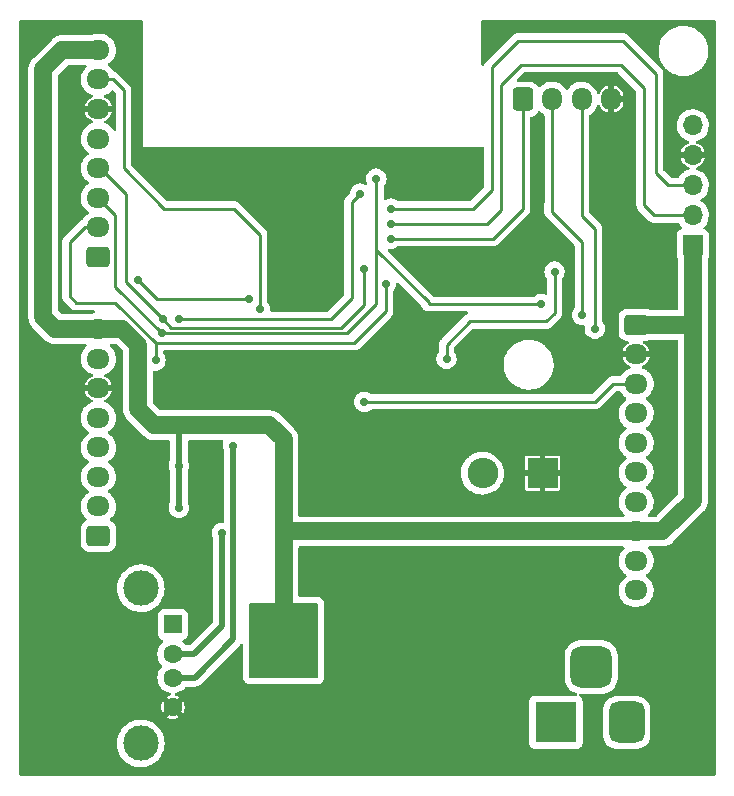
<source format=gbr>
%TF.GenerationSoftware,KiCad,Pcbnew,(6.0.5-0)*%
%TF.CreationDate,2022-05-20T19:32:08-05:00*%
%TF.ProjectId,esp32_2,65737033-325f-4322-9e6b-696361645f70,rev?*%
%TF.SameCoordinates,Original*%
%TF.FileFunction,Copper,L2,Bot*%
%TF.FilePolarity,Positive*%
%FSLAX46Y46*%
G04 Gerber Fmt 4.6, Leading zero omitted, Abs format (unit mm)*
G04 Created by KiCad (PCBNEW (6.0.5-0)) date 2022-05-20 19:32:08*
%MOMM*%
%LPD*%
G01*
G04 APERTURE LIST*
G04 Aperture macros list*
%AMRoundRect*
0 Rectangle with rounded corners*
0 $1 Rounding radius*
0 $2 $3 $4 $5 $6 $7 $8 $9 X,Y pos of 4 corners*
0 Add a 4 corners polygon primitive as box body*
4,1,4,$2,$3,$4,$5,$6,$7,$8,$9,$2,$3,0*
0 Add four circle primitives for the rounded corners*
1,1,$1+$1,$2,$3*
1,1,$1+$1,$4,$5*
1,1,$1+$1,$6,$7*
1,1,$1+$1,$8,$9*
0 Add four rect primitives between the rounded corners*
20,1,$1+$1,$2,$3,$4,$5,0*
20,1,$1+$1,$4,$5,$6,$7,0*
20,1,$1+$1,$6,$7,$8,$9,0*
20,1,$1+$1,$8,$9,$2,$3,0*%
G04 Aperture macros list end*
%TA.AperFunction,ComponentPad*%
%ADD10R,3.500000X3.500000*%
%TD*%
%TA.AperFunction,ComponentPad*%
%ADD11RoundRect,0.750000X0.750000X1.000000X-0.750000X1.000000X-0.750000X-1.000000X0.750000X-1.000000X0*%
%TD*%
%TA.AperFunction,ComponentPad*%
%ADD12RoundRect,0.875000X0.875000X0.875000X-0.875000X0.875000X-0.875000X-0.875000X0.875000X-0.875000X0*%
%TD*%
%TA.AperFunction,ComponentPad*%
%ADD13RoundRect,0.250000X0.725000X-0.600000X0.725000X0.600000X-0.725000X0.600000X-0.725000X-0.600000X0*%
%TD*%
%TA.AperFunction,ComponentPad*%
%ADD14O,1.950000X1.700000*%
%TD*%
%TA.AperFunction,ComponentPad*%
%ADD15R,2.600000X2.600000*%
%TD*%
%TA.AperFunction,ComponentPad*%
%ADD16O,2.600000X2.600000*%
%TD*%
%TA.AperFunction,ComponentPad*%
%ADD17RoundRect,0.250000X-0.725000X0.600000X-0.725000X-0.600000X0.725000X-0.600000X0.725000X0.600000X0*%
%TD*%
%TA.AperFunction,ComponentPad*%
%ADD18R,1.500000X1.600000*%
%TD*%
%TA.AperFunction,ComponentPad*%
%ADD19C,1.600000*%
%TD*%
%TA.AperFunction,ComponentPad*%
%ADD20C,3.000000*%
%TD*%
%TA.AperFunction,ComponentPad*%
%ADD21RoundRect,0.250000X-0.600000X-0.725000X0.600000X-0.725000X0.600000X0.725000X-0.600000X0.725000X0*%
%TD*%
%TA.AperFunction,ComponentPad*%
%ADD22O,1.700000X1.950000*%
%TD*%
%TA.AperFunction,ComponentPad*%
%ADD23R,1.700000X1.700000*%
%TD*%
%TA.AperFunction,ComponentPad*%
%ADD24O,1.700000X1.700000*%
%TD*%
%TA.AperFunction,ViaPad*%
%ADD25C,1.000000*%
%TD*%
%TA.AperFunction,ViaPad*%
%ADD26C,0.700000*%
%TD*%
%TA.AperFunction,Conductor*%
%ADD27C,1.500000*%
%TD*%
%TA.AperFunction,Conductor*%
%ADD28C,0.500000*%
%TD*%
%TA.AperFunction,Conductor*%
%ADD29C,0.250000*%
%TD*%
G04 APERTURE END LIST*
D10*
%TO.P,Vin1,1*%
%TO.N,+12V*%
X171663900Y-87393100D03*
D11*
%TO.P,Vin1,2*%
%TO.N,Net-(FB2-Pad2)*%
X177663900Y-87393100D03*
D12*
%TO.P,Vin1,3*%
X174663900Y-82693100D03*
%TD*%
D13*
%TO.P,RFID1,1,Pin_1*%
%TO.N,/CS_LECTOR_1*%
X132928600Y-47955200D03*
D14*
%TO.P,RFID1,2,Pin_2*%
%TO.N,/SCK*%
X132928600Y-45455200D03*
%TO.P,RFID1,3,Pin_3*%
%TO.N,/MOSI*%
X132928600Y-42955200D03*
%TO.P,RFID1,4,Pin_4*%
%TO.N,/MISO*%
X132928600Y-40455200D03*
%TO.P,RFID1,5,Pin_5*%
%TO.N,unconnected-(RFID1-Pad5)*%
X132928600Y-37955200D03*
%TO.P,RFID1,6,Pin_6*%
%TO.N,GND*%
X132928600Y-35455200D03*
%TO.P,RFID1,7,Pin_7*%
%TO.N,/RST_1*%
X132928600Y-32955200D03*
%TO.P,RFID1,8,Pin_8*%
%TO.N,+3V3*%
X132928600Y-30455200D03*
%TD*%
D13*
%TO.P,RFID2,1,Pin_1*%
%TO.N,/CS_LECTOR_2*%
X132928600Y-71589600D03*
D14*
%TO.P,RFID2,2,Pin_2*%
%TO.N,/SCK*%
X132928600Y-69089600D03*
%TO.P,RFID2,3,Pin_3*%
%TO.N,/MOSI*%
X132928600Y-66589600D03*
%TO.P,RFID2,4,Pin_4*%
%TO.N,/MISO*%
X132928600Y-64089600D03*
%TO.P,RFID2,5,Pin_5*%
%TO.N,unconnected-(RFID2-Pad5)*%
X132928600Y-61589600D03*
%TO.P,RFID2,6,Pin_6*%
%TO.N,GND*%
X132928600Y-59089600D03*
%TO.P,RFID2,7,Pin_7*%
%TO.N,/RST_2*%
X132928600Y-56589600D03*
%TO.P,RFID2,8,Pin_8*%
%TO.N,+3V3*%
X132928600Y-54089600D03*
%TD*%
D15*
%TO.P,D4,1,K*%
%TO.N,GND*%
X170535600Y-66294000D03*
D16*
%TO.P,D4,2,A*%
%TO.N,Net-(D4-Pad2)*%
X165455600Y-66294000D03*
%TD*%
D17*
%TO.P,screen1,1,Pin_1*%
%TO.N,+3V3*%
X178461000Y-53723200D03*
D14*
%TO.P,screen1,2,Pin_2*%
%TO.N,GND*%
X178461000Y-56223200D03*
%TO.P,screen1,3,Pin_3*%
%TO.N,/CS_Display*%
X178461000Y-58723200D03*
%TO.P,screen1,4,Pin_4*%
%TO.N,/RST_D*%
X178461000Y-61223200D03*
%TO.P,screen1,5,Pin_5*%
%TO.N,/D{slash}C*%
X178461000Y-63723200D03*
%TO.P,screen1,6,Pin_6*%
%TO.N,/MOSI*%
X178461000Y-66223200D03*
%TO.P,screen1,7,Pin_7*%
%TO.N,/SCK*%
X178461000Y-68723200D03*
%TO.P,screen1,8,Pin_8*%
%TO.N,+3V3*%
X178461000Y-71223200D03*
%TO.P,screen1,9,Pin_9*%
%TO.N,/MISO*%
X178461000Y-73723200D03*
%TO.P,screen1,10,Pin_10*%
%TO.N,unconnected-(screen1-Pad10)*%
X178461000Y-76223200D03*
%TD*%
D18*
%TO.P,Teclado1,1,VBUS*%
%TO.N,+5V*%
X139230900Y-79100000D03*
D19*
%TO.P,Teclado1,2,D-*%
%TO.N,/perifericos/Data_5v_keyboard*%
X139230900Y-81600000D03*
%TO.P,Teclado1,3,D+*%
%TO.N,/perifericos/clk_5V_keyboard*%
X139230900Y-83600000D03*
%TO.P,Teclado1,4,GND*%
%TO.N,GND*%
X139230900Y-86100000D03*
D20*
%TO.P,Teclado1,5,Shield*%
%TO.N,Net-(FB1-Pad1)*%
X136520900Y-89170000D03*
X136520900Y-76030000D03*
%TD*%
D21*
%TO.P,Sensitizer1,1,Pin_1*%
%TO.N,/MAGNE_2*%
X168850000Y-34632500D03*
D22*
%TO.P,Sensitizer1,2,Pin_2*%
%TO.N,/MAGNE_1*%
X171350000Y-34632500D03*
%TO.P,Sensitizer1,3,Pin_3*%
%TO.N,/MAGNE_3*%
X173850000Y-34632500D03*
%TO.P,Sensitizer1,4,Pin_4*%
%TO.N,GND*%
X176350000Y-34632500D03*
%TD*%
D23*
%TO.P,Program1,1,Pin_1*%
%TO.N,+3V3*%
X183253700Y-46990000D03*
D24*
%TO.P,Program1,2,Pin_2*%
%TO.N,Net-(Program1-Pad2)*%
X183253700Y-44450000D03*
%TO.P,Program1,3,Pin_3*%
%TO.N,Net-(Program1-Pad3)*%
X183253700Y-41910000D03*
%TO.P,Program1,4,Pin_4*%
%TO.N,GND*%
X183253700Y-39370000D03*
%TO.P,Program1,5,Pin_5*%
%TO.N,unconnected-(Program1-Pad5)*%
X183253700Y-36830000D03*
%TD*%
D25*
%TO.N,+3V3*%
X146871600Y-80458400D03*
D26*
X139735600Y-69204800D03*
D25*
X148614400Y-80458400D03*
X148614400Y-82220800D03*
X150469600Y-80213200D03*
X146862800Y-82194400D03*
X150469600Y-82194400D03*
D26*
X139735600Y-65648800D03*
D25*
X146812000Y-78333600D03*
X150469600Y-78333600D03*
X148640800Y-78333600D03*
D26*
%TO.N,GND*%
X150012400Y-60147200D03*
D25*
X157073600Y-83667600D03*
D26*
X151587200Y-45872400D03*
D25*
X131318000Y-80568800D03*
X159156400Y-86410800D03*
X128270000Y-82397600D03*
X131368800Y-82194400D03*
X129692400Y-80619600D03*
X164287200Y-86055200D03*
X161747200Y-86156800D03*
X128270000Y-80619600D03*
D26*
X150012400Y-45872400D03*
D25*
X161696400Y-88950800D03*
X164134800Y-83616800D03*
D26*
X150012400Y-47498000D03*
X175818800Y-62534800D03*
D25*
X157073600Y-88950800D03*
D26*
X151841200Y-60147200D03*
X151638000Y-47396400D03*
X151638000Y-48971200D03*
X148386800Y-48971200D03*
D25*
X129692400Y-84023200D03*
X131318000Y-84023200D03*
X164084000Y-88950800D03*
D26*
X152755600Y-60147200D03*
X148386800Y-45872400D03*
D25*
X159156400Y-83667600D03*
X129794000Y-82346800D03*
D26*
X150926800Y-60147200D03*
X150012400Y-48971200D03*
D25*
X128270000Y-84023200D03*
X157073600Y-86512400D03*
X159156400Y-89052400D03*
D26*
X148386800Y-47498000D03*
D25*
X161696400Y-83616800D03*
D26*
%TO.N,/IOD*%
X171551600Y-49225200D03*
X162407600Y-56591200D03*
%TO.N,/perifericos/clk_5V_keyboard*%
X144322800Y-63957200D03*
%TO.N,/perifericos/Data_5v_keyboard*%
X143380700Y-71350900D03*
%TO.N,/MAGNE_3*%
X174955200Y-54051200D03*
%TO.N,/CS_Display*%
X155448000Y-60248800D03*
%TO.N,/RST_1*%
X146608800Y-52425600D03*
%TO.N,Net-(Program1-Pad2)*%
X157734000Y-45161200D03*
%TO.N,/MAGNE_1*%
X173888400Y-52882800D03*
%TO.N,/CS_LECTOR_1*%
X136296400Y-49936400D03*
X145694400Y-51511200D03*
%TO.N,/SCK*%
X137769600Y-56743600D03*
X157276800Y-50241200D03*
%TO.N,/MISO*%
X138379200Y-53238400D03*
X155448000Y-48971200D03*
%TO.N,/MAGNE_2*%
X157734000Y-46431200D03*
%TO.N,Net-(Program1-Pad3)*%
X157734000Y-43891200D03*
%TO.N,/CS_LECTOR_2*%
X139750800Y-53238400D03*
X155092400Y-42621200D03*
%TO.N,/MOSI*%
X170434000Y-51968400D03*
X138277600Y-54457600D03*
X156464000Y-41351200D03*
%TD*%
D27*
%TO.N,+3V3*%
X128270000Y-53086000D02*
X128270000Y-32054800D01*
X136296400Y-55422800D02*
X134963200Y-54089600D01*
X182958400Y-53723200D02*
X183253700Y-54018500D01*
X139954000Y-62230000D02*
X137668000Y-62230000D01*
X136296400Y-60858400D02*
X136296400Y-55422800D01*
X148614400Y-63424800D02*
X147419600Y-62230000D01*
X132928600Y-54089600D02*
X129273600Y-54089600D01*
X137668000Y-62230000D02*
X136296400Y-60858400D01*
D28*
X139735600Y-69204800D02*
X139735600Y-65648800D01*
D27*
X129273600Y-54089600D02*
X128270000Y-53086000D01*
X149094400Y-71223200D02*
X148614400Y-71703200D01*
D28*
X139735600Y-62448400D02*
X139954000Y-62230000D01*
D27*
X148614400Y-80458400D02*
X148614400Y-71703200D01*
D28*
X139735600Y-65648800D02*
X139735600Y-62448400D01*
D27*
X183253700Y-46990000D02*
X183253700Y-54018500D01*
X183253700Y-54018500D02*
X183253700Y-68655500D01*
X129869600Y-30455200D02*
X132928600Y-30455200D01*
X148614400Y-71703200D02*
X148614400Y-63424800D01*
X178461000Y-53723200D02*
X182958400Y-53723200D01*
X180686000Y-71223200D02*
X178461000Y-71223200D01*
X134963200Y-54089600D02*
X132928600Y-54089600D01*
X128270000Y-32054800D02*
X129869600Y-30455200D01*
X178461000Y-71223200D02*
X149094400Y-71223200D01*
X183253700Y-68655500D02*
X180686000Y-71223200D01*
X147419600Y-62230000D02*
X139954000Y-62230000D01*
D29*
%TO.N,/IOD*%
X164388800Y-53441600D02*
X162407600Y-55422800D01*
X171551600Y-49225200D02*
X171551600Y-52730400D01*
X170840400Y-53441600D02*
X164388800Y-53441600D01*
X171551600Y-52730400D02*
X170840400Y-53441600D01*
X162407600Y-55422800D02*
X162407600Y-56591200D01*
D28*
%TO.N,/perifericos/clk_5V_keyboard*%
X141088400Y-83600000D02*
X139230900Y-83600000D01*
X144322800Y-63957200D02*
X144322800Y-80365600D01*
X144322800Y-80365600D02*
X141088400Y-83600000D01*
%TO.N,/perifericos/Data_5v_keyboard*%
X143380700Y-79224900D02*
X141005600Y-81600000D01*
X143380700Y-71350900D02*
X143380700Y-79224900D01*
X141005600Y-81600000D02*
X139230900Y-81600000D01*
D29*
%TO.N,/MAGNE_3*%
X174955200Y-45618400D02*
X174955200Y-54051200D01*
X173850000Y-34632500D02*
X173850000Y-44513200D01*
X173850000Y-44513200D02*
X174955200Y-45618400D01*
%TO.N,/CS_Display*%
X155448000Y-60248800D02*
X174955200Y-60248800D01*
X176480800Y-58723200D02*
X178461000Y-58723200D01*
X174955200Y-60248800D02*
X176480800Y-58723200D01*
%TO.N,/RST_1*%
X144373600Y-43891200D02*
X146608800Y-46126400D01*
X134148800Y-32955200D02*
X135077200Y-33883600D01*
X146608800Y-46126400D02*
X146608800Y-52222400D01*
X132928600Y-32955200D02*
X134148800Y-32955200D01*
X146608800Y-52222400D02*
X146608800Y-52425600D01*
X135077200Y-40487600D02*
X138480800Y-43891200D01*
X135077200Y-33883600D02*
X135077200Y-40487600D01*
X138480800Y-43891200D02*
X144373600Y-43891200D01*
%TO.N,Net-(Program1-Pad2)*%
X177139600Y-31699200D02*
X168706800Y-31699200D01*
X179120800Y-43586400D02*
X179120800Y-33680400D01*
X179120800Y-33680400D02*
X177139600Y-31699200D01*
X165811200Y-45161200D02*
X157734000Y-45161200D01*
X166979600Y-33426400D02*
X166979600Y-43992800D01*
X183253700Y-44450000D02*
X179984400Y-44450000D01*
X166979600Y-43992800D02*
X165811200Y-45161200D01*
X168706800Y-31699200D02*
X166979600Y-33426400D01*
X179984400Y-44450000D02*
X179120800Y-43586400D01*
%TO.N,/MAGNE_1*%
X171297600Y-44145200D02*
X173888400Y-46736000D01*
X173888400Y-52628800D02*
X173888400Y-52882800D01*
X171350000Y-43584800D02*
X171297600Y-43637200D01*
X171297600Y-43637200D02*
X171297600Y-44145200D01*
X171350000Y-34632500D02*
X171350000Y-43584800D01*
X173888400Y-46736000D02*
X173888400Y-52628800D01*
%TO.N,/CS_LECTOR_1*%
X145542000Y-51511200D02*
X145694400Y-51511200D01*
X139727600Y-51511200D02*
X137871200Y-51511200D01*
X137871200Y-51511200D02*
X136296400Y-49936400D01*
X139727600Y-51511200D02*
X145542000Y-51511200D01*
%TO.N,/SCK*%
X157276800Y-51308000D02*
X157276800Y-50241200D01*
X137769600Y-55270400D02*
X137769600Y-56743600D01*
X131786000Y-45455200D02*
X132928600Y-45455200D01*
X137769600Y-55270400D02*
X134366000Y-51866800D01*
X154584400Y-55270400D02*
X155702000Y-54152800D01*
X157276800Y-52578000D02*
X157276800Y-51308000D01*
X137769600Y-55270400D02*
X154584400Y-55270400D01*
X134366000Y-51866800D02*
X131064000Y-51866800D01*
X130505200Y-46736000D02*
X131786000Y-45455200D01*
X131064000Y-51866800D02*
X130505200Y-51308000D01*
X155702000Y-54152800D02*
X157276800Y-52578000D01*
X130505200Y-51308000D02*
X130505200Y-46736000D01*
%TO.N,/MISO*%
X135280400Y-50139600D02*
X137109200Y-51968400D01*
X155448000Y-51968400D02*
X155448000Y-48971200D01*
X139106911Y-53966111D02*
X138379200Y-53238400D01*
X153450289Y-53966111D02*
X155397200Y-52019200D01*
X138379200Y-53238400D02*
X137109200Y-51968400D01*
X135280400Y-42672000D02*
X135280400Y-50139600D01*
X139106911Y-53966111D02*
X153450289Y-53966111D01*
X132928600Y-40455200D02*
X133063600Y-40455200D01*
X155397200Y-52019200D02*
X155448000Y-51968400D01*
X133063600Y-40455200D02*
X135280400Y-42672000D01*
%TO.N,/MAGNE_2*%
X166370000Y-46431200D02*
X157734000Y-46431200D01*
X168850000Y-43951200D02*
X166370000Y-46431200D01*
X168850000Y-34632500D02*
X168850000Y-43951200D01*
%TO.N,Net-(Program1-Pad3)*%
X180136800Y-32461200D02*
X177342800Y-29667200D01*
X180136800Y-40894000D02*
X180136800Y-32461200D01*
X166217600Y-42316400D02*
X164642800Y-43891200D01*
X183253700Y-41910000D02*
X181152800Y-41910000D01*
X177342800Y-29667200D02*
X168452800Y-29667200D01*
X181152800Y-41910000D02*
X180136800Y-40894000D01*
X168452800Y-29667200D02*
X166217600Y-31902400D01*
X166217600Y-31902400D02*
X166217600Y-42316400D01*
X164642800Y-43891200D02*
X157734000Y-43891200D01*
%TO.N,/CS_LECTOR_2*%
X154381200Y-51460400D02*
X154381200Y-43332400D01*
X154381200Y-51460400D02*
X152603200Y-53238400D01*
X154381200Y-43332400D02*
X155092400Y-42621200D01*
X152603200Y-53238400D02*
X139750800Y-53238400D01*
%TO.N,/MOSI*%
X170434000Y-51968400D02*
X160883600Y-51968400D01*
X134366000Y-44392600D02*
X132928600Y-42955200D01*
X153974800Y-54457600D02*
X156362400Y-52070000D01*
X160883600Y-51816000D02*
X156464000Y-47396400D01*
X156464000Y-51968400D02*
X156464000Y-47396400D01*
X134366000Y-50546000D02*
X134366000Y-44392600D01*
X156464000Y-47396400D02*
X156464000Y-43942000D01*
X156362400Y-52070000D02*
X156464000Y-51968400D01*
X138277600Y-54457600D02*
X153974800Y-54457600D01*
X138277600Y-54457600D02*
X134366000Y-50546000D01*
X156464000Y-43942000D02*
X156464000Y-41351200D01*
%TD*%
%TA.AperFunction,Conductor*%
%TO.N,GND*%
G36*
X136644921Y-27928502D02*
G01*
X136691414Y-27982158D01*
X136702800Y-28034500D01*
X136702800Y-38709600D01*
X165354000Y-38709600D01*
X165354000Y-38701807D01*
X165362876Y-38691564D01*
X165422602Y-38653180D01*
X165493598Y-38653180D01*
X165553324Y-38691564D01*
X165582817Y-38756144D01*
X165584100Y-38774076D01*
X165584100Y-42001806D01*
X165564098Y-42069927D01*
X165547195Y-42090901D01*
X164417300Y-43220795D01*
X164354988Y-43254821D01*
X164328205Y-43257700D01*
X158363569Y-43257700D01*
X158295448Y-43237698D01*
X158289508Y-43233636D01*
X158256349Y-43209544D01*
X158203278Y-43170986D01*
X158170957Y-43147503D01*
X158170956Y-43147502D01*
X158165615Y-43143622D01*
X158159587Y-43140938D01*
X158159585Y-43140937D01*
X158006783Y-43072905D01*
X158006781Y-43072905D01*
X158000752Y-43070220D01*
X157912492Y-43051460D01*
X157830689Y-43034072D01*
X157830685Y-43034072D01*
X157824232Y-43032700D01*
X157643768Y-43032700D01*
X157637315Y-43034072D01*
X157637311Y-43034072D01*
X157555508Y-43051460D01*
X157467248Y-43070220D01*
X157461219Y-43072904D01*
X157461217Y-43072905D01*
X157308416Y-43140937D01*
X157308414Y-43140938D01*
X157302386Y-43143622D01*
X157297045Y-43147503D01*
X157291327Y-43150804D01*
X157290631Y-43149599D01*
X157230701Y-43170986D01*
X157161548Y-43154910D01*
X157112065Y-43103999D01*
X157097500Y-43045192D01*
X157097500Y-41979002D01*
X157117502Y-41910881D01*
X157129864Y-41894691D01*
X157157948Y-41863501D01*
X157157949Y-41863500D01*
X157162367Y-41858593D01*
X157252599Y-41702307D01*
X157290104Y-41586877D01*
X157306325Y-41536954D01*
X157306325Y-41536953D01*
X157308365Y-41530675D01*
X157319093Y-41428612D01*
X157326539Y-41357765D01*
X157327229Y-41351200D01*
X157308365Y-41171725D01*
X157252599Y-41000093D01*
X157162367Y-40843807D01*
X157118617Y-40795217D01*
X157046035Y-40714607D01*
X157046034Y-40714606D01*
X157041613Y-40709696D01*
X156985789Y-40669137D01*
X156900957Y-40607503D01*
X156900956Y-40607502D01*
X156895615Y-40603622D01*
X156889587Y-40600938D01*
X156889585Y-40600937D01*
X156736783Y-40532905D01*
X156736781Y-40532905D01*
X156730752Y-40530220D01*
X156642492Y-40511460D01*
X156560689Y-40494072D01*
X156560685Y-40494072D01*
X156554232Y-40492700D01*
X156373768Y-40492700D01*
X156367315Y-40494072D01*
X156367311Y-40494072D01*
X156285508Y-40511460D01*
X156197248Y-40530220D01*
X156191219Y-40532904D01*
X156191217Y-40532905D01*
X156038416Y-40600937D01*
X156038414Y-40600938D01*
X156032386Y-40603622D01*
X156027045Y-40607502D01*
X156027044Y-40607503D01*
X155891731Y-40705813D01*
X155891729Y-40705815D01*
X155886387Y-40709696D01*
X155881966Y-40714606D01*
X155881965Y-40714607D01*
X155809384Y-40795217D01*
X155765633Y-40843807D01*
X155675401Y-41000093D01*
X155619635Y-41171725D01*
X155600771Y-41351200D01*
X155601461Y-41357765D01*
X155608908Y-41428612D01*
X155619635Y-41530675D01*
X155621675Y-41536953D01*
X155621675Y-41536954D01*
X155672222Y-41692522D01*
X155675401Y-41702307D01*
X155675692Y-41702811D01*
X155684832Y-41770963D01*
X155654727Y-41835261D01*
X155594639Y-41873076D01*
X155523646Y-41872402D01*
X155509041Y-41866955D01*
X155365183Y-41802905D01*
X155365181Y-41802905D01*
X155359152Y-41800220D01*
X155270892Y-41781460D01*
X155189089Y-41764072D01*
X155189085Y-41764072D01*
X155182632Y-41762700D01*
X155002168Y-41762700D01*
X154995715Y-41764072D01*
X154995711Y-41764072D01*
X154913908Y-41781460D01*
X154825648Y-41800220D01*
X154819619Y-41802904D01*
X154819617Y-41802905D01*
X154666816Y-41870937D01*
X154666814Y-41870938D01*
X154660786Y-41873622D01*
X154655445Y-41877502D01*
X154655444Y-41877503D01*
X154520131Y-41975813D01*
X154520129Y-41975815D01*
X154514787Y-41979696D01*
X154510366Y-41984606D01*
X154510365Y-41984607D01*
X154414658Y-42090901D01*
X154394033Y-42113807D01*
X154390732Y-42119525D01*
X154310031Y-42259303D01*
X154303801Y-42270093D01*
X154281225Y-42339575D01*
X154257755Y-42411811D01*
X154248035Y-42441725D01*
X154238747Y-42530099D01*
X154237673Y-42540313D01*
X154210660Y-42605969D01*
X154201459Y-42616237D01*
X154093530Y-42724165D01*
X153988942Y-42828753D01*
X153980663Y-42836287D01*
X153974182Y-42840400D01*
X153931653Y-42885689D01*
X153927557Y-42890051D01*
X153924802Y-42892893D01*
X153905065Y-42912630D01*
X153902585Y-42915827D01*
X153894882Y-42924847D01*
X153864614Y-42957079D01*
X153860795Y-42964025D01*
X153860793Y-42964028D01*
X153854852Y-42974834D01*
X153844001Y-42991353D01*
X153831586Y-43007359D01*
X153828441Y-43014628D01*
X153828438Y-43014632D01*
X153814026Y-43047937D01*
X153808809Y-43058587D01*
X153787505Y-43097340D01*
X153785534Y-43105015D01*
X153785534Y-43105016D01*
X153782467Y-43116962D01*
X153776063Y-43135666D01*
X153768019Y-43154255D01*
X153766780Y-43162078D01*
X153766777Y-43162088D01*
X153761101Y-43197924D01*
X153758695Y-43209544D01*
X153752510Y-43233636D01*
X153747700Y-43252370D01*
X153747700Y-43272624D01*
X153746149Y-43292334D01*
X153742980Y-43312343D01*
X153746445Y-43348993D01*
X153747141Y-43356361D01*
X153747700Y-43368219D01*
X153747700Y-51145806D01*
X153727698Y-51213927D01*
X153710795Y-51234901D01*
X152377700Y-52567995D01*
X152315388Y-52602021D01*
X152288605Y-52604900D01*
X147593121Y-52604900D01*
X147525000Y-52584898D01*
X147478507Y-52531242D01*
X147467811Y-52465729D01*
X147471150Y-52433967D01*
X147472029Y-52425600D01*
X147471169Y-52417420D01*
X147453855Y-52252689D01*
X147453855Y-52252688D01*
X147453165Y-52246125D01*
X147428494Y-52170193D01*
X147399441Y-52080778D01*
X147397399Y-52074493D01*
X147307167Y-51918207D01*
X147274664Y-51882109D01*
X147243947Y-51818101D01*
X147242300Y-51797798D01*
X147242300Y-46205167D01*
X147242827Y-46193984D01*
X147244502Y-46186491D01*
X147242362Y-46118414D01*
X147242300Y-46114455D01*
X147242300Y-46086544D01*
X147241795Y-46082544D01*
X147240862Y-46070701D01*
X147239722Y-46034429D01*
X147239473Y-46026510D01*
X147233822Y-46007058D01*
X147229814Y-45987706D01*
X147228267Y-45975463D01*
X147227274Y-45967603D01*
X147224356Y-45960232D01*
X147211000Y-45926497D01*
X147207155Y-45915270D01*
X147206521Y-45913087D01*
X147194818Y-45872807D01*
X147184507Y-45855372D01*
X147175812Y-45837624D01*
X147168352Y-45818783D01*
X147142364Y-45783013D01*
X147135848Y-45773093D01*
X147117380Y-45741865D01*
X147117378Y-45741862D01*
X147113342Y-45735038D01*
X147099021Y-45720717D01*
X147086180Y-45705683D01*
X147078931Y-45695706D01*
X147074272Y-45689293D01*
X147040195Y-45661102D01*
X147031416Y-45653112D01*
X144877252Y-43498947D01*
X144869712Y-43490661D01*
X144865600Y-43484182D01*
X144815948Y-43437556D01*
X144813107Y-43434802D01*
X144793370Y-43415065D01*
X144790173Y-43412585D01*
X144781151Y-43404880D01*
X144771031Y-43395377D01*
X144748921Y-43374614D01*
X144741975Y-43370795D01*
X144741972Y-43370793D01*
X144731166Y-43364852D01*
X144714647Y-43354001D01*
X144705609Y-43346991D01*
X144698641Y-43341586D01*
X144691372Y-43338441D01*
X144691368Y-43338438D01*
X144658063Y-43324026D01*
X144647413Y-43318809D01*
X144608660Y-43297505D01*
X144589037Y-43292467D01*
X144570334Y-43286063D01*
X144559020Y-43281167D01*
X144559019Y-43281167D01*
X144551745Y-43278019D01*
X144543922Y-43276780D01*
X144543912Y-43276777D01*
X144508076Y-43271101D01*
X144496456Y-43268695D01*
X144461311Y-43259672D01*
X144461310Y-43259672D01*
X144453630Y-43257700D01*
X144433376Y-43257700D01*
X144413665Y-43256149D01*
X144405281Y-43254821D01*
X144393657Y-43252980D01*
X144385765Y-43253726D01*
X144349639Y-43257141D01*
X144337781Y-43257700D01*
X138795395Y-43257700D01*
X138727274Y-43237698D01*
X138706300Y-43220795D01*
X135747605Y-40262100D01*
X135713579Y-40199788D01*
X135710700Y-40173005D01*
X135710700Y-33962367D01*
X135711227Y-33951184D01*
X135712902Y-33943691D01*
X135712443Y-33929069D01*
X135710762Y-33875601D01*
X135710700Y-33871643D01*
X135710700Y-33843744D01*
X135710196Y-33839753D01*
X135709263Y-33827911D01*
X135708891Y-33816055D01*
X135707874Y-33783711D01*
X135705662Y-33776097D01*
X135705661Y-33776092D01*
X135702223Y-33764259D01*
X135698212Y-33744895D01*
X135696667Y-33732664D01*
X135695674Y-33724803D01*
X135692757Y-33717436D01*
X135692756Y-33717431D01*
X135679398Y-33683692D01*
X135675554Y-33672465D01*
X135665430Y-33637622D01*
X135663218Y-33630007D01*
X135652907Y-33612572D01*
X135644212Y-33594824D01*
X135636752Y-33575983D01*
X135625944Y-33561106D01*
X135610764Y-33540213D01*
X135604248Y-33530293D01*
X135585780Y-33499065D01*
X135585778Y-33499062D01*
X135581742Y-33492238D01*
X135567421Y-33477917D01*
X135554580Y-33462883D01*
X135547331Y-33452906D01*
X135542672Y-33446493D01*
X135536567Y-33441442D01*
X135536562Y-33441437D01*
X135508596Y-33418301D01*
X135499818Y-33410313D01*
X134652452Y-32562947D01*
X134644912Y-32554661D01*
X134640800Y-32548182D01*
X134591148Y-32501556D01*
X134588307Y-32498802D01*
X134568570Y-32479065D01*
X134565373Y-32476585D01*
X134556351Y-32468880D01*
X134548505Y-32461512D01*
X134524121Y-32438614D01*
X134517175Y-32434795D01*
X134517172Y-32434793D01*
X134506366Y-32428852D01*
X134489847Y-32418001D01*
X134481397Y-32411447D01*
X134473841Y-32405586D01*
X134466572Y-32402441D01*
X134466568Y-32402438D01*
X134433263Y-32388026D01*
X134422613Y-32382809D01*
X134383860Y-32361505D01*
X134364237Y-32356467D01*
X134345534Y-32350063D01*
X134334220Y-32345167D01*
X134334219Y-32345167D01*
X134326945Y-32342019D01*
X134319119Y-32340779D01*
X134311501Y-32338566D01*
X134312116Y-32336451D01*
X134258163Y-32310877D01*
X134234302Y-32282201D01*
X134157992Y-32156446D01*
X134157991Y-32156445D01*
X134155223Y-32151883D01*
X134117051Y-32107893D01*
X134007623Y-31981788D01*
X134007621Y-31981786D01*
X134004123Y-31977755D01*
X133946943Y-31930870D01*
X133829973Y-31834960D01*
X133829967Y-31834956D01*
X133825845Y-31831576D01*
X133794350Y-31813648D01*
X133745045Y-31762568D01*
X133731183Y-31692938D01*
X133757166Y-31626867D01*
X133786316Y-31599627D01*
X133843166Y-31561353D01*
X133907919Y-31517759D01*
X133916114Y-31509942D01*
X134070878Y-31362303D01*
X134074735Y-31358624D01*
X134212354Y-31173658D01*
X134216433Y-31165637D01*
X134314422Y-30972904D01*
X134316840Y-30968149D01*
X134385207Y-30747973D01*
X134394045Y-30681288D01*
X134414798Y-30524711D01*
X134414798Y-30524706D01*
X134415498Y-30519426D01*
X134406849Y-30289042D01*
X134359507Y-30063409D01*
X134274824Y-29848979D01*
X134256651Y-29819030D01*
X134157990Y-29656443D01*
X134155223Y-29651883D01*
X134085318Y-29571324D01*
X134007623Y-29481788D01*
X134007621Y-29481786D01*
X134004123Y-29477755D01*
X133932697Y-29419189D01*
X133829973Y-29334960D01*
X133829967Y-29334956D01*
X133825845Y-29331576D01*
X133821209Y-29328937D01*
X133821206Y-29328935D01*
X133630129Y-29220168D01*
X133625486Y-29217525D01*
X133408775Y-29138863D01*
X133403526Y-29137914D01*
X133403523Y-29137913D01*
X133185992Y-29098577D01*
X133185985Y-29098576D01*
X133181908Y-29097839D01*
X133164186Y-29097003D01*
X133159244Y-29096770D01*
X133159237Y-29096770D01*
X133157756Y-29096700D01*
X132745710Y-29096700D01*
X132678791Y-29102378D01*
X132579191Y-29110829D01*
X132579187Y-29110830D01*
X132573880Y-29111280D01*
X132568725Y-29112618D01*
X132568719Y-29112619D01*
X132397669Y-29157015D01*
X132350728Y-29169199D01*
X132345860Y-29171392D01*
X132345854Y-29171394D01*
X132314358Y-29185582D01*
X132262608Y-29196700D01*
X129960995Y-29196700D01*
X129944548Y-29195622D01*
X129928083Y-29193454D01*
X129928079Y-29193454D01*
X129922513Y-29192721D01*
X129841112Y-29196560D01*
X129835176Y-29196700D01*
X129812601Y-29196700D01*
X129793581Y-29198397D01*
X129786611Y-29199019D01*
X129781349Y-29199378D01*
X129765168Y-29200141D01*
X129698112Y-29203304D01*
X129692653Y-29204554D01*
X129692648Y-29204555D01*
X129680630Y-29207308D01*
X129663701Y-29209989D01*
X129645838Y-29211583D01*
X129640422Y-29213065D01*
X129640420Y-29213065D01*
X129565467Y-29233570D01*
X129560349Y-29234856D01*
X129484600Y-29252205D01*
X129484598Y-29252206D01*
X129479130Y-29253458D01*
X129468630Y-29257937D01*
X129462633Y-29260494D01*
X129446458Y-29266127D01*
X129434561Y-29269382D01*
X129434557Y-29269383D01*
X129429149Y-29270863D01*
X129424083Y-29273279D01*
X129424084Y-29273279D01*
X129353933Y-29306739D01*
X129349124Y-29308910D01*
X129295985Y-29331576D01*
X129272491Y-29341597D01*
X129257490Y-29351451D01*
X129242575Y-29359854D01*
X129226382Y-29367578D01*
X129221831Y-29370848D01*
X129221828Y-29370850D01*
X129158719Y-29416199D01*
X129154368Y-29419189D01*
X129088590Y-29462396D01*
X129088582Y-29462402D01*
X129084726Y-29464935D01*
X129063938Y-29483457D01*
X129053661Y-29491690D01*
X129043946Y-29498671D01*
X129040044Y-29502698D01*
X128969538Y-29575454D01*
X128968149Y-29576864D01*
X127444737Y-31100275D01*
X127432347Y-31111142D01*
X127414708Y-31124677D01*
X127410938Y-31128820D01*
X127410936Y-31128822D01*
X127359863Y-31184952D01*
X127355764Y-31189248D01*
X127339802Y-31205210D01*
X127338010Y-31207354D01*
X127338002Y-31207362D01*
X127323068Y-31225223D01*
X127319600Y-31229198D01*
X127267288Y-31286688D01*
X127267281Y-31286697D01*
X127263515Y-31290836D01*
X127260538Y-31295582D01*
X127260537Y-31295583D01*
X127253987Y-31306025D01*
X127243911Y-31319893D01*
X127236004Y-31329349D01*
X127235997Y-31329359D01*
X127232406Y-31333654D01*
X127216065Y-31362303D01*
X127191118Y-31406040D01*
X127188408Y-31410568D01*
X127155585Y-31462893D01*
X127144136Y-31481144D01*
X127142043Y-31486349D01*
X127142042Y-31486352D01*
X127137448Y-31497779D01*
X127129988Y-31513211D01*
X127123880Y-31523919D01*
X127123876Y-31523928D01*
X127121101Y-31528793D01*
X127119232Y-31534070D01*
X127119230Y-31534075D01*
X127093285Y-31607342D01*
X127091420Y-31612278D01*
X127077658Y-31646512D01*
X127060344Y-31689583D01*
X127059208Y-31695070D01*
X127059207Y-31695072D01*
X127056706Y-31707149D01*
X127052101Y-31723644D01*
X127046111Y-31740559D01*
X127032714Y-31822370D01*
X127032643Y-31822801D01*
X127031683Y-31827980D01*
X127014787Y-31909567D01*
X127014521Y-31914179D01*
X127014521Y-31914180D01*
X127013185Y-31937348D01*
X127011738Y-31950453D01*
X127010714Y-31956710D01*
X127009806Y-31962257D01*
X127009894Y-31967870D01*
X127009894Y-31967872D01*
X127011484Y-32069064D01*
X127011500Y-32071043D01*
X127011500Y-52994604D01*
X127010422Y-53011051D01*
X127009378Y-53018984D01*
X127007521Y-53033086D01*
X127009194Y-53068554D01*
X127011360Y-53114488D01*
X127011500Y-53120424D01*
X127011500Y-53142999D01*
X127012140Y-53150169D01*
X127013819Y-53168988D01*
X127014178Y-53174248D01*
X127018104Y-53257488D01*
X127019354Y-53262947D01*
X127019355Y-53262952D01*
X127022108Y-53274970D01*
X127024789Y-53291899D01*
X127026383Y-53309762D01*
X127027865Y-53315178D01*
X127027865Y-53315180D01*
X127048370Y-53390133D01*
X127049656Y-53395251D01*
X127068258Y-53476470D01*
X127070460Y-53481632D01*
X127075294Y-53492967D01*
X127080927Y-53509142D01*
X127085663Y-53526451D01*
X127088079Y-53531516D01*
X127121539Y-53601667D01*
X127123710Y-53606476D01*
X127154196Y-53677949D01*
X127156397Y-53683109D01*
X127166251Y-53698110D01*
X127174654Y-53713025D01*
X127182378Y-53729218D01*
X127185648Y-53733769D01*
X127185650Y-53733772D01*
X127230999Y-53796881D01*
X127233989Y-53801232D01*
X127277196Y-53867010D01*
X127277202Y-53867018D01*
X127279735Y-53870874D01*
X127298257Y-53891662D01*
X127306490Y-53901939D01*
X127313471Y-53911654D01*
X127317498Y-53915556D01*
X127390255Y-53986063D01*
X127391665Y-53987452D01*
X128319072Y-54914859D01*
X128329940Y-54927251D01*
X128340062Y-54940443D01*
X128340069Y-54940451D01*
X128343477Y-54944892D01*
X128403426Y-54999441D01*
X128403785Y-54999768D01*
X128408080Y-55003867D01*
X128424011Y-55019798D01*
X128444027Y-55036534D01*
X128447976Y-55039979D01*
X128505479Y-55092303D01*
X128505483Y-55092306D01*
X128509636Y-55096085D01*
X128514391Y-55099068D01*
X128514394Y-55099070D01*
X128524824Y-55105612D01*
X128538697Y-55115691D01*
X128548145Y-55123592D01*
X128548152Y-55123597D01*
X128552454Y-55127194D01*
X128622265Y-55167013D01*
X128624840Y-55168482D01*
X128629368Y-55171192D01*
X128695196Y-55212486D01*
X128695199Y-55212488D01*
X128699944Y-55215464D01*
X128705149Y-55217557D01*
X128705152Y-55217558D01*
X128716579Y-55222152D01*
X128732011Y-55229612D01*
X128742719Y-55235720D01*
X128742728Y-55235724D01*
X128747593Y-55238499D01*
X128752870Y-55240368D01*
X128752875Y-55240370D01*
X128826142Y-55266315D01*
X128831078Y-55268180D01*
X128908383Y-55299256D01*
X128913870Y-55300392D01*
X128913872Y-55300393D01*
X128925949Y-55302894D01*
X128942444Y-55307499D01*
X128959359Y-55313489D01*
X128964896Y-55314396D01*
X128964897Y-55314396D01*
X129041591Y-55326955D01*
X129046781Y-55327917D01*
X129123846Y-55343877D01*
X129123850Y-55343878D01*
X129128367Y-55344813D01*
X129132976Y-55345079D01*
X129132978Y-55345079D01*
X129156148Y-55346415D01*
X129169253Y-55347862D01*
X129175510Y-55348886D01*
X129175517Y-55348886D01*
X129181058Y-55349794D01*
X129186670Y-55349706D01*
X129186672Y-55349706D01*
X129287864Y-55348116D01*
X129289843Y-55348100D01*
X131822235Y-55348100D01*
X131890356Y-55368102D01*
X131936849Y-55421758D01*
X131946953Y-55492032D01*
X131917459Y-55556612D01*
X131909209Y-55565268D01*
X131782465Y-55686176D01*
X131644846Y-55871142D01*
X131642430Y-55875893D01*
X131642428Y-55875897D01*
X131627198Y-55905853D01*
X131540360Y-56076651D01*
X131538778Y-56081745D01*
X131538777Y-56081748D01*
X131489040Y-56241928D01*
X131471993Y-56296827D01*
X131471292Y-56302116D01*
X131455904Y-56418223D01*
X131441702Y-56525374D01*
X131450351Y-56755758D01*
X131451446Y-56760977D01*
X131463399Y-56817943D01*
X131497693Y-56981391D01*
X131499651Y-56986350D01*
X131499652Y-56986352D01*
X131546467Y-57104893D01*
X131582376Y-57195821D01*
X131585143Y-57200380D01*
X131585144Y-57200383D01*
X131666770Y-57334897D01*
X131701977Y-57392917D01*
X131705474Y-57396947D01*
X131825160Y-57534873D01*
X131853077Y-57567045D01*
X131857208Y-57570432D01*
X132027227Y-57709840D01*
X132027233Y-57709844D01*
X132031355Y-57713224D01*
X132035991Y-57715863D01*
X132035994Y-57715865D01*
X132173673Y-57794236D01*
X132231714Y-57827275D01*
X132387168Y-57883702D01*
X132444375Y-57925745D01*
X132469771Y-57992044D01*
X132455291Y-58061549D01*
X132405533Y-58112191D01*
X132401536Y-58114121D01*
X132401540Y-58114129D01*
X132225169Y-58207907D01*
X132214949Y-58214698D01*
X132064928Y-58337051D01*
X132056229Y-58345690D01*
X131932826Y-58494857D01*
X131925966Y-58505028D01*
X131833891Y-58675320D01*
X131829138Y-58686626D01*
X131787143Y-58822292D01*
X131786937Y-58836395D01*
X131793692Y-58839600D01*
X134056486Y-58839600D01*
X134070017Y-58835627D01*
X134071137Y-58827832D01*
X134033596Y-58700279D01*
X134028997Y-58688895D01*
X133939308Y-58517336D01*
X133932594Y-58507075D01*
X133811292Y-58356206D01*
X133802699Y-58347432D01*
X133654413Y-58223005D01*
X133644283Y-58216067D01*
X133474640Y-58122806D01*
X133466150Y-58119167D01*
X133411419Y-58073945D01*
X133389825Y-58006312D01*
X133408224Y-57937741D01*
X133460774Y-57890003D01*
X133484137Y-57881398D01*
X133506472Y-57875601D01*
X133511338Y-57873409D01*
X133511341Y-57873408D01*
X133711802Y-57783107D01*
X133716675Y-57780912D01*
X133907919Y-57652159D01*
X133961833Y-57600728D01*
X134002540Y-57561895D01*
X134074735Y-57493024D01*
X134212354Y-57308058D01*
X134241368Y-57250993D01*
X134314422Y-57107304D01*
X134316840Y-57102549D01*
X134320801Y-57089795D01*
X134383624Y-56887471D01*
X134385207Y-56882373D01*
X134385908Y-56877084D01*
X134414798Y-56659111D01*
X134414798Y-56659106D01*
X134415498Y-56653826D01*
X134412901Y-56584635D01*
X134407049Y-56428773D01*
X134406849Y-56423442D01*
X134359507Y-56197809D01*
X134330355Y-56123992D01*
X134276785Y-55988344D01*
X134276784Y-55988342D01*
X134274824Y-55983379D01*
X134268648Y-55973200D01*
X134157990Y-55790843D01*
X134155223Y-55786283D01*
X134115522Y-55740531D01*
X134007623Y-55616188D01*
X134007621Y-55616186D01*
X134004123Y-55612155D01*
X133999997Y-55608772D01*
X133999993Y-55608768D01*
X133954582Y-55571534D01*
X133914588Y-55512875D01*
X133912656Y-55441904D01*
X133949400Y-55381156D01*
X134013155Y-55349917D01*
X134034473Y-55348100D01*
X134389722Y-55348100D01*
X134457843Y-55368102D01*
X134478818Y-55385005D01*
X135000996Y-55907184D01*
X135035021Y-55969496D01*
X135037900Y-55996279D01*
X135037900Y-60767004D01*
X135036822Y-60783451D01*
X135033921Y-60805486D01*
X135037760Y-60886888D01*
X135037900Y-60892824D01*
X135037900Y-60915399D01*
X135038150Y-60918196D01*
X135040219Y-60941388D01*
X135040578Y-60946648D01*
X135044504Y-61029888D01*
X135045754Y-61035347D01*
X135045755Y-61035352D01*
X135048508Y-61047370D01*
X135051189Y-61064299D01*
X135052783Y-61082162D01*
X135054265Y-61087578D01*
X135054265Y-61087580D01*
X135074770Y-61162533D01*
X135076056Y-61167651D01*
X135086669Y-61213987D01*
X135094658Y-61248870D01*
X135096860Y-61254032D01*
X135101694Y-61265367D01*
X135107327Y-61281542D01*
X135110383Y-61292711D01*
X135112063Y-61298851D01*
X135114479Y-61303916D01*
X135147939Y-61374067D01*
X135150110Y-61378876D01*
X135156807Y-61394577D01*
X135182797Y-61455509D01*
X135192651Y-61470510D01*
X135201054Y-61485425D01*
X135208778Y-61501618D01*
X135212048Y-61506169D01*
X135212050Y-61506172D01*
X135257399Y-61569281D01*
X135260389Y-61573632D01*
X135303596Y-61639410D01*
X135303602Y-61639418D01*
X135306135Y-61643274D01*
X135324657Y-61664062D01*
X135332890Y-61674339D01*
X135339871Y-61684054D01*
X135343898Y-61687956D01*
X135416654Y-61758462D01*
X135418064Y-61759851D01*
X136713475Y-63055263D01*
X136724342Y-63067653D01*
X136737877Y-63085292D01*
X136742023Y-63089065D01*
X136742028Y-63089070D01*
X136798164Y-63140149D01*
X136802459Y-63144247D01*
X136818410Y-63160198D01*
X136838436Y-63176942D01*
X136842391Y-63180392D01*
X136869980Y-63205496D01*
X136894117Y-63227459D01*
X136904036Y-63236485D01*
X136908790Y-63239467D01*
X136919230Y-63246016D01*
X136933090Y-63256085D01*
X136946853Y-63267593D01*
X136951734Y-63270377D01*
X137019218Y-63308869D01*
X137023748Y-63311579D01*
X137094344Y-63355864D01*
X137099548Y-63357956D01*
X137110983Y-63362553D01*
X137126413Y-63370012D01*
X137137119Y-63376119D01*
X137137128Y-63376123D01*
X137141993Y-63378898D01*
X137220538Y-63406712D01*
X137225450Y-63408568D01*
X137302783Y-63439656D01*
X137320361Y-63443296D01*
X137336854Y-63447902D01*
X137353759Y-63453888D01*
X137359293Y-63454794D01*
X137359296Y-63454795D01*
X137435977Y-63467352D01*
X137441149Y-63468311D01*
X137522767Y-63485213D01*
X137538398Y-63486114D01*
X137550563Y-63486816D01*
X137563669Y-63488263D01*
X137569914Y-63489286D01*
X137569921Y-63489287D01*
X137575457Y-63490193D01*
X137581071Y-63490105D01*
X137581073Y-63490105D01*
X137682230Y-63488516D01*
X137684209Y-63488500D01*
X138851100Y-63488500D01*
X138919221Y-63508502D01*
X138965714Y-63562158D01*
X138977100Y-63614500D01*
X138977100Y-65211799D01*
X138960220Y-65274798D01*
X138947001Y-65297693D01*
X138944959Y-65303978D01*
X138898148Y-65448050D01*
X138891235Y-65469325D01*
X138890545Y-65475888D01*
X138890545Y-65475889D01*
X138887512Y-65504742D01*
X138872371Y-65648800D01*
X138891235Y-65828275D01*
X138947001Y-65999907D01*
X138960220Y-66022802D01*
X138977100Y-66085801D01*
X138977100Y-68767799D01*
X138960220Y-68830798D01*
X138947001Y-68853693D01*
X138944959Y-68859978D01*
X138894274Y-69015973D01*
X138891235Y-69025325D01*
X138890545Y-69031888D01*
X138890545Y-69031889D01*
X138881289Y-69119952D01*
X138872371Y-69204800D01*
X138891235Y-69384275D01*
X138947001Y-69555907D01*
X138950304Y-69561629D01*
X138950305Y-69561630D01*
X138976675Y-69607304D01*
X139037233Y-69712193D01*
X139041651Y-69717100D01*
X139041652Y-69717101D01*
X139076846Y-69756188D01*
X139157987Y-69846304D01*
X139163329Y-69850185D01*
X139163331Y-69850187D01*
X139219563Y-69891042D01*
X139303985Y-69952378D01*
X139310013Y-69955062D01*
X139310015Y-69955063D01*
X139395277Y-69993024D01*
X139468848Y-70025780D01*
X139557108Y-70044540D01*
X139638911Y-70061928D01*
X139638915Y-70061928D01*
X139645368Y-70063300D01*
X139825832Y-70063300D01*
X139832285Y-70061928D01*
X139832289Y-70061928D01*
X139914092Y-70044540D01*
X140002352Y-70025780D01*
X140075923Y-69993024D01*
X140161185Y-69955063D01*
X140161187Y-69955062D01*
X140167215Y-69952378D01*
X140251637Y-69891042D01*
X140307869Y-69850187D01*
X140307871Y-69850185D01*
X140313213Y-69846304D01*
X140394354Y-69756188D01*
X140429548Y-69717101D01*
X140429549Y-69717100D01*
X140433967Y-69712193D01*
X140494525Y-69607304D01*
X140520895Y-69561630D01*
X140520896Y-69561629D01*
X140524199Y-69555907D01*
X140579965Y-69384275D01*
X140598829Y-69204800D01*
X140589911Y-69119952D01*
X140580655Y-69031889D01*
X140580655Y-69031888D01*
X140579965Y-69025325D01*
X140576927Y-69015973D01*
X140526241Y-68859978D01*
X140524199Y-68853693D01*
X140510980Y-68830798D01*
X140494100Y-68767799D01*
X140494100Y-66085801D01*
X140510980Y-66022802D01*
X140524199Y-65999907D01*
X140579965Y-65828275D01*
X140598829Y-65648800D01*
X140583688Y-65504742D01*
X140580655Y-65475889D01*
X140580655Y-65475888D01*
X140579965Y-65469325D01*
X140573053Y-65448050D01*
X140526241Y-65303978D01*
X140524199Y-65297693D01*
X140510980Y-65274798D01*
X140494100Y-65211799D01*
X140494100Y-63614500D01*
X140514102Y-63546379D01*
X140567758Y-63499886D01*
X140620100Y-63488500D01*
X143398985Y-63488500D01*
X143467106Y-63508502D01*
X143513599Y-63562158D01*
X143523703Y-63632432D01*
X143518818Y-63653435D01*
X143502705Y-63703028D01*
X143478435Y-63777725D01*
X143459571Y-63957200D01*
X143460261Y-63963765D01*
X143466737Y-64025374D01*
X143478435Y-64136675D01*
X143480475Y-64142953D01*
X143480475Y-64142954D01*
X143484008Y-64153826D01*
X143534201Y-64308307D01*
X143547420Y-64331202D01*
X143564300Y-64394201D01*
X143564300Y-70366400D01*
X143544298Y-70434521D01*
X143490642Y-70481014D01*
X143438300Y-70492400D01*
X143290468Y-70492400D01*
X143284015Y-70493772D01*
X143284011Y-70493772D01*
X143207294Y-70510079D01*
X143113948Y-70529920D01*
X143107919Y-70532604D01*
X143107917Y-70532605D01*
X142955116Y-70600637D01*
X142955114Y-70600638D01*
X142949086Y-70603322D01*
X142943745Y-70607202D01*
X142943744Y-70607203D01*
X142808431Y-70705513D01*
X142808429Y-70705515D01*
X142803087Y-70709396D01*
X142798666Y-70714306D01*
X142798665Y-70714307D01*
X142696106Y-70828211D01*
X142682333Y-70843507D01*
X142592101Y-70999793D01*
X142536335Y-71171425D01*
X142517471Y-71350900D01*
X142536335Y-71530375D01*
X142592101Y-71702007D01*
X142605320Y-71724902D01*
X142622200Y-71787901D01*
X142622200Y-78858530D01*
X142602198Y-78926651D01*
X142585295Y-78947625D01*
X140728324Y-80804595D01*
X140666012Y-80838621D01*
X140639229Y-80841500D01*
X140362767Y-80841500D01*
X140294646Y-80821498D01*
X140259555Y-80787772D01*
X140237098Y-80755700D01*
X140078258Y-80596860D01*
X140044232Y-80534548D01*
X140049297Y-80463733D01*
X140091844Y-80406897D01*
X140123123Y-80389784D01*
X140217565Y-80354379D01*
X140219195Y-80353768D01*
X140219196Y-80353767D01*
X140227605Y-80350615D01*
X140344161Y-80263261D01*
X140431515Y-80146705D01*
X140482645Y-80010316D01*
X140489400Y-79948134D01*
X140489400Y-78251866D01*
X140482645Y-78189684D01*
X140431515Y-78053295D01*
X140344161Y-77936739D01*
X140227605Y-77849385D01*
X140091216Y-77798255D01*
X140029034Y-77791500D01*
X138432766Y-77791500D01*
X138370584Y-77798255D01*
X138234195Y-77849385D01*
X138117639Y-77936739D01*
X138030285Y-78053295D01*
X137979155Y-78189684D01*
X137972400Y-78251866D01*
X137972400Y-79948134D01*
X137979155Y-80010316D01*
X138030285Y-80146705D01*
X138117639Y-80263261D01*
X138234195Y-80350615D01*
X138242604Y-80353767D01*
X138242605Y-80353768D01*
X138244235Y-80354379D01*
X138338677Y-80389783D01*
X138395441Y-80432424D01*
X138420141Y-80498985D01*
X138404934Y-80568334D01*
X138383542Y-80596860D01*
X138224702Y-80755700D01*
X138093377Y-80943251D01*
X138091054Y-80948233D01*
X138091051Y-80948238D01*
X138061477Y-81011661D01*
X137996616Y-81150757D01*
X137995194Y-81156065D01*
X137995193Y-81156067D01*
X137938781Y-81366598D01*
X137937357Y-81371913D01*
X137917402Y-81600000D01*
X137937357Y-81828087D01*
X137996616Y-82049243D01*
X137998939Y-82054224D01*
X137998939Y-82054225D01*
X138091051Y-82251762D01*
X138091054Y-82251767D01*
X138093377Y-82256749D01*
X138224702Y-82444300D01*
X138291307Y-82510905D01*
X138325333Y-82573217D01*
X138320268Y-82644032D01*
X138291307Y-82689095D01*
X138224702Y-82755700D01*
X138093377Y-82943251D01*
X138091054Y-82948233D01*
X138091051Y-82948238D01*
X137998939Y-83145775D01*
X137996616Y-83150757D01*
X137937357Y-83371913D01*
X137917402Y-83600000D01*
X137937357Y-83828087D01*
X137938781Y-83833400D01*
X137938781Y-83833402D01*
X137994501Y-84041348D01*
X137996616Y-84049243D01*
X137998939Y-84054224D01*
X137998939Y-84054225D01*
X138091051Y-84251762D01*
X138091054Y-84251767D01*
X138093377Y-84256749D01*
X138224702Y-84444300D01*
X138386600Y-84606198D01*
X138391108Y-84609355D01*
X138391111Y-84609357D01*
X138469289Y-84664098D01*
X138574151Y-84737523D01*
X138579133Y-84739846D01*
X138579138Y-84739849D01*
X138751659Y-84820296D01*
X138781657Y-84834284D01*
X138786965Y-84835706D01*
X138786967Y-84835707D01*
X138832618Y-84847939D01*
X138980899Y-84887671D01*
X139041520Y-84924622D01*
X139072541Y-84988482D01*
X139064113Y-85058977D01*
X139018910Y-85113724D01*
X138983862Y-85130250D01*
X138860396Y-85166589D01*
X138849018Y-85171186D01*
X138738080Y-85229182D01*
X138727932Y-85238970D01*
X138730385Y-85245931D01*
X139218089Y-85733636D01*
X139232032Y-85741249D01*
X139233866Y-85741118D01*
X139240480Y-85736867D01*
X139726506Y-85250840D01*
X139733263Y-85238465D01*
X139728604Y-85232241D01*
X139625709Y-85176606D01*
X139614404Y-85171854D01*
X139477385Y-85129440D01*
X139418226Y-85090189D01*
X139389678Y-85025185D01*
X139400806Y-84955066D01*
X139448077Y-84902094D01*
X139482032Y-84887368D01*
X139674836Y-84835706D01*
X139680143Y-84834284D01*
X139710141Y-84820296D01*
X139882662Y-84739849D01*
X139882667Y-84739846D01*
X139887649Y-84737523D01*
X139992511Y-84664098D01*
X140070689Y-84609357D01*
X140070692Y-84609355D01*
X140075200Y-84606198D01*
X140237098Y-84444300D01*
X140259555Y-84412229D01*
X140315010Y-84367901D01*
X140362767Y-84358500D01*
X141021330Y-84358500D01*
X141040280Y-84359933D01*
X141054515Y-84362099D01*
X141054519Y-84362099D01*
X141061749Y-84363199D01*
X141069041Y-84362606D01*
X141069044Y-84362606D01*
X141114418Y-84358915D01*
X141124633Y-84358500D01*
X141132693Y-84358500D01*
X141145983Y-84356951D01*
X141160907Y-84355211D01*
X141165282Y-84354778D01*
X141230739Y-84349454D01*
X141230742Y-84349453D01*
X141238037Y-84348860D01*
X141245001Y-84346604D01*
X141250960Y-84345413D01*
X141256815Y-84344029D01*
X141264081Y-84343182D01*
X141332727Y-84318265D01*
X141336855Y-84316848D01*
X141399336Y-84296607D01*
X141399338Y-84296606D01*
X141406299Y-84294351D01*
X141412554Y-84290555D01*
X141418028Y-84288049D01*
X141423458Y-84285330D01*
X141430337Y-84282833D01*
X141463246Y-84261257D01*
X141491376Y-84242814D01*
X141495080Y-84240477D01*
X141557507Y-84202595D01*
X141565884Y-84195197D01*
X141565908Y-84195224D01*
X141568900Y-84192571D01*
X141572133Y-84189868D01*
X141578252Y-84185856D01*
X141631528Y-84129617D01*
X141633906Y-84127175D01*
X144811711Y-80949370D01*
X144826123Y-80936984D01*
X144837718Y-80928451D01*
X144837723Y-80928446D01*
X144843618Y-80924108D01*
X144848357Y-80918530D01*
X144848360Y-80918527D01*
X144877835Y-80883832D01*
X144884765Y-80876316D01*
X144890460Y-80870621D01*
X144908081Y-80848349D01*
X144910872Y-80844945D01*
X144958134Y-80789315D01*
X144960395Y-80791236D01*
X145004491Y-80754305D01*
X145074925Y-80745383D01*
X145139001Y-80775957D01*
X145176376Y-80836320D01*
X145180900Y-80869782D01*
X145180900Y-83541600D01*
X145181260Y-83544946D01*
X145181260Y-83544951D01*
X145186590Y-83594525D01*
X145192634Y-83650749D01*
X145193352Y-83654049D01*
X145193352Y-83654050D01*
X145200361Y-83686269D01*
X145204020Y-83703091D01*
X145238690Y-83807257D01*
X145317708Y-83930212D01*
X145320650Y-83933607D01*
X145320652Y-83933610D01*
X145337868Y-83953478D01*
X145364201Y-83983868D01*
X145367594Y-83986808D01*
X145467850Y-84073681D01*
X145467853Y-84073683D01*
X145474661Y-84079582D01*
X145607610Y-84140298D01*
X145631364Y-84147273D01*
X145671408Y-84159031D01*
X145671412Y-84159032D01*
X145675731Y-84160300D01*
X145680180Y-84160940D01*
X145680186Y-84160941D01*
X145815953Y-84180461D01*
X145815958Y-84180461D01*
X145820400Y-84181100D01*
X151410400Y-84181100D01*
X151413746Y-84180740D01*
X151413751Y-84180740D01*
X151516185Y-84169728D01*
X151516192Y-84169727D01*
X151519549Y-84169366D01*
X151525590Y-84168052D01*
X151568610Y-84158694D01*
X151568615Y-84158693D01*
X151571891Y-84157980D01*
X151676057Y-84123310D01*
X151799012Y-84044292D01*
X151852668Y-83997799D01*
X151867679Y-83980475D01*
X151942481Y-83894150D01*
X151942483Y-83894147D01*
X151948382Y-83887339D01*
X152009098Y-83754390D01*
X152029100Y-83686269D01*
X152032568Y-83662152D01*
X152049261Y-83546047D01*
X152049261Y-83546042D01*
X152049900Y-83541600D01*
X152049900Y-77392800D01*
X152049540Y-77389449D01*
X152038528Y-77287015D01*
X152038527Y-77287008D01*
X152038166Y-77283651D01*
X152036709Y-77276953D01*
X152027494Y-77234590D01*
X152027493Y-77234585D01*
X152026780Y-77231309D01*
X151992110Y-77127143D01*
X151913092Y-77004188D01*
X151866599Y-76950532D01*
X151847129Y-76933661D01*
X151762950Y-76860719D01*
X151762947Y-76860717D01*
X151756139Y-76854818D01*
X151623190Y-76794102D01*
X151599436Y-76787127D01*
X151559392Y-76775369D01*
X151559388Y-76775368D01*
X151555069Y-76774100D01*
X151550620Y-76773460D01*
X151550614Y-76773459D01*
X151414847Y-76753939D01*
X151414842Y-76753939D01*
X151410400Y-76753300D01*
X149998900Y-76753300D01*
X149930779Y-76733298D01*
X149884286Y-76679642D01*
X149872900Y-76627300D01*
X149872900Y-72607700D01*
X149892902Y-72539579D01*
X149946558Y-72493086D01*
X149998900Y-72481700D01*
X177354635Y-72481700D01*
X177422756Y-72501702D01*
X177469249Y-72555358D01*
X177479353Y-72625632D01*
X177449859Y-72690212D01*
X177441609Y-72698868D01*
X177314865Y-72819776D01*
X177177246Y-73004742D01*
X177072760Y-73210251D01*
X177071178Y-73215345D01*
X177071177Y-73215348D01*
X177009115Y-73415220D01*
X177004393Y-73430427D01*
X177003692Y-73435716D01*
X176988304Y-73551823D01*
X176974102Y-73658974D01*
X176982751Y-73889358D01*
X177030093Y-74114991D01*
X177032051Y-74119950D01*
X177032052Y-74119952D01*
X177077974Y-74236232D01*
X177114776Y-74329421D01*
X177117543Y-74333980D01*
X177117544Y-74333983D01*
X177179998Y-74436903D01*
X177234377Y-74526517D01*
X177237874Y-74530547D01*
X177324438Y-74630303D01*
X177385477Y-74700645D01*
X177389608Y-74704032D01*
X177559627Y-74843440D01*
X177559633Y-74843444D01*
X177563755Y-74846824D01*
X177595250Y-74864752D01*
X177644555Y-74915832D01*
X177658417Y-74985462D01*
X177632434Y-75051533D01*
X177603284Y-75078773D01*
X177481681Y-75160641D01*
X177477824Y-75164320D01*
X177477822Y-75164322D01*
X177424501Y-75215188D01*
X177314865Y-75319776D01*
X177177246Y-75504742D01*
X177072760Y-75710251D01*
X177071178Y-75715345D01*
X177071177Y-75715348D01*
X177009115Y-75915220D01*
X177004393Y-75930427D01*
X177003692Y-75935716D01*
X176988304Y-76051823D01*
X176974102Y-76158974D01*
X176982751Y-76389358D01*
X177030093Y-76614991D01*
X177032051Y-76619950D01*
X177032052Y-76619952D01*
X177109219Y-76815349D01*
X177114776Y-76829421D01*
X177117543Y-76833980D01*
X177117544Y-76833983D01*
X177179998Y-76936903D01*
X177234377Y-77026517D01*
X177237874Y-77030547D01*
X177324438Y-77130303D01*
X177385477Y-77200645D01*
X177389608Y-77204032D01*
X177559627Y-77343440D01*
X177559633Y-77343444D01*
X177563755Y-77346824D01*
X177568391Y-77349463D01*
X177568394Y-77349465D01*
X177677422Y-77411527D01*
X177764114Y-77460875D01*
X177980825Y-77539537D01*
X177986074Y-77540486D01*
X177986077Y-77540487D01*
X178203608Y-77579823D01*
X178203615Y-77579824D01*
X178207692Y-77580561D01*
X178225414Y-77581397D01*
X178230356Y-77581630D01*
X178230363Y-77581630D01*
X178231844Y-77581700D01*
X178643890Y-77581700D01*
X178710809Y-77576022D01*
X178810409Y-77567571D01*
X178810413Y-77567570D01*
X178815720Y-77567120D01*
X178820875Y-77565782D01*
X178820881Y-77565781D01*
X179033703Y-77510543D01*
X179033707Y-77510542D01*
X179038872Y-77509201D01*
X179043738Y-77507009D01*
X179043741Y-77507008D01*
X179244202Y-77416707D01*
X179249075Y-77414512D01*
X179440319Y-77285759D01*
X179445843Y-77280490D01*
X179603278Y-77130303D01*
X179607135Y-77126624D01*
X179611680Y-77120516D01*
X179735627Y-76953925D01*
X179744754Y-76941658D01*
X179747326Y-76936601D01*
X179829128Y-76775706D01*
X179849240Y-76736149D01*
X179861887Y-76695421D01*
X179916024Y-76521071D01*
X179917607Y-76515973D01*
X179918308Y-76510684D01*
X179947198Y-76292711D01*
X179947198Y-76292706D01*
X179947898Y-76287426D01*
X179939249Y-76057042D01*
X179891907Y-75831409D01*
X179807224Y-75616979D01*
X179687623Y-75419883D01*
X179600755Y-75319776D01*
X179540023Y-75249788D01*
X179540021Y-75249786D01*
X179536523Y-75245755D01*
X179489710Y-75207371D01*
X179362373Y-75102960D01*
X179362367Y-75102956D01*
X179358245Y-75099576D01*
X179326750Y-75081648D01*
X179277445Y-75030568D01*
X179263583Y-74960938D01*
X179289566Y-74894867D01*
X179318716Y-74867627D01*
X179354642Y-74843440D01*
X179440319Y-74785759D01*
X179467410Y-74759916D01*
X179603278Y-74630303D01*
X179607135Y-74626624D01*
X179744754Y-74441658D01*
X179778816Y-74374664D01*
X179843141Y-74248145D01*
X179849240Y-74236149D01*
X179879857Y-74137549D01*
X179916024Y-74021071D01*
X179917607Y-74015973D01*
X179918308Y-74010684D01*
X179947198Y-73792711D01*
X179947198Y-73792706D01*
X179947898Y-73787426D01*
X179939249Y-73557042D01*
X179891907Y-73331409D01*
X179807224Y-73116979D01*
X179687623Y-72919883D01*
X179654012Y-72881150D01*
X179540023Y-72749788D01*
X179540021Y-72749786D01*
X179536523Y-72745755D01*
X179532397Y-72742372D01*
X179532393Y-72742368D01*
X179486982Y-72705134D01*
X179446988Y-72646475D01*
X179445056Y-72575504D01*
X179481800Y-72514756D01*
X179545555Y-72483517D01*
X179566873Y-72481700D01*
X180594604Y-72481700D01*
X180611051Y-72482778D01*
X180627516Y-72484946D01*
X180627520Y-72484946D01*
X180633086Y-72485679D01*
X180714489Y-72481840D01*
X180720424Y-72481700D01*
X180742999Y-72481700D01*
X180768989Y-72479381D01*
X180774248Y-72479022D01*
X180857488Y-72475096D01*
X180862947Y-72473846D01*
X180862952Y-72473845D01*
X180874970Y-72471092D01*
X180891899Y-72468411D01*
X180909762Y-72466817D01*
X180915178Y-72465335D01*
X180915180Y-72465335D01*
X180990133Y-72444830D01*
X180995251Y-72443544D01*
X181071000Y-72426195D01*
X181071002Y-72426194D01*
X181076470Y-72424942D01*
X181086970Y-72420463D01*
X181092967Y-72417906D01*
X181109142Y-72412273D01*
X181121039Y-72409018D01*
X181121043Y-72409017D01*
X181126451Y-72407537D01*
X181201667Y-72371661D01*
X181206476Y-72369490D01*
X181277949Y-72339004D01*
X181277950Y-72339004D01*
X181283109Y-72336803D01*
X181298110Y-72326949D01*
X181313025Y-72318546D01*
X181329218Y-72310822D01*
X181333769Y-72307552D01*
X181333772Y-72307550D01*
X181396881Y-72262201D01*
X181401232Y-72259211D01*
X181467010Y-72216004D01*
X181467018Y-72215998D01*
X181470874Y-72213465D01*
X181491662Y-72194943D01*
X181501939Y-72186710D01*
X181511654Y-72179729D01*
X181586062Y-72102946D01*
X181587451Y-72101536D01*
X184078963Y-69610025D01*
X184091354Y-69599157D01*
X184104548Y-69589033D01*
X184108992Y-69585623D01*
X184163858Y-69525326D01*
X184167957Y-69521031D01*
X184183898Y-69505090D01*
X184200644Y-69485062D01*
X184204089Y-69481113D01*
X184256412Y-69423612D01*
X184256419Y-69423603D01*
X184260185Y-69419464D01*
X184269715Y-69404272D01*
X184279789Y-69390407D01*
X184287697Y-69380949D01*
X184291294Y-69376647D01*
X184332576Y-69304271D01*
X184335286Y-69299742D01*
X184376586Y-69233904D01*
X184376588Y-69233901D01*
X184379564Y-69229156D01*
X184381653Y-69223961D01*
X184381655Y-69223956D01*
X184386257Y-69212508D01*
X184393713Y-69197086D01*
X184399818Y-69186381D01*
X184402598Y-69181507D01*
X184430415Y-69102954D01*
X184432276Y-69098029D01*
X184463356Y-69020717D01*
X184466994Y-69003150D01*
X184471599Y-68986656D01*
X184477589Y-68969741D01*
X184491059Y-68887490D01*
X184492019Y-68882311D01*
X184507976Y-68805258D01*
X184507976Y-68805257D01*
X184508913Y-68800733D01*
X184510515Y-68772952D01*
X184511962Y-68759847D01*
X184512986Y-68753590D01*
X184512986Y-68753586D01*
X184513894Y-68748043D01*
X184512216Y-68641236D01*
X184512200Y-68639257D01*
X184512200Y-54109895D01*
X184513278Y-54093448D01*
X184515446Y-54076983D01*
X184515446Y-54076979D01*
X184516179Y-54071413D01*
X184512340Y-53990011D01*
X184512200Y-53984076D01*
X184512200Y-48184874D01*
X184532202Y-48116753D01*
X184537361Y-48109327D01*
X184554315Y-48086705D01*
X184605445Y-47950316D01*
X184612200Y-47888134D01*
X184612200Y-46091866D01*
X184605445Y-46029684D01*
X184554315Y-45893295D01*
X184466961Y-45776739D01*
X184350405Y-45689385D01*
X184336686Y-45684242D01*
X184231903Y-45644960D01*
X184175139Y-45602318D01*
X184150439Y-45535756D01*
X184165647Y-45466408D01*
X184187193Y-45437727D01*
X184288135Y-45337137D01*
X184291796Y-45333489D01*
X184422153Y-45152077D01*
X184426311Y-45143665D01*
X184518836Y-44956453D01*
X184518837Y-44956451D01*
X184521130Y-44951811D01*
X184586070Y-44738069D01*
X184615229Y-44516590D01*
X184615702Y-44497226D01*
X184616774Y-44453365D01*
X184616774Y-44453361D01*
X184616856Y-44450000D01*
X184598552Y-44227361D01*
X184544131Y-44010702D01*
X184455054Y-43805840D01*
X184365283Y-43667075D01*
X184336522Y-43622617D01*
X184336520Y-43622614D01*
X184333714Y-43618277D01*
X184183370Y-43453051D01*
X184179319Y-43449852D01*
X184179315Y-43449848D01*
X184012114Y-43317800D01*
X184012110Y-43317798D01*
X184008059Y-43314598D01*
X183966753Y-43291796D01*
X183916784Y-43241364D01*
X183902012Y-43171921D01*
X183927128Y-43105516D01*
X183954480Y-43078909D01*
X184019263Y-43032700D01*
X184133560Y-42951173D01*
X184291796Y-42793489D01*
X184294992Y-42789042D01*
X184419135Y-42616277D01*
X184422153Y-42612077D01*
X184426311Y-42603665D01*
X184518836Y-42416453D01*
X184518837Y-42416451D01*
X184521130Y-42411811D01*
X184586070Y-42198069D01*
X184615229Y-41976590D01*
X184616856Y-41910000D01*
X184598552Y-41687361D01*
X184544131Y-41470702D01*
X184455054Y-41265840D01*
X184333714Y-41078277D01*
X184183370Y-40913051D01*
X184179319Y-40909852D01*
X184179315Y-40909848D01*
X184012114Y-40777800D01*
X184012110Y-40777798D01*
X184008059Y-40774598D01*
X183994591Y-40767163D01*
X183899385Y-40714607D01*
X183812489Y-40666638D01*
X183807620Y-40664914D01*
X183807616Y-40664912D01*
X183615748Y-40596968D01*
X183558212Y-40555374D01*
X183532296Y-40489276D01*
X183546230Y-40419660D01*
X183595589Y-40368629D01*
X183623927Y-40356836D01*
X183629311Y-40355333D01*
X183640740Y-40350900D01*
X183813541Y-40263612D01*
X183823900Y-40257038D01*
X183976448Y-40137854D01*
X183985330Y-40129396D01*
X184111827Y-39982848D01*
X184118897Y-39972826D01*
X184214521Y-39804497D01*
X184219510Y-39793291D01*
X184271439Y-39637189D01*
X184271940Y-39623096D01*
X184265752Y-39620000D01*
X182251139Y-39620000D01*
X182237608Y-39623973D01*
X182236458Y-39631975D01*
X182271011Y-39752475D01*
X182275529Y-39763887D01*
X182364014Y-39936060D01*
X182370664Y-39946378D01*
X182490909Y-40098090D01*
X182499432Y-40106916D01*
X182646859Y-40232386D01*
X182656931Y-40239386D01*
X182825920Y-40333830D01*
X182837160Y-40338741D01*
X182896136Y-40357904D01*
X182954742Y-40397978D01*
X182982379Y-40463374D01*
X182970272Y-40533331D01*
X182922266Y-40585637D01*
X182896347Y-40597501D01*
X182725456Y-40653357D01*
X182696369Y-40668499D01*
X182543701Y-40747973D01*
X182527307Y-40756507D01*
X182523174Y-40759610D01*
X182523171Y-40759612D01*
X182403418Y-40849525D01*
X182348665Y-40890635D01*
X182194329Y-41052138D01*
X182191415Y-41056410D01*
X182191414Y-41056411D01*
X182078795Y-41221504D01*
X182023884Y-41266507D01*
X181974707Y-41276500D01*
X181467395Y-41276500D01*
X181399274Y-41256498D01*
X181378299Y-41239595D01*
X180807204Y-40668499D01*
X180773179Y-40606187D01*
X180770300Y-40579404D01*
X180770300Y-36796695D01*
X181890951Y-36796695D01*
X181891248Y-36801848D01*
X181891248Y-36801851D01*
X181896695Y-36896322D01*
X181903810Y-37019715D01*
X181904947Y-37024761D01*
X181904948Y-37024767D01*
X181910206Y-37048097D01*
X181952922Y-37237639D01*
X182036966Y-37444616D01*
X182153687Y-37635088D01*
X182299950Y-37803938D01*
X182471826Y-37946632D01*
X182664700Y-38059338D01*
X182873392Y-38139030D01*
X182878464Y-38140062D01*
X182883421Y-38141502D01*
X182882855Y-38143450D01*
X182937946Y-38172558D01*
X182972823Y-38234397D01*
X182968731Y-38305276D01*
X182926968Y-38362690D01*
X182885659Y-38383741D01*
X182864375Y-38390006D01*
X182852995Y-38394603D01*
X182681436Y-38484292D01*
X182671175Y-38491006D01*
X182520306Y-38612308D01*
X182511532Y-38620901D01*
X182387105Y-38769187D01*
X182380167Y-38779317D01*
X182286904Y-38948964D01*
X182282076Y-38960228D01*
X182236871Y-39102731D01*
X182236567Y-39116831D01*
X182243128Y-39120000D01*
X184256966Y-39120000D01*
X184270497Y-39116027D01*
X184271589Y-39108433D01*
X184230952Y-38973840D01*
X184226278Y-38962499D01*
X184135393Y-38791569D01*
X184128602Y-38781349D01*
X184006249Y-38631328D01*
X183997610Y-38622629D01*
X183848443Y-38499226D01*
X183838272Y-38492366D01*
X183667980Y-38400291D01*
X183656671Y-38395537D01*
X183611883Y-38381673D01*
X183552723Y-38342422D01*
X183524175Y-38277418D01*
X183535303Y-38207299D01*
X183582574Y-38154328D01*
X183612933Y-38140623D01*
X183746118Y-38100665D01*
X183746130Y-38100660D01*
X183751084Y-38099174D01*
X183951694Y-38000896D01*
X184133560Y-37871173D01*
X184291796Y-37713489D01*
X184351294Y-37630689D01*
X184419135Y-37536277D01*
X184422153Y-37532077D01*
X184464029Y-37447348D01*
X184518836Y-37336453D01*
X184518837Y-37336451D01*
X184521130Y-37331811D01*
X184574411Y-37156443D01*
X184584565Y-37123023D01*
X184584565Y-37123021D01*
X184586070Y-37118069D01*
X184615229Y-36896590D01*
X184615311Y-36893240D01*
X184616774Y-36833365D01*
X184616774Y-36833361D01*
X184616856Y-36830000D01*
X184598552Y-36607361D01*
X184544131Y-36390702D01*
X184455054Y-36185840D01*
X184415606Y-36124862D01*
X184336522Y-36002617D01*
X184336520Y-36002614D01*
X184333714Y-35998277D01*
X184183370Y-35833051D01*
X184179319Y-35829852D01*
X184179315Y-35829848D01*
X184012114Y-35697800D01*
X184012110Y-35697798D01*
X184008059Y-35694598D01*
X183812489Y-35586638D01*
X183807620Y-35584914D01*
X183807616Y-35584912D01*
X183606787Y-35513795D01*
X183606783Y-35513794D01*
X183601912Y-35512069D01*
X183596819Y-35511162D01*
X183596816Y-35511161D01*
X183387073Y-35473800D01*
X183387067Y-35473799D01*
X183381984Y-35472894D01*
X183308152Y-35471992D01*
X183163781Y-35470228D01*
X183163779Y-35470228D01*
X183158611Y-35470165D01*
X182937791Y-35503955D01*
X182725456Y-35573357D01*
X182527307Y-35676507D01*
X182523174Y-35679610D01*
X182523171Y-35679612D01*
X182352800Y-35807530D01*
X182348665Y-35810635D01*
X182330305Y-35829848D01*
X182208982Y-35956805D01*
X182194329Y-35972138D01*
X182068443Y-36156680D01*
X182048748Y-36199110D01*
X181987944Y-36330102D01*
X181974388Y-36359305D01*
X181914689Y-36574570D01*
X181890951Y-36796695D01*
X180770300Y-36796695D01*
X180770300Y-32539968D01*
X180770827Y-32528785D01*
X180772502Y-32521292D01*
X180770362Y-32453201D01*
X180770300Y-32449244D01*
X180770300Y-32421344D01*
X180769796Y-32417353D01*
X180768863Y-32405511D01*
X180768767Y-32402438D01*
X180767474Y-32361311D01*
X180765262Y-32353697D01*
X180765261Y-32353692D01*
X180761823Y-32341859D01*
X180757812Y-32322495D01*
X180756267Y-32310264D01*
X180755274Y-32302403D01*
X180752357Y-32295036D01*
X180752356Y-32295031D01*
X180738998Y-32261292D01*
X180735154Y-32250065D01*
X180725030Y-32215222D01*
X180722818Y-32207607D01*
X180712507Y-32190172D01*
X180703812Y-32172424D01*
X180696352Y-32153583D01*
X180670364Y-32117813D01*
X180663848Y-32107893D01*
X180645380Y-32076665D01*
X180645378Y-32076662D01*
X180641342Y-32069838D01*
X180627021Y-32055517D01*
X180614180Y-32040483D01*
X180606931Y-32030506D01*
X180602272Y-32024093D01*
X180568195Y-31995902D01*
X180559416Y-31987912D01*
X179235007Y-30663503D01*
X180364343Y-30663503D01*
X180401868Y-30948534D01*
X180477729Y-31225836D01*
X180479413Y-31229784D01*
X180587262Y-31482630D01*
X180590523Y-31490276D01*
X180628372Y-31553517D01*
X180730557Y-31724255D01*
X180738161Y-31736961D01*
X180917913Y-31961328D01*
X181026346Y-32064227D01*
X181120508Y-32153583D01*
X181126451Y-32159223D01*
X181359917Y-32326986D01*
X181363712Y-32328995D01*
X181363713Y-32328996D01*
X181381788Y-32338566D01*
X181613992Y-32461512D01*
X181661958Y-32479065D01*
X181777349Y-32521292D01*
X181883973Y-32560311D01*
X182164864Y-32621555D01*
X182193441Y-32623804D01*
X182387882Y-32639107D01*
X182387891Y-32639107D01*
X182390339Y-32639300D01*
X182545871Y-32639300D01*
X182548007Y-32639154D01*
X182548018Y-32639154D01*
X182756148Y-32624965D01*
X182756154Y-32624964D01*
X182760425Y-32624673D01*
X182764620Y-32623804D01*
X182764622Y-32623804D01*
X182995039Y-32576087D01*
X183041942Y-32566374D01*
X183312943Y-32470407D01*
X183533698Y-32356467D01*
X183564605Y-32340515D01*
X183564606Y-32340515D01*
X183568412Y-32338550D01*
X183571913Y-32336089D01*
X183571917Y-32336087D01*
X183694313Y-32250065D01*
X183803623Y-32173241D01*
X183938294Y-32048097D01*
X184011079Y-31980461D01*
X184011081Y-31980458D01*
X184014222Y-31977540D01*
X184196313Y-31755068D01*
X184346527Y-31509942D01*
X184359169Y-31481144D01*
X184460357Y-31250630D01*
X184462083Y-31246698D01*
X184479046Y-31187151D01*
X184507854Y-31086019D01*
X184540844Y-30970206D01*
X184581351Y-30685584D01*
X184581445Y-30667751D01*
X184582835Y-30402383D01*
X184582835Y-30402376D01*
X184582857Y-30398097D01*
X184570414Y-30303579D01*
X184545892Y-30117322D01*
X184545332Y-30113066D01*
X184469471Y-29835764D01*
X184359040Y-29576864D01*
X184358363Y-29575276D01*
X184358361Y-29575272D01*
X184356677Y-29571324D01*
X184236696Y-29370850D01*
X184211243Y-29328321D01*
X184211240Y-29328317D01*
X184209039Y-29324639D01*
X184029287Y-29100272D01*
X183820749Y-28902377D01*
X183587283Y-28734614D01*
X183565443Y-28723050D01*
X183542254Y-28710772D01*
X183333208Y-28600088D01*
X183063227Y-28501289D01*
X182782336Y-28440045D01*
X182751285Y-28437601D01*
X182559318Y-28422493D01*
X182559309Y-28422493D01*
X182556861Y-28422300D01*
X182401329Y-28422300D01*
X182399193Y-28422446D01*
X182399182Y-28422446D01*
X182191052Y-28436635D01*
X182191046Y-28436636D01*
X182186775Y-28436927D01*
X182182580Y-28437796D01*
X182182578Y-28437796D01*
X182046016Y-28466077D01*
X181905258Y-28495226D01*
X181634257Y-28591193D01*
X181378788Y-28723050D01*
X181375287Y-28725511D01*
X181375283Y-28725513D01*
X181365194Y-28732604D01*
X181143577Y-28888359D01*
X181128492Y-28902377D01*
X180944337Y-29073505D01*
X180932978Y-29084060D01*
X180750887Y-29306532D01*
X180600673Y-29551658D01*
X180485117Y-29814902D01*
X180483942Y-29819029D01*
X180483941Y-29819030D01*
X180445736Y-29953148D01*
X180406356Y-30091394D01*
X180365849Y-30376016D01*
X180365827Y-30380305D01*
X180365826Y-30380312D01*
X180365070Y-30524711D01*
X180364343Y-30663503D01*
X179235007Y-30663503D01*
X177846452Y-29274947D01*
X177838912Y-29266661D01*
X177834800Y-29260182D01*
X177785148Y-29213556D01*
X177782307Y-29210802D01*
X177762570Y-29191065D01*
X177759373Y-29188585D01*
X177750351Y-29180880D01*
X177746197Y-29176979D01*
X177718121Y-29150614D01*
X177711175Y-29146795D01*
X177711172Y-29146793D01*
X177700366Y-29140852D01*
X177683847Y-29130001D01*
X177683383Y-29129641D01*
X177667841Y-29117586D01*
X177660572Y-29114441D01*
X177660568Y-29114438D01*
X177627263Y-29100026D01*
X177616613Y-29094809D01*
X177577860Y-29073505D01*
X177558237Y-29068467D01*
X177539534Y-29062063D01*
X177528220Y-29057167D01*
X177528219Y-29057167D01*
X177520945Y-29054019D01*
X177513122Y-29052780D01*
X177513112Y-29052777D01*
X177477276Y-29047101D01*
X177465656Y-29044695D01*
X177430511Y-29035672D01*
X177430510Y-29035672D01*
X177422830Y-29033700D01*
X177402576Y-29033700D01*
X177382865Y-29032149D01*
X177370686Y-29030220D01*
X177362857Y-29028980D01*
X177333586Y-29031747D01*
X177318839Y-29033141D01*
X177306981Y-29033700D01*
X168531567Y-29033700D01*
X168520384Y-29033173D01*
X168512891Y-29031498D01*
X168504965Y-29031747D01*
X168504964Y-29031747D01*
X168444814Y-29033638D01*
X168440855Y-29033700D01*
X168412944Y-29033700D01*
X168409010Y-29034197D01*
X168409009Y-29034197D01*
X168408944Y-29034205D01*
X168397107Y-29035138D01*
X168365290Y-29036138D01*
X168360829Y-29036278D01*
X168352910Y-29036527D01*
X168335254Y-29041656D01*
X168333458Y-29042178D01*
X168314106Y-29046186D01*
X168307035Y-29047080D01*
X168294003Y-29048726D01*
X168286634Y-29051643D01*
X168286632Y-29051644D01*
X168252897Y-29065000D01*
X168241669Y-29068845D01*
X168199207Y-29081182D01*
X168192384Y-29085217D01*
X168192382Y-29085218D01*
X168181772Y-29091493D01*
X168164024Y-29100188D01*
X168145183Y-29107648D01*
X168138767Y-29112310D01*
X168138766Y-29112310D01*
X168109413Y-29133636D01*
X168099493Y-29140152D01*
X168068265Y-29158620D01*
X168068262Y-29158622D01*
X168061438Y-29162658D01*
X168047117Y-29176979D01*
X168032084Y-29189819D01*
X168015693Y-29201728D01*
X168007017Y-29212216D01*
X167987502Y-29235805D01*
X167979512Y-29244584D01*
X165825347Y-31398748D01*
X165817061Y-31406288D01*
X165810582Y-31410400D01*
X165805157Y-31416177D01*
X165763957Y-31460051D01*
X165761202Y-31462893D01*
X165741465Y-31482630D01*
X165738985Y-31485827D01*
X165731282Y-31494847D01*
X165701014Y-31527079D01*
X165697195Y-31534025D01*
X165697193Y-31534028D01*
X165691252Y-31544834D01*
X165680401Y-31561353D01*
X165667986Y-31577359D01*
X165664841Y-31584628D01*
X165664838Y-31584632D01*
X165650426Y-31617937D01*
X165645209Y-31628587D01*
X165623905Y-31667340D01*
X165621934Y-31675015D01*
X165621934Y-31675016D01*
X165618867Y-31686962D01*
X165612463Y-31705666D01*
X165608987Y-31713700D01*
X165604419Y-31724255D01*
X165603179Y-31732082D01*
X165600996Y-31739596D01*
X165562782Y-31799430D01*
X165498285Y-31829106D01*
X165427982Y-31819201D01*
X165374195Y-31772861D01*
X165354000Y-31704440D01*
X165354000Y-28034500D01*
X165374002Y-27966379D01*
X165427658Y-27919886D01*
X165480000Y-27908500D01*
X185065500Y-27908500D01*
X185133621Y-27928502D01*
X185180114Y-27982158D01*
X185191500Y-28034500D01*
X185191500Y-91765500D01*
X185171498Y-91833621D01*
X185117842Y-91880114D01*
X185065500Y-91891500D01*
X126334500Y-91891500D01*
X126266379Y-91871498D01*
X126219886Y-91817842D01*
X126208500Y-91765500D01*
X126208500Y-89148918D01*
X134507817Y-89148918D01*
X134523582Y-89422320D01*
X134524407Y-89426525D01*
X134524408Y-89426533D01*
X134538661Y-89499181D01*
X134576305Y-89691053D01*
X134577692Y-89695103D01*
X134577693Y-89695108D01*
X134598505Y-89755895D01*
X134665012Y-89950144D01*
X134788060Y-90194799D01*
X134790486Y-90198328D01*
X134790489Y-90198334D01*
X134940743Y-90416953D01*
X134943174Y-90420490D01*
X135127482Y-90623043D01*
X135337575Y-90798707D01*
X135341216Y-90800991D01*
X135565924Y-90941951D01*
X135565928Y-90941953D01*
X135569564Y-90944234D01*
X135637444Y-90974883D01*
X135815245Y-91055164D01*
X135815249Y-91055166D01*
X135819157Y-91056930D01*
X135823277Y-91058150D01*
X135823276Y-91058150D01*
X136077623Y-91133491D01*
X136077627Y-91133492D01*
X136081736Y-91134709D01*
X136085970Y-91135357D01*
X136085975Y-91135358D01*
X136348198Y-91175483D01*
X136348200Y-91175483D01*
X136352440Y-91176132D01*
X136491812Y-91178322D01*
X136621971Y-91180367D01*
X136621977Y-91180367D01*
X136626262Y-91180434D01*
X136898135Y-91147534D01*
X137163027Y-91078041D01*
X137166987Y-91076401D01*
X137166992Y-91076399D01*
X137289532Y-91025641D01*
X137416036Y-90973241D01*
X137652482Y-90835073D01*
X137867989Y-90666094D01*
X137909709Y-90623043D01*
X138055586Y-90472509D01*
X138058569Y-90469431D01*
X138061102Y-90465983D01*
X138061106Y-90465978D01*
X138218157Y-90252178D01*
X138220695Y-90248723D01*
X138248054Y-90198334D01*
X138349318Y-90011830D01*
X138349319Y-90011828D01*
X138351368Y-90008054D01*
X138448169Y-89751877D01*
X138486570Y-89584210D01*
X138508349Y-89489117D01*
X138508350Y-89489113D01*
X138509307Y-89484933D01*
X138518548Y-89381397D01*
X138533431Y-89214627D01*
X138533431Y-89214625D01*
X138533651Y-89212161D01*
X138533741Y-89203627D01*
X138533871Y-89191234D01*
X169405400Y-89191234D01*
X169412155Y-89253416D01*
X169463285Y-89389805D01*
X169550639Y-89506361D01*
X169667195Y-89593715D01*
X169803584Y-89644845D01*
X169865766Y-89651600D01*
X173462034Y-89651600D01*
X173524216Y-89644845D01*
X173660605Y-89593715D01*
X173777161Y-89506361D01*
X173864515Y-89389805D01*
X173915645Y-89253416D01*
X173922400Y-89191234D01*
X173922400Y-88455642D01*
X175655400Y-88455642D01*
X175666922Y-88597300D01*
X175722790Y-88814894D01*
X175816309Y-89019155D01*
X175944520Y-89203627D01*
X176103373Y-89362480D01*
X176287845Y-89490691D01*
X176492106Y-89584210D01*
X176497538Y-89585605D01*
X176497539Y-89585605D01*
X176508149Y-89588329D01*
X176709700Y-89640078D01*
X176763605Y-89644462D01*
X176848808Y-89651393D01*
X176848818Y-89651393D01*
X176851358Y-89651600D01*
X178476442Y-89651600D01*
X178478982Y-89651393D01*
X178478992Y-89651393D01*
X178564195Y-89644462D01*
X178618100Y-89640078D01*
X178819652Y-89588329D01*
X178830261Y-89585605D01*
X178830262Y-89585605D01*
X178835694Y-89584210D01*
X179039955Y-89490691D01*
X179224427Y-89362480D01*
X179383280Y-89203627D01*
X179511491Y-89019155D01*
X179605010Y-88814894D01*
X179660878Y-88597300D01*
X179672400Y-88455642D01*
X179672400Y-86330558D01*
X179660878Y-86188900D01*
X179637153Y-86096494D01*
X179606405Y-85976739D01*
X179606405Y-85976738D01*
X179605010Y-85971306D01*
X179511491Y-85767045D01*
X179493563Y-85741249D01*
X179474446Y-85713744D01*
X179383280Y-85582573D01*
X179224427Y-85423720D01*
X179039955Y-85295509D01*
X178835694Y-85201990D01*
X178830261Y-85200595D01*
X178623296Y-85147456D01*
X178623295Y-85147456D01*
X178618100Y-85146122D01*
X178549005Y-85140502D01*
X178478992Y-85134807D01*
X178478982Y-85134807D01*
X178476442Y-85134600D01*
X176851358Y-85134600D01*
X176848818Y-85134807D01*
X176848808Y-85134807D01*
X176778795Y-85140502D01*
X176709700Y-85146122D01*
X176704505Y-85147456D01*
X176704504Y-85147456D01*
X176497539Y-85200595D01*
X176492106Y-85201990D01*
X176287845Y-85295509D01*
X176103373Y-85423720D01*
X175944520Y-85582573D01*
X175853354Y-85713744D01*
X175834238Y-85741249D01*
X175816309Y-85767045D01*
X175722790Y-85971306D01*
X175721395Y-85976738D01*
X175721395Y-85976739D01*
X175690648Y-86096494D01*
X175666922Y-86188900D01*
X175655400Y-86330558D01*
X175655400Y-88455642D01*
X173922400Y-88455642D01*
X173922400Y-85594966D01*
X173915645Y-85532784D01*
X173864515Y-85396395D01*
X173777161Y-85279839D01*
X173660605Y-85192485D01*
X173652204Y-85189336D01*
X173649982Y-85188119D01*
X173599836Y-85137860D01*
X173584823Y-85068469D01*
X173609709Y-85001977D01*
X173666593Y-84959495D01*
X173710492Y-84951600D01*
X175631264Y-84951600D01*
X175632937Y-84951509D01*
X175632952Y-84951509D01*
X175684499Y-84948717D01*
X175688857Y-84948481D01*
X175702060Y-84945903D01*
X175914060Y-84904502D01*
X175914061Y-84904502D01*
X175919293Y-84903480D01*
X176138852Y-84820296D01*
X176341256Y-84701309D01*
X176520719Y-84549919D01*
X176672109Y-84370456D01*
X176679388Y-84358075D01*
X176712021Y-84302564D01*
X176791096Y-84168052D01*
X176874280Y-83948493D01*
X176877187Y-83933610D01*
X176918444Y-83722343D01*
X176919281Y-83718057D01*
X176919919Y-83706281D01*
X176922309Y-83662152D01*
X176922309Y-83662137D01*
X176922400Y-83660464D01*
X176922400Y-81725736D01*
X176919281Y-81668143D01*
X176874280Y-81437707D01*
X176791096Y-81218148D01*
X176672109Y-81015744D01*
X176520719Y-80836281D01*
X176341256Y-80684891D01*
X176138852Y-80565904D01*
X175919293Y-80482720D01*
X175688857Y-80437719D01*
X175683127Y-80437409D01*
X175632952Y-80434691D01*
X175632937Y-80434691D01*
X175631264Y-80434600D01*
X173696536Y-80434600D01*
X173694863Y-80434691D01*
X173694848Y-80434691D01*
X173644673Y-80437409D01*
X173638943Y-80437719D01*
X173408507Y-80482720D01*
X173188948Y-80565904D01*
X172986544Y-80684891D01*
X172807081Y-80836281D01*
X172655691Y-81015744D01*
X172536704Y-81218148D01*
X172453520Y-81437707D01*
X172408519Y-81668143D01*
X172405400Y-81725736D01*
X172405400Y-83660464D01*
X172405491Y-83662137D01*
X172405491Y-83662152D01*
X172407881Y-83706281D01*
X172408519Y-83718057D01*
X172409356Y-83722343D01*
X172450614Y-83933610D01*
X172453520Y-83948493D01*
X172536704Y-84168052D01*
X172615779Y-84302564D01*
X172648413Y-84358075D01*
X172655691Y-84370456D01*
X172807081Y-84549919D01*
X172986544Y-84701309D01*
X173188948Y-84820296D01*
X173366778Y-84887670D01*
X173374968Y-84890773D01*
X173431583Y-84933612D01*
X173456051Y-85000260D01*
X173440602Y-85069555D01*
X173390141Y-85119498D01*
X173330327Y-85134600D01*
X169865766Y-85134600D01*
X169803584Y-85141355D01*
X169667195Y-85192485D01*
X169550639Y-85279839D01*
X169463285Y-85396395D01*
X169412155Y-85532784D01*
X169405400Y-85594966D01*
X169405400Y-89191234D01*
X138533871Y-89191234D01*
X138534067Y-89172484D01*
X138534067Y-89172483D01*
X138534093Y-89170000D01*
X138515467Y-88896778D01*
X138498510Y-88814894D01*
X138460801Y-88632809D01*
X138459932Y-88628612D01*
X138368517Y-88370465D01*
X138242913Y-88127112D01*
X138232940Y-88112921D01*
X138087908Y-87906562D01*
X138085445Y-87903057D01*
X137899025Y-87702445D01*
X137895710Y-87699731D01*
X137895706Y-87699728D01*
X137690423Y-87531706D01*
X137687105Y-87528990D01*
X137453604Y-87385901D01*
X137449668Y-87384173D01*
X137206773Y-87277549D01*
X137206769Y-87277548D01*
X137202845Y-87275825D01*
X136939466Y-87200800D01*
X136935224Y-87200196D01*
X136935218Y-87200195D01*
X136734734Y-87171662D01*
X136668343Y-87162213D01*
X136524489Y-87161460D01*
X136398777Y-87160802D01*
X136398771Y-87160802D01*
X136394491Y-87160780D01*
X136390247Y-87161339D01*
X136390243Y-87161339D01*
X136271202Y-87177011D01*
X136122978Y-87196525D01*
X136118838Y-87197658D01*
X136118836Y-87197658D01*
X136045908Y-87217609D01*
X135858828Y-87268788D01*
X135854880Y-87270472D01*
X135610882Y-87374546D01*
X135610878Y-87374548D01*
X135606930Y-87376232D01*
X135587025Y-87388145D01*
X135375625Y-87514664D01*
X135375621Y-87514667D01*
X135371943Y-87516868D01*
X135158218Y-87688094D01*
X134969708Y-87886742D01*
X134809902Y-88109136D01*
X134681757Y-88351161D01*
X134680285Y-88355184D01*
X134680283Y-88355188D01*
X134589114Y-88604317D01*
X134587643Y-88608337D01*
X134529304Y-88875907D01*
X134507817Y-89148918D01*
X126208500Y-89148918D01*
X126208500Y-86961225D01*
X138728847Y-86961225D01*
X138733756Y-86967784D01*
X138823234Y-87017790D01*
X138834474Y-87022701D01*
X139009267Y-87079494D01*
X139021241Y-87082127D01*
X139203744Y-87103890D01*
X139215993Y-87104147D01*
X139399246Y-87090046D01*
X139411326Y-87087915D01*
X139588330Y-87038494D01*
X139599781Y-87034053D01*
X139724209Y-86971201D01*
X139734495Y-86961554D01*
X139732257Y-86954911D01*
X139243711Y-86466364D01*
X139229768Y-86458751D01*
X139227934Y-86458882D01*
X139221320Y-86463133D01*
X138735604Y-86948850D01*
X138728847Y-86961225D01*
X126208500Y-86961225D01*
X126208500Y-86092114D01*
X138226675Y-86092114D01*
X138242053Y-86275252D01*
X138244268Y-86287317D01*
X138294925Y-86463982D01*
X138299440Y-86475386D01*
X138359908Y-86593045D01*
X138369627Y-86603263D01*
X138376427Y-86600919D01*
X138864536Y-86112811D01*
X138870913Y-86101132D01*
X139589651Y-86101132D01*
X139589782Y-86102966D01*
X139594033Y-86109580D01*
X140079649Y-86595195D01*
X140092024Y-86601952D01*
X140098758Y-86596911D01*
X140145819Y-86514068D01*
X140150813Y-86502852D01*
X140208821Y-86328473D01*
X140211541Y-86316502D01*
X140234904Y-86131560D01*
X140235396Y-86124533D01*
X140235690Y-86103523D01*
X140235395Y-86096494D01*
X140217203Y-85910959D01*
X140214820Y-85898924D01*
X140161701Y-85722986D01*
X140157028Y-85711647D01*
X140101584Y-85607370D01*
X140091724Y-85597289D01*
X140084597Y-85599857D01*
X139597264Y-86087189D01*
X139589651Y-86101132D01*
X138870913Y-86101132D01*
X138872149Y-86098868D01*
X138872018Y-86097034D01*
X138867767Y-86090420D01*
X138381913Y-85604567D01*
X138369538Y-85597810D01*
X138363149Y-85602592D01*
X138310283Y-85698757D01*
X138305455Y-85710021D01*
X138249881Y-85885213D01*
X138247333Y-85897201D01*
X138226846Y-86079845D01*
X138226675Y-86092114D01*
X126208500Y-86092114D01*
X126208500Y-76008918D01*
X134507817Y-76008918D01*
X134523582Y-76282320D01*
X134524407Y-76286525D01*
X134524408Y-76286533D01*
X134535027Y-76340657D01*
X134576305Y-76551053D01*
X134577692Y-76555103D01*
X134577693Y-76555108D01*
X134660159Y-76795971D01*
X134665012Y-76810144D01*
X134706710Y-76893052D01*
X134775863Y-77030547D01*
X134788060Y-77054799D01*
X134790486Y-77058328D01*
X134790489Y-77058334D01*
X134920934Y-77248131D01*
X134943174Y-77280490D01*
X135127482Y-77483043D01*
X135130777Y-77485798D01*
X135130778Y-77485799D01*
X135195048Y-77539537D01*
X135337575Y-77658707D01*
X135341216Y-77660991D01*
X135565924Y-77801951D01*
X135565928Y-77801953D01*
X135569564Y-77804234D01*
X135637444Y-77834883D01*
X135815245Y-77915164D01*
X135815249Y-77915166D01*
X135819157Y-77916930D01*
X135823277Y-77918150D01*
X135823276Y-77918150D01*
X136077623Y-77993491D01*
X136077627Y-77993492D01*
X136081736Y-77994709D01*
X136085970Y-77995357D01*
X136085975Y-77995358D01*
X136348198Y-78035483D01*
X136348200Y-78035483D01*
X136352440Y-78036132D01*
X136491812Y-78038322D01*
X136621971Y-78040367D01*
X136621977Y-78040367D01*
X136626262Y-78040434D01*
X136898135Y-78007534D01*
X137163027Y-77938041D01*
X137166987Y-77936401D01*
X137166992Y-77936399D01*
X137364058Y-77854771D01*
X137416036Y-77833241D01*
X137652482Y-77695073D01*
X137867989Y-77526094D01*
X137884360Y-77509201D01*
X138055586Y-77332509D01*
X138058569Y-77329431D01*
X138061102Y-77325983D01*
X138061106Y-77325978D01*
X138218157Y-77112178D01*
X138220695Y-77108723D01*
X138248054Y-77058334D01*
X138349318Y-76871830D01*
X138349319Y-76871828D01*
X138351368Y-76868054D01*
X138403137Y-76731052D01*
X138446651Y-76615895D01*
X138446652Y-76615891D01*
X138448169Y-76611877D01*
X138497937Y-76394577D01*
X138508349Y-76349117D01*
X138508350Y-76349113D01*
X138509307Y-76344933D01*
X138514440Y-76287426D01*
X138533431Y-76074627D01*
X138533431Y-76074625D01*
X138533651Y-76072161D01*
X138534093Y-76030000D01*
X138527305Y-75930427D01*
X138515759Y-75761055D01*
X138515758Y-75761049D01*
X138515467Y-75756778D01*
X138459932Y-75488612D01*
X138368517Y-75230465D01*
X138300960Y-75099576D01*
X138244878Y-74990919D01*
X138244878Y-74990918D01*
X138242913Y-74987112D01*
X138232940Y-74972921D01*
X138141939Y-74843440D01*
X138085445Y-74763057D01*
X138015366Y-74687643D01*
X137901946Y-74565588D01*
X137901943Y-74565585D01*
X137899025Y-74562445D01*
X137895710Y-74559731D01*
X137895706Y-74559728D01*
X137756684Y-74445940D01*
X137687105Y-74388990D01*
X137453604Y-74245901D01*
X137442221Y-74240904D01*
X137206773Y-74137549D01*
X137206769Y-74137548D01*
X137202845Y-74135825D01*
X136939466Y-74060800D01*
X136935224Y-74060196D01*
X136935218Y-74060195D01*
X136734734Y-74031662D01*
X136668343Y-74022213D01*
X136524489Y-74021460D01*
X136398777Y-74020802D01*
X136398771Y-74020802D01*
X136394491Y-74020780D01*
X136390247Y-74021339D01*
X136390243Y-74021339D01*
X136271202Y-74037011D01*
X136122978Y-74056525D01*
X136118838Y-74057658D01*
X136118836Y-74057658D01*
X136045908Y-74077609D01*
X135858828Y-74128788D01*
X135854880Y-74130472D01*
X135610882Y-74234546D01*
X135610878Y-74234548D01*
X135606930Y-74236232D01*
X135587025Y-74248145D01*
X135375625Y-74374664D01*
X135375621Y-74374667D01*
X135371943Y-74376868D01*
X135158218Y-74548094D01*
X135083696Y-74626624D01*
X135017280Y-74696612D01*
X134969708Y-74746742D01*
X134809902Y-74969136D01*
X134681757Y-75211161D01*
X134680285Y-75215184D01*
X134680283Y-75215188D01*
X134605375Y-75419883D01*
X134587643Y-75468337D01*
X134529304Y-75735907D01*
X134507817Y-76008918D01*
X126208500Y-76008918D01*
X126208500Y-69025374D01*
X131441702Y-69025374D01*
X131441902Y-69030703D01*
X131441902Y-69030705D01*
X131444430Y-69098029D01*
X131450351Y-69255758D01*
X131497693Y-69481391D01*
X131499651Y-69486350D01*
X131499652Y-69486352D01*
X131556502Y-69630303D01*
X131582376Y-69695821D01*
X131585143Y-69700380D01*
X131585144Y-69700383D01*
X131636952Y-69785759D01*
X131701977Y-69892917D01*
X131705474Y-69896947D01*
X131848637Y-70061928D01*
X131853077Y-70067045D01*
X131888720Y-70096270D01*
X131928714Y-70154929D01*
X131930646Y-70225899D01*
X131893902Y-70286648D01*
X131875132Y-70300848D01*
X131769202Y-70366400D01*
X131729252Y-70391122D01*
X131604295Y-70516297D01*
X131600455Y-70522527D01*
X131600454Y-70522528D01*
X131594243Y-70532605D01*
X131511485Y-70666862D01*
X131455803Y-70834739D01*
X131455103Y-70841575D01*
X131455102Y-70841578D01*
X131454319Y-70849225D01*
X131445100Y-70939200D01*
X131445100Y-72240000D01*
X131445437Y-72243246D01*
X131445437Y-72243250D01*
X131452699Y-72313235D01*
X131456074Y-72345766D01*
X131458255Y-72352302D01*
X131458255Y-72352304D01*
X131479018Y-72414537D01*
X131512050Y-72513546D01*
X131605122Y-72663948D01*
X131730297Y-72788905D01*
X131736527Y-72792745D01*
X131736528Y-72792746D01*
X131873690Y-72877294D01*
X131880862Y-72881715D01*
X131960605Y-72908164D01*
X132042211Y-72935232D01*
X132042213Y-72935232D01*
X132048739Y-72937397D01*
X132055575Y-72938097D01*
X132055578Y-72938098D01*
X132098631Y-72942509D01*
X132153200Y-72948100D01*
X133704000Y-72948100D01*
X133707246Y-72947763D01*
X133707250Y-72947763D01*
X133802908Y-72937838D01*
X133802912Y-72937837D01*
X133809766Y-72937126D01*
X133816302Y-72934945D01*
X133816304Y-72934945D01*
X133948406Y-72890872D01*
X133977546Y-72881150D01*
X134127948Y-72788078D01*
X134252905Y-72662903D01*
X134256746Y-72656672D01*
X134341875Y-72518568D01*
X134341876Y-72518566D01*
X134345715Y-72512338D01*
X134401397Y-72344461D01*
X134404597Y-72313235D01*
X134409983Y-72260660D01*
X134412100Y-72240000D01*
X134412100Y-70939200D01*
X134411763Y-70935950D01*
X134401838Y-70840292D01*
X134401837Y-70840288D01*
X134401126Y-70833434D01*
X134345150Y-70665654D01*
X134252078Y-70515252D01*
X134126903Y-70390295D01*
X133981260Y-70300519D01*
X133933768Y-70247748D01*
X133922344Y-70177676D01*
X133950618Y-70112552D01*
X133960405Y-70102090D01*
X134040398Y-70025780D01*
X134074735Y-69993024D01*
X134212354Y-69808058D01*
X134223692Y-69785759D01*
X134302729Y-69630303D01*
X134316840Y-69602549D01*
X134333275Y-69549622D01*
X134383624Y-69387471D01*
X134385207Y-69382373D01*
X134386611Y-69371778D01*
X134414798Y-69159111D01*
X134414798Y-69159106D01*
X134415498Y-69153826D01*
X134406849Y-68923442D01*
X134399308Y-68887499D01*
X134360602Y-68703028D01*
X134359507Y-68697809D01*
X134309781Y-68571896D01*
X134276785Y-68488344D01*
X134276784Y-68488342D01*
X134274824Y-68483379D01*
X134245902Y-68435716D01*
X134157990Y-68290843D01*
X134155223Y-68286283D01*
X134068355Y-68186176D01*
X134007623Y-68116188D01*
X134007621Y-68116186D01*
X134004123Y-68112155D01*
X133960043Y-68076012D01*
X133829973Y-67969360D01*
X133829967Y-67969356D01*
X133825845Y-67965976D01*
X133794350Y-67948048D01*
X133745045Y-67896968D01*
X133731183Y-67827338D01*
X133757166Y-67761267D01*
X133786316Y-67734027D01*
X133881772Y-67669762D01*
X133907919Y-67652159D01*
X134074735Y-67493024D01*
X134212354Y-67308058D01*
X134222177Y-67288739D01*
X134302729Y-67130303D01*
X134316840Y-67102549D01*
X134339198Y-67030547D01*
X134383624Y-66887471D01*
X134385207Y-66882373D01*
X134385908Y-66877084D01*
X134414798Y-66659111D01*
X134414798Y-66659106D01*
X134415498Y-66653826D01*
X134406849Y-66423442D01*
X134359507Y-66197809D01*
X134309781Y-66071896D01*
X134276785Y-65988344D01*
X134276784Y-65988342D01*
X134274824Y-65983379D01*
X134245902Y-65935716D01*
X134157990Y-65790843D01*
X134155223Y-65786283D01*
X134068355Y-65686176D01*
X134007623Y-65616188D01*
X134007621Y-65616186D01*
X134004123Y-65612155D01*
X133962570Y-65578084D01*
X133829973Y-65469360D01*
X133829967Y-65469356D01*
X133825845Y-65465976D01*
X133794350Y-65448048D01*
X133745045Y-65396968D01*
X133731183Y-65327338D01*
X133757166Y-65261267D01*
X133786316Y-65234027D01*
X133822242Y-65209840D01*
X133907919Y-65152159D01*
X134074735Y-64993024D01*
X134212354Y-64808058D01*
X134217227Y-64798475D01*
X134302729Y-64630303D01*
X134316840Y-64602549D01*
X134339198Y-64530547D01*
X134383624Y-64387471D01*
X134385207Y-64382373D01*
X134388114Y-64360440D01*
X134414798Y-64159111D01*
X134414798Y-64159106D01*
X134415498Y-64153826D01*
X134406849Y-63923442D01*
X134359507Y-63697809D01*
X134333688Y-63632432D01*
X134276785Y-63488344D01*
X134276784Y-63488342D01*
X134274824Y-63483379D01*
X134267981Y-63472101D01*
X134157990Y-63290843D01*
X134155223Y-63286283D01*
X134129024Y-63256091D01*
X134007623Y-63116188D01*
X134007621Y-63116186D01*
X134004123Y-63112155D01*
X133934738Y-63055263D01*
X133829973Y-62969360D01*
X133829967Y-62969356D01*
X133825845Y-62965976D01*
X133794350Y-62948048D01*
X133745045Y-62896968D01*
X133731183Y-62827338D01*
X133757166Y-62761267D01*
X133786316Y-62734027D01*
X133822651Y-62709565D01*
X133907919Y-62652159D01*
X133924367Y-62636469D01*
X134041459Y-62524768D01*
X134074735Y-62493024D01*
X134212354Y-62308058D01*
X134222177Y-62288739D01*
X134302729Y-62130303D01*
X134316840Y-62102549D01*
X134339198Y-62030547D01*
X134383624Y-61887471D01*
X134385207Y-61882373D01*
X134385908Y-61877084D01*
X134414798Y-61659111D01*
X134414798Y-61659106D01*
X134415498Y-61653826D01*
X134406849Y-61423442D01*
X134400325Y-61392346D01*
X134360602Y-61203028D01*
X134359507Y-61197809D01*
X134357373Y-61192406D01*
X134276785Y-60988344D01*
X134276784Y-60988342D01*
X134274824Y-60983379D01*
X134269611Y-60974787D01*
X134157990Y-60790843D01*
X134155223Y-60786283D01*
X134124151Y-60750475D01*
X134007623Y-60616188D01*
X134007621Y-60616186D01*
X134004123Y-60612155D01*
X133962570Y-60578084D01*
X133829973Y-60469360D01*
X133829967Y-60469356D01*
X133825845Y-60465976D01*
X133821209Y-60463337D01*
X133821206Y-60463335D01*
X133630129Y-60354568D01*
X133625486Y-60351925D01*
X133470032Y-60295498D01*
X133412825Y-60253455D01*
X133387429Y-60187156D01*
X133401909Y-60117651D01*
X133451667Y-60067009D01*
X133455664Y-60065079D01*
X133455660Y-60065071D01*
X133632031Y-59971293D01*
X133642251Y-59964502D01*
X133792272Y-59842149D01*
X133800971Y-59833510D01*
X133924374Y-59684343D01*
X133931234Y-59674172D01*
X134023309Y-59503880D01*
X134028062Y-59492574D01*
X134070057Y-59356908D01*
X134070263Y-59342805D01*
X134063508Y-59339600D01*
X131800714Y-59339600D01*
X131787183Y-59343573D01*
X131786063Y-59351368D01*
X131823604Y-59478921D01*
X131828203Y-59490305D01*
X131917892Y-59661864D01*
X131924606Y-59672125D01*
X132045908Y-59822994D01*
X132054501Y-59831768D01*
X132202787Y-59956195D01*
X132212917Y-59963133D01*
X132382560Y-60056394D01*
X132391050Y-60060033D01*
X132445781Y-60105255D01*
X132467375Y-60172888D01*
X132448976Y-60241459D01*
X132396426Y-60289197D01*
X132373063Y-60297802D01*
X132350728Y-60303599D01*
X132345862Y-60305791D01*
X132345859Y-60305792D01*
X132237580Y-60354568D01*
X132140525Y-60398288D01*
X131949281Y-60527041D01*
X131782465Y-60686176D01*
X131779282Y-60690454D01*
X131752701Y-60726180D01*
X131644846Y-60871142D01*
X131642430Y-60875893D01*
X131642428Y-60875897D01*
X131617296Y-60925329D01*
X131540360Y-61076651D01*
X131538778Y-61081745D01*
X131538777Y-61081748D01*
X131500844Y-61203911D01*
X131471993Y-61296827D01*
X131471292Y-61302116D01*
X131444851Y-61501618D01*
X131441702Y-61525374D01*
X131450351Y-61755758D01*
X131497693Y-61981391D01*
X131499651Y-61986350D01*
X131499652Y-61986352D01*
X131556502Y-62130303D01*
X131582376Y-62195821D01*
X131585143Y-62200380D01*
X131585144Y-62200383D01*
X131634718Y-62282078D01*
X131701977Y-62392917D01*
X131705474Y-62396947D01*
X131815186Y-62523379D01*
X131853077Y-62567045D01*
X131889534Y-62596938D01*
X132027227Y-62709840D01*
X132027233Y-62709844D01*
X132031355Y-62713224D01*
X132062850Y-62731152D01*
X132112155Y-62782232D01*
X132126017Y-62851862D01*
X132100034Y-62917933D01*
X132070884Y-62945173D01*
X131949281Y-63027041D01*
X131782465Y-63186176D01*
X131644846Y-63371142D01*
X131642430Y-63375893D01*
X131642428Y-63375897D01*
X131607276Y-63445036D01*
X131540360Y-63576651D01*
X131538778Y-63581745D01*
X131538777Y-63581748D01*
X131479875Y-63771443D01*
X131471993Y-63796827D01*
X131471292Y-63802116D01*
X131448843Y-63971496D01*
X131441702Y-64025374D01*
X131450351Y-64255758D01*
X131451446Y-64260977D01*
X131464765Y-64324456D01*
X131497693Y-64481391D01*
X131499651Y-64486350D01*
X131499652Y-64486352D01*
X131556502Y-64630303D01*
X131582376Y-64695821D01*
X131585143Y-64700380D01*
X131585144Y-64700383D01*
X131647525Y-64803183D01*
X131701977Y-64892917D01*
X131705474Y-64896947D01*
X131792038Y-64996703D01*
X131853077Y-65067045D01*
X131870889Y-65081650D01*
X132027227Y-65209840D01*
X132027233Y-65209844D01*
X132031355Y-65213224D01*
X132062850Y-65231152D01*
X132112155Y-65282232D01*
X132126017Y-65351862D01*
X132100034Y-65417933D01*
X132070884Y-65445173D01*
X131949281Y-65527041D01*
X131782465Y-65686176D01*
X131644846Y-65871142D01*
X131540360Y-66076651D01*
X131538778Y-66081745D01*
X131538777Y-66081748D01*
X131489057Y-66241872D01*
X131471993Y-66296827D01*
X131471292Y-66302116D01*
X131442467Y-66519604D01*
X131441702Y-66525374D01*
X131450351Y-66755758D01*
X131497693Y-66981391D01*
X131499651Y-66986350D01*
X131499652Y-66986352D01*
X131556502Y-67130303D01*
X131582376Y-67195821D01*
X131585143Y-67200380D01*
X131585144Y-67200383D01*
X131623940Y-67264316D01*
X131701977Y-67392917D01*
X131705474Y-67396947D01*
X131792038Y-67496703D01*
X131853077Y-67567045D01*
X131870889Y-67581650D01*
X132027227Y-67709840D01*
X132027233Y-67709844D01*
X132031355Y-67713224D01*
X132062850Y-67731152D01*
X132112155Y-67782232D01*
X132126017Y-67851862D01*
X132100034Y-67917933D01*
X132070884Y-67945173D01*
X131949281Y-68027041D01*
X131945424Y-68030720D01*
X131945422Y-68030722D01*
X131897946Y-68076012D01*
X131782465Y-68186176D01*
X131644846Y-68371142D01*
X131540360Y-68576651D01*
X131538778Y-68581745D01*
X131538777Y-68581748D01*
X131479406Y-68772952D01*
X131471993Y-68796827D01*
X131471292Y-68802116D01*
X131442541Y-69019046D01*
X131441702Y-69025374D01*
X126208500Y-69025374D01*
X126208500Y-28034500D01*
X126228502Y-27966379D01*
X126282158Y-27919886D01*
X126334500Y-27908500D01*
X136576800Y-27908500D01*
X136644921Y-27928502D01*
G37*
%TD.AperFunction*%
%TA.AperFunction,Conductor*%
G36*
X176893127Y-32352702D02*
G01*
X176914101Y-32369605D01*
X178450395Y-33905900D01*
X178484421Y-33968212D01*
X178487300Y-33994995D01*
X178487300Y-43507633D01*
X178486773Y-43518816D01*
X178485098Y-43526309D01*
X178485347Y-43534235D01*
X178485347Y-43534236D01*
X178487238Y-43594386D01*
X178487300Y-43598345D01*
X178487300Y-43626256D01*
X178487797Y-43630190D01*
X178487797Y-43630191D01*
X178487805Y-43630256D01*
X178488738Y-43642093D01*
X178490127Y-43686289D01*
X178495484Y-43704727D01*
X178495778Y-43705739D01*
X178499787Y-43725100D01*
X178502326Y-43745197D01*
X178505245Y-43752568D01*
X178505245Y-43752570D01*
X178518604Y-43786312D01*
X178522449Y-43797542D01*
X178534782Y-43839993D01*
X178538815Y-43846812D01*
X178538817Y-43846817D01*
X178545093Y-43857428D01*
X178553788Y-43875176D01*
X178561248Y-43894017D01*
X178565910Y-43900433D01*
X178565910Y-43900434D01*
X178587236Y-43929787D01*
X178593752Y-43939707D01*
X178610980Y-43968837D01*
X178616258Y-43977762D01*
X178630579Y-43992083D01*
X178643419Y-44007116D01*
X178655328Y-44023507D01*
X178661433Y-44028558D01*
X178661438Y-44028563D01*
X178689404Y-44051699D01*
X178698182Y-44059687D01*
X179480748Y-44842253D01*
X179488288Y-44850539D01*
X179492400Y-44857018D01*
X179498177Y-44862443D01*
X179542051Y-44903643D01*
X179544893Y-44906398D01*
X179564630Y-44926135D01*
X179567827Y-44928615D01*
X179576847Y-44936318D01*
X179609079Y-44966586D01*
X179616025Y-44970405D01*
X179616028Y-44970407D01*
X179626834Y-44976348D01*
X179643353Y-44987199D01*
X179659359Y-44999614D01*
X179666628Y-45002759D01*
X179666632Y-45002762D01*
X179699937Y-45017174D01*
X179710587Y-45022391D01*
X179749340Y-45043695D01*
X179757015Y-45045666D01*
X179757016Y-45045666D01*
X179768962Y-45048733D01*
X179787667Y-45055137D01*
X179806255Y-45063181D01*
X179814078Y-45064420D01*
X179814088Y-45064423D01*
X179849924Y-45070099D01*
X179861544Y-45072505D01*
X179896689Y-45081528D01*
X179904370Y-45083500D01*
X179924624Y-45083500D01*
X179944334Y-45085051D01*
X179964343Y-45088220D01*
X179972235Y-45087474D01*
X180008361Y-45084059D01*
X180020219Y-45083500D01*
X181977974Y-45083500D01*
X182046095Y-45103502D01*
X182085407Y-45143665D01*
X182153687Y-45255088D01*
X182299950Y-45423938D01*
X182303930Y-45427242D01*
X182308681Y-45431187D01*
X182348316Y-45490090D01*
X182349813Y-45561071D01*
X182312697Y-45621593D01*
X182272425Y-45646112D01*
X182207200Y-45670564D01*
X182156995Y-45689385D01*
X182040439Y-45776739D01*
X181953085Y-45893295D01*
X181901955Y-46029684D01*
X181895200Y-46091866D01*
X181895200Y-47888134D01*
X181901955Y-47950316D01*
X181953085Y-48086705D01*
X181970027Y-48109311D01*
X181994874Y-48175815D01*
X181995200Y-48184874D01*
X181995200Y-52338700D01*
X181975198Y-52406821D01*
X181921542Y-52453314D01*
X181869200Y-52464700D01*
X179598985Y-52464700D01*
X179532868Y-52445959D01*
X179514970Y-52434926D01*
X179514967Y-52434924D01*
X179508738Y-52431085D01*
X179383004Y-52389381D01*
X179347389Y-52377568D01*
X179347387Y-52377568D01*
X179340861Y-52375403D01*
X179334025Y-52374703D01*
X179334022Y-52374702D01*
X179285200Y-52369700D01*
X179236400Y-52364700D01*
X177685600Y-52364700D01*
X177682354Y-52365037D01*
X177682350Y-52365037D01*
X177586692Y-52374962D01*
X177586688Y-52374963D01*
X177579834Y-52375674D01*
X177573298Y-52377855D01*
X177573296Y-52377855D01*
X177494925Y-52404002D01*
X177412054Y-52431650D01*
X177261652Y-52524722D01*
X177136695Y-52649897D01*
X177132855Y-52656127D01*
X177132854Y-52656128D01*
X177048215Y-52793438D01*
X177043885Y-52800462D01*
X177038031Y-52818111D01*
X176999073Y-52935568D01*
X176988203Y-52968339D01*
X176987503Y-52975175D01*
X176987502Y-52975178D01*
X176983995Y-53009411D01*
X176977500Y-53072800D01*
X176977500Y-54373600D01*
X176977837Y-54376846D01*
X176977837Y-54376850D01*
X176980479Y-54402307D01*
X176988474Y-54479366D01*
X176990655Y-54485902D01*
X176990655Y-54485904D01*
X177014906Y-54558593D01*
X177044450Y-54647146D01*
X177137522Y-54797548D01*
X177262697Y-54922505D01*
X177268927Y-54926345D01*
X177268928Y-54926346D01*
X177402117Y-55008445D01*
X177413262Y-55015315D01*
X177426778Y-55019798D01*
X177574611Y-55068832D01*
X177574613Y-55068832D01*
X177581139Y-55070997D01*
X177587975Y-55071697D01*
X177587978Y-55071698D01*
X177631031Y-55076109D01*
X177685600Y-55081700D01*
X177740837Y-55081700D01*
X177808958Y-55101702D01*
X177855451Y-55155358D01*
X177865555Y-55225632D01*
X177836061Y-55290212D01*
X177799991Y-55318951D01*
X177757569Y-55341507D01*
X177747349Y-55348298D01*
X177597328Y-55470651D01*
X177588629Y-55479290D01*
X177465226Y-55628457D01*
X177458366Y-55638628D01*
X177366291Y-55808920D01*
X177361538Y-55820226D01*
X177319543Y-55955892D01*
X177319337Y-55969995D01*
X177326092Y-55973200D01*
X179588886Y-55973200D01*
X179602417Y-55969227D01*
X179603537Y-55961432D01*
X179565996Y-55833879D01*
X179561397Y-55822495D01*
X179471708Y-55650936D01*
X179464994Y-55640675D01*
X179343692Y-55489806D01*
X179335099Y-55481032D01*
X179186813Y-55356605D01*
X179176682Y-55349667D01*
X179119289Y-55318115D01*
X179069230Y-55267769D01*
X179054337Y-55198352D01*
X179079338Y-55131903D01*
X179136295Y-55089519D01*
X179179990Y-55081700D01*
X179236400Y-55081700D01*
X179239646Y-55081363D01*
X179239650Y-55081363D01*
X179335308Y-55071438D01*
X179335312Y-55071437D01*
X179342166Y-55070726D01*
X179348702Y-55068545D01*
X179348704Y-55068545D01*
X179500798Y-55017802D01*
X179509946Y-55014750D01*
X179518660Y-55009358D01*
X179532883Y-55000556D01*
X179599186Y-54981700D01*
X181869200Y-54981700D01*
X181937321Y-55001702D01*
X181983814Y-55055358D01*
X181995200Y-55107700D01*
X181995200Y-68082022D01*
X181975198Y-68150143D01*
X181958295Y-68171117D01*
X180201617Y-69927795D01*
X180139305Y-69961821D01*
X180112522Y-69964700D01*
X179567365Y-69964700D01*
X179499244Y-69944698D01*
X179452751Y-69891042D01*
X179442647Y-69820768D01*
X179472141Y-69756188D01*
X179480393Y-69747530D01*
X179607135Y-69626624D01*
X179744754Y-69441658D01*
X179767461Y-69396998D01*
X179816908Y-69299742D01*
X179849240Y-69236149D01*
X179851412Y-69229156D01*
X179916024Y-69021071D01*
X179917607Y-69015973D01*
X179923034Y-68975027D01*
X179947198Y-68792711D01*
X179947198Y-68792706D01*
X179947898Y-68787426D01*
X179946420Y-68748043D01*
X179942335Y-68639257D01*
X179939249Y-68557042D01*
X179891907Y-68331409D01*
X179836241Y-68190454D01*
X179809185Y-68121944D01*
X179809184Y-68121942D01*
X179807224Y-68116979D01*
X179802242Y-68108768D01*
X179690390Y-67924443D01*
X179687623Y-67919883D01*
X179668884Y-67898288D01*
X179540023Y-67749788D01*
X179540021Y-67749786D01*
X179536523Y-67745755D01*
X179459201Y-67682355D01*
X179362373Y-67602960D01*
X179362367Y-67602956D01*
X179358245Y-67599576D01*
X179326750Y-67581648D01*
X179277445Y-67530568D01*
X179263583Y-67460938D01*
X179289566Y-67394867D01*
X179318716Y-67367627D01*
X179354642Y-67343440D01*
X179440319Y-67285759D01*
X179458484Y-67268431D01*
X179572818Y-67159361D01*
X179607135Y-67126624D01*
X179744754Y-66941658D01*
X179849240Y-66736149D01*
X179875702Y-66650930D01*
X179903279Y-66562115D01*
X179917607Y-66515973D01*
X179930563Y-66418223D01*
X179947198Y-66292711D01*
X179947198Y-66292706D01*
X179947898Y-66287426D01*
X179939249Y-66057042D01*
X179922891Y-65979077D01*
X179893002Y-65836628D01*
X179891907Y-65831409D01*
X179863470Y-65759402D01*
X179809185Y-65621944D01*
X179809184Y-65621942D01*
X179807224Y-65616979D01*
X179802242Y-65608768D01*
X179690390Y-65424443D01*
X179687623Y-65419883D01*
X179668884Y-65398288D01*
X179540023Y-65249788D01*
X179540021Y-65249786D01*
X179536523Y-65245755D01*
X179492722Y-65209840D01*
X179362373Y-65102960D01*
X179362367Y-65102956D01*
X179358245Y-65099576D01*
X179326750Y-65081648D01*
X179277445Y-65030568D01*
X179263583Y-64960938D01*
X179289566Y-64894867D01*
X179318716Y-64867627D01*
X179355422Y-64842915D01*
X179440319Y-64785759D01*
X179607135Y-64626624D01*
X179744754Y-64441658D01*
X179768883Y-64394201D01*
X179815748Y-64302022D01*
X179849240Y-64236149D01*
X179885321Y-64119952D01*
X179916024Y-64021071D01*
X179917607Y-64015973D01*
X179926267Y-63950635D01*
X179947198Y-63792711D01*
X179947198Y-63792706D01*
X179947898Y-63787426D01*
X179939249Y-63557042D01*
X179891907Y-63331409D01*
X179883524Y-63310182D01*
X179809185Y-63121944D01*
X179809184Y-63121942D01*
X179807224Y-63116979D01*
X179802242Y-63108768D01*
X179690390Y-62924443D01*
X179687623Y-62919883D01*
X179668884Y-62898288D01*
X179540023Y-62749788D01*
X179540021Y-62749786D01*
X179536523Y-62745755D01*
X179492386Y-62709565D01*
X179362373Y-62602960D01*
X179362367Y-62602956D01*
X179358245Y-62599576D01*
X179326750Y-62581648D01*
X179277445Y-62530568D01*
X179263583Y-62460938D01*
X179289566Y-62394867D01*
X179318716Y-62367627D01*
X179354642Y-62343440D01*
X179440319Y-62285759D01*
X179607135Y-62126624D01*
X179744754Y-61941658D01*
X179849240Y-61736149D01*
X179864205Y-61687956D01*
X179916024Y-61521071D01*
X179917607Y-61515973D01*
X179923634Y-61470500D01*
X179947198Y-61292711D01*
X179947198Y-61292706D01*
X179947898Y-61287426D01*
X179939249Y-61057042D01*
X179891907Y-60831409D01*
X179883886Y-60811098D01*
X179809185Y-60621944D01*
X179809184Y-60621942D01*
X179807224Y-60616979D01*
X179802242Y-60608768D01*
X179690390Y-60424443D01*
X179687623Y-60419883D01*
X179600755Y-60319776D01*
X179540023Y-60249788D01*
X179540021Y-60249786D01*
X179536523Y-60245755D01*
X179494970Y-60211684D01*
X179362373Y-60102960D01*
X179362367Y-60102956D01*
X179358245Y-60099576D01*
X179326750Y-60081648D01*
X179277445Y-60030568D01*
X179263583Y-59960938D01*
X179289566Y-59894867D01*
X179318716Y-59867627D01*
X179371979Y-59831768D01*
X179440319Y-59785759D01*
X179607135Y-59626624D01*
X179621516Y-59607296D01*
X179706871Y-59492574D01*
X179744754Y-59441658D01*
X179750425Y-59430505D01*
X179846822Y-59240904D01*
X179849240Y-59236149D01*
X179862886Y-59192204D01*
X179916024Y-59021071D01*
X179917607Y-59015973D01*
X179933323Y-58897396D01*
X179947198Y-58792711D01*
X179947198Y-58792706D01*
X179947898Y-58787426D01*
X179939249Y-58557042D01*
X179937533Y-58548861D01*
X179893002Y-58336628D01*
X179891907Y-58331409D01*
X179876262Y-58291793D01*
X179809185Y-58121944D01*
X179809184Y-58121942D01*
X179807224Y-58116979D01*
X179801560Y-58107644D01*
X179714955Y-57964924D01*
X179687623Y-57919883D01*
X179600108Y-57819030D01*
X179540023Y-57749788D01*
X179540021Y-57749786D01*
X179536523Y-57745755D01*
X179492722Y-57709840D01*
X179362373Y-57602960D01*
X179362367Y-57602956D01*
X179358245Y-57599576D01*
X179353609Y-57596937D01*
X179353606Y-57596935D01*
X179162529Y-57488168D01*
X179157886Y-57485525D01*
X179002432Y-57429098D01*
X178945225Y-57387055D01*
X178919829Y-57320756D01*
X178934309Y-57251251D01*
X178984067Y-57200609D01*
X178988064Y-57198679D01*
X178988060Y-57198671D01*
X179164431Y-57104893D01*
X179174651Y-57098102D01*
X179324672Y-56975749D01*
X179333371Y-56967110D01*
X179456774Y-56817943D01*
X179463634Y-56807772D01*
X179555709Y-56637480D01*
X179560462Y-56626174D01*
X179602457Y-56490508D01*
X179602663Y-56476405D01*
X179595908Y-56473200D01*
X177333114Y-56473200D01*
X177319583Y-56477173D01*
X177318463Y-56484968D01*
X177356004Y-56612521D01*
X177360603Y-56623905D01*
X177450292Y-56795464D01*
X177457006Y-56805725D01*
X177578308Y-56956594D01*
X177586901Y-56965368D01*
X177735187Y-57089795D01*
X177745317Y-57096733D01*
X177914960Y-57189994D01*
X177923450Y-57193633D01*
X177978181Y-57238855D01*
X177999775Y-57306488D01*
X177981376Y-57375059D01*
X177928826Y-57422797D01*
X177905463Y-57431402D01*
X177883128Y-57437199D01*
X177878262Y-57439391D01*
X177878259Y-57439392D01*
X177771914Y-57487297D01*
X177672925Y-57531888D01*
X177481681Y-57660641D01*
X177314865Y-57819776D01*
X177177246Y-58004742D01*
X177174830Y-58009494D01*
X177174825Y-58009502D01*
X177169078Y-58020806D01*
X177120375Y-58072463D01*
X177056762Y-58089700D01*
X176559567Y-58089700D01*
X176548384Y-58089173D01*
X176540891Y-58087498D01*
X176532965Y-58087747D01*
X176532964Y-58087747D01*
X176472814Y-58089638D01*
X176468855Y-58089700D01*
X176440944Y-58089700D01*
X176437010Y-58090197D01*
X176437009Y-58090197D01*
X176436944Y-58090205D01*
X176425107Y-58091138D01*
X176393290Y-58092138D01*
X176388829Y-58092278D01*
X176380910Y-58092527D01*
X176363254Y-58097656D01*
X176361458Y-58098178D01*
X176342106Y-58102186D01*
X176335035Y-58103080D01*
X176322003Y-58104726D01*
X176314634Y-58107643D01*
X176314632Y-58107644D01*
X176280897Y-58121000D01*
X176269669Y-58124845D01*
X176227207Y-58137182D01*
X176220385Y-58141216D01*
X176220379Y-58141219D01*
X176209768Y-58147494D01*
X176192018Y-58156190D01*
X176180556Y-58160728D01*
X176180551Y-58160731D01*
X176173183Y-58163648D01*
X176166768Y-58168309D01*
X176137425Y-58189627D01*
X176127507Y-58196143D01*
X176108819Y-58207195D01*
X176089437Y-58218658D01*
X176075113Y-58232982D01*
X176060081Y-58245821D01*
X176043693Y-58257728D01*
X176015512Y-58291793D01*
X176007522Y-58300573D01*
X174729700Y-59578395D01*
X174667388Y-59612421D01*
X174640605Y-59615300D01*
X156077569Y-59615300D01*
X156009448Y-59595298D01*
X156003508Y-59591236D01*
X155884957Y-59505103D01*
X155884956Y-59505102D01*
X155879615Y-59501222D01*
X155873587Y-59498538D01*
X155873585Y-59498537D01*
X155720783Y-59430505D01*
X155720781Y-59430505D01*
X155714752Y-59427820D01*
X155626492Y-59409060D01*
X155544689Y-59391672D01*
X155544685Y-59391672D01*
X155538232Y-59390300D01*
X155357768Y-59390300D01*
X155351315Y-59391672D01*
X155351311Y-59391672D01*
X155269508Y-59409060D01*
X155181248Y-59427820D01*
X155175219Y-59430504D01*
X155175217Y-59430505D01*
X155022416Y-59498537D01*
X155022414Y-59498538D01*
X155016386Y-59501222D01*
X155011045Y-59505102D01*
X155011044Y-59505103D01*
X154875731Y-59603413D01*
X154875729Y-59603415D01*
X154870387Y-59607296D01*
X154865966Y-59612206D01*
X154865965Y-59612207D01*
X154783286Y-59704032D01*
X154749633Y-59741407D01*
X154659401Y-59897693D01*
X154603635Y-60069325D01*
X154602945Y-60075888D01*
X154602945Y-60075889D01*
X154598556Y-60117651D01*
X154584771Y-60248800D01*
X154603635Y-60428275D01*
X154605675Y-60434553D01*
X154605675Y-60434554D01*
X154615885Y-60465976D01*
X154659401Y-60599907D01*
X154662704Y-60605629D01*
X154662705Y-60605630D01*
X154672124Y-60621944D01*
X154749633Y-60756193D01*
X154754051Y-60761100D01*
X154754052Y-60761101D01*
X154857415Y-60875897D01*
X154870387Y-60890304D01*
X154875729Y-60894185D01*
X154875731Y-60894187D01*
X154987957Y-60975724D01*
X155016385Y-60996378D01*
X155022413Y-60999062D01*
X155022415Y-60999063D01*
X155175217Y-61067095D01*
X155181248Y-61069780D01*
X155269508Y-61088540D01*
X155351311Y-61105928D01*
X155351315Y-61105928D01*
X155357768Y-61107300D01*
X155538232Y-61107300D01*
X155544685Y-61105928D01*
X155544689Y-61105928D01*
X155626492Y-61088540D01*
X155714752Y-61069780D01*
X155720783Y-61067095D01*
X155873585Y-60999063D01*
X155873587Y-60999062D01*
X155879615Y-60996378D01*
X155909333Y-60974787D01*
X155964652Y-60934595D01*
X156003509Y-60906364D01*
X156070375Y-60882506D01*
X156077569Y-60882300D01*
X174876433Y-60882300D01*
X174887616Y-60882827D01*
X174895109Y-60884502D01*
X174903035Y-60884253D01*
X174903036Y-60884253D01*
X174963186Y-60882362D01*
X174967145Y-60882300D01*
X174995056Y-60882300D01*
X174998991Y-60881803D01*
X174999056Y-60881795D01*
X175010893Y-60880862D01*
X175043151Y-60879848D01*
X175047170Y-60879722D01*
X175055089Y-60879473D01*
X175074543Y-60873821D01*
X175093900Y-60869813D01*
X175106130Y-60868268D01*
X175106131Y-60868268D01*
X175113997Y-60867274D01*
X175121368Y-60864355D01*
X175121370Y-60864355D01*
X175155112Y-60850996D01*
X175166342Y-60847151D01*
X175201183Y-60837029D01*
X175201184Y-60837029D01*
X175208793Y-60834818D01*
X175215612Y-60830785D01*
X175215617Y-60830783D01*
X175226228Y-60824507D01*
X175243976Y-60815812D01*
X175262817Y-60808352D01*
X175274429Y-60799916D01*
X175298587Y-60782364D01*
X175308507Y-60775848D01*
X175339735Y-60757380D01*
X175339738Y-60757378D01*
X175346562Y-60753342D01*
X175360883Y-60739021D01*
X175375917Y-60726180D01*
X175385894Y-60718931D01*
X175392307Y-60714272D01*
X175420498Y-60680195D01*
X175428488Y-60671416D01*
X176706299Y-59393605D01*
X176768611Y-59359579D01*
X176795394Y-59356700D01*
X177060404Y-59356700D01*
X177128525Y-59376702D01*
X177168122Y-59417333D01*
X177234377Y-59526517D01*
X177237874Y-59530547D01*
X177360729Y-59672125D01*
X177385477Y-59700645D01*
X177389608Y-59704032D01*
X177559627Y-59843440D01*
X177559633Y-59843444D01*
X177563755Y-59846824D01*
X177595250Y-59864752D01*
X177644555Y-59915832D01*
X177658417Y-59985462D01*
X177632434Y-60051533D01*
X177603284Y-60078773D01*
X177481681Y-60160641D01*
X177314865Y-60319776D01*
X177177246Y-60504742D01*
X177174830Y-60509493D01*
X177174828Y-60509497D01*
X177164037Y-60530722D01*
X177072760Y-60710251D01*
X177071178Y-60715345D01*
X177071177Y-60715348D01*
X177017912Y-60886888D01*
X177004393Y-60930427D01*
X177003692Y-60935716D01*
X176980951Y-61107300D01*
X176974102Y-61158974D01*
X176974302Y-61164303D01*
X176974302Y-61164305D01*
X176974428Y-61167651D01*
X176982751Y-61389358D01*
X177030093Y-61614991D01*
X177032051Y-61619950D01*
X177032052Y-61619952D01*
X177087013Y-61759120D01*
X177114776Y-61829421D01*
X177117543Y-61833980D01*
X177117544Y-61833983D01*
X177179998Y-61936903D01*
X177234377Y-62026517D01*
X177237874Y-62030547D01*
X177376983Y-62190856D01*
X177385477Y-62200645D01*
X177389608Y-62204032D01*
X177559627Y-62343440D01*
X177559633Y-62343444D01*
X177563755Y-62346824D01*
X177595250Y-62364752D01*
X177644555Y-62415832D01*
X177658417Y-62485462D01*
X177632434Y-62551533D01*
X177603284Y-62578773D01*
X177481681Y-62660641D01*
X177477824Y-62664320D01*
X177477822Y-62664322D01*
X177430107Y-62709840D01*
X177314865Y-62819776D01*
X177177246Y-63004742D01*
X177174830Y-63009493D01*
X177174828Y-63009497D01*
X177125003Y-63107496D01*
X177072760Y-63210251D01*
X177071178Y-63215345D01*
X177071177Y-63215348D01*
X177022968Y-63370605D01*
X177004393Y-63430427D01*
X177003692Y-63435716D01*
X176977620Y-63632432D01*
X176974102Y-63658974D01*
X176982751Y-63889358D01*
X176983846Y-63894577D01*
X176998363Y-63963765D01*
X177030093Y-64114991D01*
X177032051Y-64119950D01*
X177032052Y-64119952D01*
X177106438Y-64308307D01*
X177114776Y-64329421D01*
X177117543Y-64333980D01*
X177117544Y-64333983D01*
X177179998Y-64436903D01*
X177234377Y-64526517D01*
X177237874Y-64530547D01*
X177376983Y-64690856D01*
X177385477Y-64700645D01*
X177397347Y-64710378D01*
X177559627Y-64843440D01*
X177559633Y-64843444D01*
X177563755Y-64846824D01*
X177595250Y-64864752D01*
X177644555Y-64915832D01*
X177658417Y-64985462D01*
X177632434Y-65051533D01*
X177603284Y-65078773D01*
X177481681Y-65160641D01*
X177314865Y-65319776D01*
X177177246Y-65504742D01*
X177174830Y-65509493D01*
X177174828Y-65509497D01*
X177164037Y-65530722D01*
X177072760Y-65710251D01*
X177071178Y-65715345D01*
X177071177Y-65715348D01*
X177024131Y-65866860D01*
X177004393Y-65930427D01*
X177003692Y-65935716D01*
X176988275Y-66052040D01*
X176974102Y-66158974D01*
X176982751Y-66389358D01*
X177030093Y-66614991D01*
X177032051Y-66619950D01*
X177032052Y-66619952D01*
X177083580Y-66750427D01*
X177114776Y-66829421D01*
X177117543Y-66833980D01*
X177117544Y-66833983D01*
X177168856Y-66918542D01*
X177234377Y-67026517D01*
X177237874Y-67030547D01*
X177376983Y-67190856D01*
X177385477Y-67200645D01*
X177389608Y-67204032D01*
X177559627Y-67343440D01*
X177559633Y-67343444D01*
X177563755Y-67346824D01*
X177595250Y-67364752D01*
X177644555Y-67415832D01*
X177658417Y-67485462D01*
X177632434Y-67551533D01*
X177603284Y-67578773D01*
X177481681Y-67660641D01*
X177477824Y-67664320D01*
X177477822Y-67664322D01*
X177468673Y-67673050D01*
X177314865Y-67819776D01*
X177177246Y-68004742D01*
X177174830Y-68009493D01*
X177174828Y-68009497D01*
X177140405Y-68077203D01*
X177072760Y-68210251D01*
X177071178Y-68215345D01*
X177071177Y-68215348D01*
X177024131Y-68366860D01*
X177004393Y-68430427D01*
X177003692Y-68435716D01*
X176976588Y-68640218D01*
X176974102Y-68658974D01*
X176982751Y-68889358D01*
X177030093Y-69114991D01*
X177032051Y-69119950D01*
X177032052Y-69119952D01*
X177103935Y-69301969D01*
X177114776Y-69329421D01*
X177117543Y-69333980D01*
X177117544Y-69333983D01*
X177179998Y-69436903D01*
X177234377Y-69526517D01*
X177237874Y-69530547D01*
X177376983Y-69690856D01*
X177385477Y-69700645D01*
X177389603Y-69704028D01*
X177389607Y-69704032D01*
X177435018Y-69741266D01*
X177475012Y-69799925D01*
X177476944Y-69870896D01*
X177440200Y-69931644D01*
X177376445Y-69962883D01*
X177355127Y-69964700D01*
X149998900Y-69964700D01*
X149930779Y-69944698D01*
X149884286Y-69891042D01*
X149872900Y-69838700D01*
X149872900Y-66246526D01*
X163642650Y-66246526D01*
X163642874Y-66251192D01*
X163642874Y-66251197D01*
X163644779Y-66290851D01*
X163655547Y-66515019D01*
X163707988Y-66778656D01*
X163798820Y-67031646D01*
X163926050Y-67268431D01*
X163928841Y-67272168D01*
X163928845Y-67272175D01*
X164000123Y-67367627D01*
X164086881Y-67483810D01*
X164090190Y-67487090D01*
X164090195Y-67487096D01*
X164256706Y-67652159D01*
X164277780Y-67673050D01*
X164281542Y-67675808D01*
X164281545Y-67675811D01*
X164393899Y-67758192D01*
X164494554Y-67831995D01*
X164498689Y-67834171D01*
X164498693Y-67834173D01*
X164661600Y-67919883D01*
X164732440Y-67957154D01*
X164767393Y-67969360D01*
X164943108Y-68030722D01*
X164986213Y-68045775D01*
X164990806Y-68046647D01*
X165245709Y-68095042D01*
X165245712Y-68095042D01*
X165250298Y-68095913D01*
X165377970Y-68100929D01*
X165514225Y-68106283D01*
X165514230Y-68106283D01*
X165518893Y-68106466D01*
X165623207Y-68095042D01*
X165781444Y-68077713D01*
X165781450Y-68077712D01*
X165786097Y-68077203D01*
X165790621Y-68076012D01*
X166041518Y-68009956D01*
X166041520Y-68009955D01*
X166046041Y-68008765D01*
X166055405Y-68004742D01*
X166288720Y-67904502D01*
X166288722Y-67904501D01*
X166293014Y-67902657D01*
X166420035Y-67824054D01*
X166517617Y-67763669D01*
X166517621Y-67763666D01*
X166521590Y-67761210D01*
X166703147Y-67607511D01*
X169035600Y-67607511D01*
X169036807Y-67619766D01*
X169044783Y-67659864D01*
X169054099Y-67682355D01*
X169084515Y-67727876D01*
X169101724Y-67745085D01*
X169147245Y-67775501D01*
X169169736Y-67784817D01*
X169209834Y-67792793D01*
X169222089Y-67794000D01*
X170267485Y-67794000D01*
X170282724Y-67789525D01*
X170283929Y-67788135D01*
X170285600Y-67780452D01*
X170285600Y-67775885D01*
X170785600Y-67775885D01*
X170790075Y-67791124D01*
X170791465Y-67792329D01*
X170799148Y-67794000D01*
X171849111Y-67794000D01*
X171861366Y-67792793D01*
X171901464Y-67784817D01*
X171923955Y-67775501D01*
X171969476Y-67745085D01*
X171986685Y-67727876D01*
X172017101Y-67682355D01*
X172026417Y-67659864D01*
X172034393Y-67619766D01*
X172035600Y-67607511D01*
X172035600Y-66562115D01*
X172031125Y-66546876D01*
X172029735Y-66545671D01*
X172022052Y-66544000D01*
X170803715Y-66544000D01*
X170788476Y-66548475D01*
X170787271Y-66549865D01*
X170785600Y-66557548D01*
X170785600Y-67775885D01*
X170285600Y-67775885D01*
X170285600Y-66562115D01*
X170281125Y-66546876D01*
X170279735Y-66545671D01*
X170272052Y-66544000D01*
X169053715Y-66544000D01*
X169038476Y-66548475D01*
X169037271Y-66549865D01*
X169035600Y-66557548D01*
X169035600Y-67607511D01*
X166703147Y-67607511D01*
X166726749Y-67587530D01*
X166903982Y-67385434D01*
X166917287Y-67364750D01*
X167046869Y-67163291D01*
X167049397Y-67159361D01*
X167159799Y-66914278D01*
X167196809Y-66783051D01*
X167231493Y-66660072D01*
X167231494Y-66660069D01*
X167232763Y-66655568D01*
X167251195Y-66510684D01*
X167266288Y-66392045D01*
X167266288Y-66392041D01*
X167266686Y-66388915D01*
X167269171Y-66294000D01*
X167250260Y-66039525D01*
X167249596Y-66030592D01*
X167249596Y-66030591D01*
X167249250Y-66025937D01*
X167249238Y-66025885D01*
X169035600Y-66025885D01*
X169040075Y-66041124D01*
X169041465Y-66042329D01*
X169049148Y-66044000D01*
X170267485Y-66044000D01*
X170282724Y-66039525D01*
X170283929Y-66038135D01*
X170285600Y-66030452D01*
X170285600Y-66025885D01*
X170785600Y-66025885D01*
X170790075Y-66041124D01*
X170791465Y-66042329D01*
X170799148Y-66044000D01*
X172017485Y-66044000D01*
X172032724Y-66039525D01*
X172033929Y-66038135D01*
X172035600Y-66030452D01*
X172035600Y-64980489D01*
X172034393Y-64968234D01*
X172026417Y-64928136D01*
X172017101Y-64905645D01*
X171986685Y-64860124D01*
X171969476Y-64842915D01*
X171923955Y-64812499D01*
X171901464Y-64803183D01*
X171861366Y-64795207D01*
X171849111Y-64794000D01*
X170803715Y-64794000D01*
X170788476Y-64798475D01*
X170787271Y-64799865D01*
X170785600Y-64807548D01*
X170785600Y-66025885D01*
X170285600Y-66025885D01*
X170285600Y-64812115D01*
X170281125Y-64796876D01*
X170279735Y-64795671D01*
X170272052Y-64794000D01*
X169222089Y-64794000D01*
X169209834Y-64795207D01*
X169169736Y-64803183D01*
X169147245Y-64812499D01*
X169101724Y-64842915D01*
X169084515Y-64860124D01*
X169054099Y-64905645D01*
X169044783Y-64928136D01*
X169036807Y-64968234D01*
X169035600Y-64980489D01*
X169035600Y-66025885D01*
X167249238Y-66025885D01*
X167239701Y-65983735D01*
X167190961Y-65768331D01*
X167190960Y-65768326D01*
X167189927Y-65763763D01*
X167092502Y-65513238D01*
X166959118Y-65279864D01*
X166944458Y-65261267D01*
X166893016Y-65196014D01*
X166792705Y-65068769D01*
X166596917Y-64884591D01*
X166376057Y-64731374D01*
X166371864Y-64729306D01*
X166139164Y-64614551D01*
X166139161Y-64614550D01*
X166134976Y-64612486D01*
X166118788Y-64607304D01*
X166033221Y-64579914D01*
X165878970Y-64530538D01*
X165874363Y-64529788D01*
X165874360Y-64529787D01*
X165618274Y-64488081D01*
X165618275Y-64488081D01*
X165613663Y-64487330D01*
X165483319Y-64485624D01*
X165349561Y-64483873D01*
X165349558Y-64483873D01*
X165344884Y-64483812D01*
X165078537Y-64520060D01*
X165074051Y-64521368D01*
X165074049Y-64521368D01*
X165056384Y-64526517D01*
X164820474Y-64595278D01*
X164816221Y-64597238D01*
X164816220Y-64597239D01*
X164786234Y-64611063D01*
X164576363Y-64707815D01*
X164572454Y-64710378D01*
X164355481Y-64852631D01*
X164355476Y-64852635D01*
X164351568Y-64855197D01*
X164307122Y-64894867D01*
X164211191Y-64980489D01*
X164151026Y-65034188D01*
X163979144Y-65240854D01*
X163976721Y-65244847D01*
X163855160Y-65445173D01*
X163839696Y-65470656D01*
X163837887Y-65474970D01*
X163837885Y-65474974D01*
X163816052Y-65527041D01*
X163735748Y-65718545D01*
X163669581Y-65979077D01*
X163642650Y-66246526D01*
X149872900Y-66246526D01*
X149872900Y-63516195D01*
X149873978Y-63499748D01*
X149876146Y-63483283D01*
X149876146Y-63483279D01*
X149876879Y-63477713D01*
X149873040Y-63396310D01*
X149872900Y-63390375D01*
X149872900Y-63367801D01*
X149870581Y-63341813D01*
X149870222Y-63336550D01*
X149867101Y-63270377D01*
X149866296Y-63253311D01*
X149865045Y-63247848D01*
X149865044Y-63247842D01*
X149862293Y-63235832D01*
X149859611Y-63218899D01*
X149858516Y-63206632D01*
X149858017Y-63201038D01*
X149855122Y-63190454D01*
X149836027Y-63120659D01*
X149834741Y-63115539D01*
X149817394Y-63039798D01*
X149816142Y-63034330D01*
X149809106Y-63017833D01*
X149803473Y-63001658D01*
X149800218Y-62989761D01*
X149800217Y-62989757D01*
X149798737Y-62984349D01*
X149762861Y-62909133D01*
X149760690Y-62904324D01*
X149730204Y-62832851D01*
X149730204Y-62832850D01*
X149728003Y-62827691D01*
X149718149Y-62812690D01*
X149709743Y-62797770D01*
X149704435Y-62786641D01*
X149702022Y-62781582D01*
X149698754Y-62777034D01*
X149698751Y-62777029D01*
X149653398Y-62713914D01*
X149650409Y-62709565D01*
X149604665Y-62639925D01*
X149586147Y-62619141D01*
X149577898Y-62608845D01*
X149574204Y-62603704D01*
X149570929Y-62599146D01*
X149494177Y-62524768D01*
X149492767Y-62523379D01*
X148374125Y-61404737D01*
X148363257Y-61392346D01*
X148353133Y-61379152D01*
X148349723Y-61374708D01*
X148289426Y-61319842D01*
X148285131Y-61315743D01*
X148269190Y-61299802D01*
X148261580Y-61293439D01*
X148249177Y-61283068D01*
X148245202Y-61279600D01*
X148187712Y-61227288D01*
X148187703Y-61227281D01*
X148183564Y-61223515D01*
X148168373Y-61213986D01*
X148154507Y-61203911D01*
X148145051Y-61196004D01*
X148145041Y-61195997D01*
X148140746Y-61192406D01*
X148068352Y-61151113D01*
X148063832Y-61148408D01*
X147998004Y-61107114D01*
X147998001Y-61107112D01*
X147993256Y-61104136D01*
X147988051Y-61102043D01*
X147988048Y-61102042D01*
X147976621Y-61097448D01*
X147961189Y-61089988D01*
X147950481Y-61083880D01*
X147950472Y-61083876D01*
X147945607Y-61081101D01*
X147940330Y-61079232D01*
X147940325Y-61079230D01*
X147867058Y-61053285D01*
X147862122Y-61051420D01*
X147790016Y-61022434D01*
X147784817Y-61020344D01*
X147779330Y-61019208D01*
X147779328Y-61019207D01*
X147767251Y-61016706D01*
X147750756Y-61012101D01*
X147733841Y-61006111D01*
X147651590Y-60992641D01*
X147646420Y-60991683D01*
X147564833Y-60974787D01*
X147560221Y-60974521D01*
X147560220Y-60974521D01*
X147537052Y-60973185D01*
X147523947Y-60971738D01*
X147517690Y-60970714D01*
X147517686Y-60970714D01*
X147512143Y-60969806D01*
X147506530Y-60969894D01*
X147506528Y-60969894D01*
X147405336Y-60971484D01*
X147403357Y-60971500D01*
X138241478Y-60971500D01*
X138173357Y-60951498D01*
X138152383Y-60934595D01*
X137591805Y-60374017D01*
X137557779Y-60311705D01*
X137554900Y-60284922D01*
X137554900Y-57728100D01*
X137574902Y-57659979D01*
X137628558Y-57613486D01*
X137680900Y-57602100D01*
X137859832Y-57602100D01*
X137866285Y-57600728D01*
X137866289Y-57600728D01*
X137948092Y-57583340D01*
X138036352Y-57564580D01*
X138085419Y-57542734D01*
X138195185Y-57493863D01*
X138195187Y-57493862D01*
X138201215Y-57491178D01*
X138208996Y-57485525D01*
X138341869Y-57388987D01*
X138341871Y-57388985D01*
X138347213Y-57385104D01*
X138412730Y-57312340D01*
X138463548Y-57255901D01*
X138463549Y-57255900D01*
X138467967Y-57250993D01*
X138553122Y-57103501D01*
X138554895Y-57100430D01*
X138554896Y-57100429D01*
X138558199Y-57094707D01*
X138599657Y-56967110D01*
X138611925Y-56929354D01*
X138611925Y-56929353D01*
X138613965Y-56923075D01*
X138632829Y-56743600D01*
X138613965Y-56564125D01*
X138558199Y-56392493D01*
X138550623Y-56379370D01*
X138471270Y-56241928D01*
X138467967Y-56236207D01*
X138435464Y-56200109D01*
X138404747Y-56136101D01*
X138403100Y-56115798D01*
X138403100Y-56029900D01*
X138423102Y-55961779D01*
X138476758Y-55915286D01*
X138529100Y-55903900D01*
X154505633Y-55903900D01*
X154516816Y-55904427D01*
X154524309Y-55906102D01*
X154532235Y-55905853D01*
X154532236Y-55905853D01*
X154592386Y-55903962D01*
X154596345Y-55903900D01*
X154624256Y-55903900D01*
X154628191Y-55903403D01*
X154628256Y-55903395D01*
X154640093Y-55902462D01*
X154672351Y-55901448D01*
X154676370Y-55901322D01*
X154684289Y-55901073D01*
X154703743Y-55895421D01*
X154723100Y-55891413D01*
X154735330Y-55889868D01*
X154735331Y-55889868D01*
X154743197Y-55888874D01*
X154750568Y-55885955D01*
X154750570Y-55885955D01*
X154784312Y-55872596D01*
X154795542Y-55868751D01*
X154830383Y-55858629D01*
X154830384Y-55858629D01*
X154837993Y-55856418D01*
X154844812Y-55852385D01*
X154844817Y-55852383D01*
X154855428Y-55846107D01*
X154873176Y-55837412D01*
X154892017Y-55829952D01*
X154927787Y-55803964D01*
X154937707Y-55797448D01*
X154968935Y-55778980D01*
X154968938Y-55778978D01*
X154975762Y-55774942D01*
X154990083Y-55760621D01*
X155005117Y-55747780D01*
X155015094Y-55740531D01*
X155021507Y-55735872D01*
X155049698Y-55701795D01*
X155057688Y-55693016D01*
X156178135Y-54572570D01*
X156178138Y-54572566D01*
X157669047Y-53081657D01*
X157677337Y-53074113D01*
X157683818Y-53070000D01*
X157730459Y-53020332D01*
X157733213Y-53017491D01*
X157752935Y-52997769D01*
X157755412Y-52994576D01*
X157763117Y-52985555D01*
X157776344Y-52971469D01*
X157793386Y-52953321D01*
X157799242Y-52942669D01*
X157803146Y-52935568D01*
X157814002Y-52919041D01*
X157821557Y-52909302D01*
X157821558Y-52909300D01*
X157826414Y-52903040D01*
X157843974Y-52862460D01*
X157849191Y-52851812D01*
X157866675Y-52820009D01*
X157866676Y-52820007D01*
X157870495Y-52813060D01*
X157875533Y-52793437D01*
X157881937Y-52774734D01*
X157886833Y-52763420D01*
X157886833Y-52763419D01*
X157889981Y-52756145D01*
X157891220Y-52748322D01*
X157891223Y-52748312D01*
X157896899Y-52712476D01*
X157899305Y-52700856D01*
X157908328Y-52665711D01*
X157908328Y-52665710D01*
X157910300Y-52658030D01*
X157910300Y-52637776D01*
X157911851Y-52618065D01*
X157913780Y-52605886D01*
X157915020Y-52598057D01*
X157910859Y-52554038D01*
X157910300Y-52542181D01*
X157910300Y-50869002D01*
X157930302Y-50800881D01*
X157942664Y-50784691D01*
X157970748Y-50753501D01*
X157970749Y-50753500D01*
X157975167Y-50748593D01*
X158034463Y-50645889D01*
X158062095Y-50598030D01*
X158062096Y-50598029D01*
X158065399Y-50592307D01*
X158121165Y-50420675D01*
X158138368Y-50257000D01*
X158165381Y-50191345D01*
X158223603Y-50150715D01*
X158294548Y-50148012D01*
X158352773Y-50181077D01*
X160233362Y-52061666D01*
X160264100Y-52111825D01*
X160298715Y-52218358D01*
X160305836Y-52240275D01*
X160391600Y-52375418D01*
X160508279Y-52484986D01*
X160648540Y-52562095D01*
X160803570Y-52601900D01*
X164123064Y-52601900D01*
X164191185Y-52621902D01*
X164237678Y-52675558D01*
X164247782Y-52745832D01*
X164218288Y-52810412D01*
X164158219Y-52848896D01*
X164135207Y-52855582D01*
X164128381Y-52859619D01*
X164117772Y-52865893D01*
X164100024Y-52874588D01*
X164081183Y-52882048D01*
X164074767Y-52886710D01*
X164074766Y-52886710D01*
X164045413Y-52908036D01*
X164035493Y-52914552D01*
X164004265Y-52933020D01*
X164004262Y-52933022D01*
X163997438Y-52937058D01*
X163983117Y-52951379D01*
X163968084Y-52964219D01*
X163951693Y-52976128D01*
X163936408Y-52994604D01*
X163923502Y-53010205D01*
X163915512Y-53018984D01*
X162015347Y-54919148D01*
X162007061Y-54926688D01*
X162000582Y-54930800D01*
X161995157Y-54936577D01*
X161953957Y-54980451D01*
X161951202Y-54983293D01*
X161931465Y-55003030D01*
X161928985Y-55006227D01*
X161921282Y-55015247D01*
X161891014Y-55047479D01*
X161887195Y-55054425D01*
X161887193Y-55054428D01*
X161881252Y-55065234D01*
X161870401Y-55081753D01*
X161857986Y-55097759D01*
X161854841Y-55105028D01*
X161854838Y-55105032D01*
X161840426Y-55138337D01*
X161835209Y-55148987D01*
X161813905Y-55187740D01*
X161811934Y-55195415D01*
X161811934Y-55195416D01*
X161808867Y-55207362D01*
X161802463Y-55226066D01*
X161794419Y-55244655D01*
X161793180Y-55252478D01*
X161793177Y-55252488D01*
X161787501Y-55288324D01*
X161785095Y-55299944D01*
X161782098Y-55311617D01*
X161774100Y-55342770D01*
X161774100Y-55363024D01*
X161772549Y-55382734D01*
X161769380Y-55402743D01*
X161770126Y-55410635D01*
X161773541Y-55446761D01*
X161774100Y-55458619D01*
X161774100Y-55963398D01*
X161754098Y-56031519D01*
X161741737Y-56047708D01*
X161709233Y-56083807D01*
X161705930Y-56089528D01*
X161640401Y-56203028D01*
X161619001Y-56240093D01*
X161563235Y-56411725D01*
X161544371Y-56591200D01*
X161545061Y-56597765D01*
X161553859Y-56681466D01*
X161563235Y-56770675D01*
X161619001Y-56942307D01*
X161622304Y-56948029D01*
X161622305Y-56948030D01*
X161632315Y-56965368D01*
X161709233Y-57098593D01*
X161713651Y-57103500D01*
X161713652Y-57103501D01*
X161825407Y-57227617D01*
X161829987Y-57232704D01*
X161835329Y-57236585D01*
X161835331Y-57236587D01*
X161939596Y-57312340D01*
X161975985Y-57338778D01*
X161982013Y-57341462D01*
X161982015Y-57341463D01*
X162134817Y-57409495D01*
X162140848Y-57412180D01*
X162220447Y-57429099D01*
X162310911Y-57448328D01*
X162310915Y-57448328D01*
X162317368Y-57449700D01*
X162497832Y-57449700D01*
X162504285Y-57448328D01*
X162504289Y-57448328D01*
X162594753Y-57429099D01*
X162674352Y-57412180D01*
X162680383Y-57409495D01*
X162833185Y-57341463D01*
X162833187Y-57341462D01*
X162839215Y-57338778D01*
X162875604Y-57312340D01*
X162979869Y-57236587D01*
X162979871Y-57236585D01*
X162985213Y-57232704D01*
X162985934Y-57231903D01*
X167257943Y-57231903D01*
X167258502Y-57236147D01*
X167258502Y-57236151D01*
X167258858Y-57238855D01*
X167295468Y-57516934D01*
X167296601Y-57521074D01*
X167296601Y-57521076D01*
X167301397Y-57538606D01*
X167371329Y-57794236D01*
X167373013Y-57798184D01*
X167461788Y-58006312D01*
X167484123Y-58058676D01*
X167549737Y-58168309D01*
X167623641Y-58291793D01*
X167631761Y-58305361D01*
X167811513Y-58529728D01*
X168020051Y-58727623D01*
X168253517Y-58895386D01*
X168257312Y-58897395D01*
X168257313Y-58897396D01*
X168279069Y-58908915D01*
X168507592Y-59029912D01*
X168777573Y-59128711D01*
X169058464Y-59189955D01*
X169087041Y-59192204D01*
X169281482Y-59207507D01*
X169281491Y-59207507D01*
X169283939Y-59207700D01*
X169439471Y-59207700D01*
X169441607Y-59207554D01*
X169441618Y-59207554D01*
X169649748Y-59193365D01*
X169649754Y-59193364D01*
X169654025Y-59193073D01*
X169658220Y-59192204D01*
X169658222Y-59192204D01*
X169794784Y-59163923D01*
X169935542Y-59134774D01*
X170206543Y-59038807D01*
X170462012Y-58906950D01*
X170465513Y-58904489D01*
X170465517Y-58904487D01*
X170624558Y-58792711D01*
X170697223Y-58741641D01*
X170895875Y-58557042D01*
X170904679Y-58548861D01*
X170904681Y-58548858D01*
X170907822Y-58545940D01*
X171089913Y-58323468D01*
X171240127Y-58078342D01*
X171315808Y-57905937D01*
X171353957Y-57819030D01*
X171355683Y-57815098D01*
X171366272Y-57777927D01*
X171401249Y-57655139D01*
X171434444Y-57538606D01*
X171474951Y-57253984D01*
X171475031Y-57238855D01*
X171476435Y-56970783D01*
X171476435Y-56970776D01*
X171476457Y-56966497D01*
X171473273Y-56942307D01*
X171459390Y-56836860D01*
X171438932Y-56681466D01*
X171363071Y-56404164D01*
X171290647Y-56234370D01*
X171251963Y-56143676D01*
X171251961Y-56143672D01*
X171250277Y-56139724D01*
X171153976Y-55978817D01*
X171104843Y-55896721D01*
X171104840Y-55896717D01*
X171102639Y-55893039D01*
X170922887Y-55668672D01*
X170736747Y-55492032D01*
X170717458Y-55473727D01*
X170717455Y-55473725D01*
X170714349Y-55470777D01*
X170496723Y-55314396D01*
X170484372Y-55305521D01*
X170484371Y-55305520D01*
X170480883Y-55303014D01*
X170473786Y-55299256D01*
X170414317Y-55267769D01*
X170226808Y-55168488D01*
X170044307Y-55101702D01*
X169960858Y-55071164D01*
X169960856Y-55071163D01*
X169956827Y-55069689D01*
X169675936Y-55008445D01*
X169644885Y-55006001D01*
X169452918Y-54990893D01*
X169452909Y-54990893D01*
X169450461Y-54990700D01*
X169294929Y-54990700D01*
X169292793Y-54990846D01*
X169292782Y-54990846D01*
X169084652Y-55005035D01*
X169084646Y-55005036D01*
X169080375Y-55005327D01*
X169076180Y-55006196D01*
X169076178Y-55006196D01*
X169001814Y-55021596D01*
X168798858Y-55063626D01*
X168527857Y-55159593D01*
X168524048Y-55161559D01*
X168278445Y-55288324D01*
X168272388Y-55291450D01*
X168268887Y-55293911D01*
X168268883Y-55293913D01*
X168189498Y-55349706D01*
X168037177Y-55456759D01*
X168022092Y-55470777D01*
X167831056Y-55648299D01*
X167826578Y-55652460D01*
X167644487Y-55874932D01*
X167494273Y-56120058D01*
X167492547Y-56123991D01*
X167492546Y-56123992D01*
X167443287Y-56236207D01*
X167378717Y-56383302D01*
X167377542Y-56387429D01*
X167377541Y-56387430D01*
X167373899Y-56400216D01*
X167299956Y-56659794D01*
X167269685Y-56872496D01*
X167260644Y-56936022D01*
X167259449Y-56944416D01*
X167259427Y-56948705D01*
X167259426Y-56948712D01*
X167257965Y-57227617D01*
X167257943Y-57231903D01*
X162985934Y-57231903D01*
X162989793Y-57227617D01*
X163101548Y-57103501D01*
X163101549Y-57103500D01*
X163105967Y-57098593D01*
X163182885Y-56965368D01*
X163192895Y-56948030D01*
X163192896Y-56948029D01*
X163196199Y-56942307D01*
X163251965Y-56770675D01*
X163261342Y-56681466D01*
X163270139Y-56597765D01*
X163270829Y-56591200D01*
X163251965Y-56411725D01*
X163196199Y-56240093D01*
X163174800Y-56203028D01*
X163109270Y-56089528D01*
X163105967Y-56083807D01*
X163073464Y-56047709D01*
X163042747Y-55983701D01*
X163041100Y-55963398D01*
X163041100Y-55737394D01*
X163061102Y-55669273D01*
X163078005Y-55648299D01*
X164614300Y-54112005D01*
X164676612Y-54077979D01*
X164703395Y-54075100D01*
X170761633Y-54075100D01*
X170772816Y-54075627D01*
X170780309Y-54077302D01*
X170788235Y-54077053D01*
X170788236Y-54077053D01*
X170848386Y-54075162D01*
X170852345Y-54075100D01*
X170880256Y-54075100D01*
X170884191Y-54074603D01*
X170884256Y-54074595D01*
X170896093Y-54073662D01*
X170928351Y-54072648D01*
X170932370Y-54072522D01*
X170940289Y-54072273D01*
X170959743Y-54066621D01*
X170979100Y-54062613D01*
X170991330Y-54061068D01*
X170991331Y-54061068D01*
X170999197Y-54060074D01*
X171006568Y-54057155D01*
X171006570Y-54057155D01*
X171040312Y-54043796D01*
X171051542Y-54039951D01*
X171086383Y-54029829D01*
X171086384Y-54029829D01*
X171093993Y-54027618D01*
X171100812Y-54023585D01*
X171100817Y-54023583D01*
X171111428Y-54017307D01*
X171129176Y-54008612D01*
X171148017Y-54001152D01*
X171171521Y-53984076D01*
X171183787Y-53975164D01*
X171193707Y-53968648D01*
X171224935Y-53950180D01*
X171224938Y-53950178D01*
X171231762Y-53946142D01*
X171246083Y-53931821D01*
X171261117Y-53918980D01*
X171271094Y-53911731D01*
X171277507Y-53907072D01*
X171305698Y-53872995D01*
X171313688Y-53864216D01*
X171943847Y-53234057D01*
X171952137Y-53226513D01*
X171958618Y-53222400D01*
X172005259Y-53172732D01*
X172008013Y-53169891D01*
X172027735Y-53150169D01*
X172030219Y-53146967D01*
X172037917Y-53137955D01*
X172062761Y-53111498D01*
X172068186Y-53105721D01*
X172077947Y-53087966D01*
X172088798Y-53071447D01*
X172101214Y-53055441D01*
X172104364Y-53048162D01*
X172118774Y-53014863D01*
X172123991Y-53004213D01*
X172145295Y-52965460D01*
X172150333Y-52945837D01*
X172156737Y-52927134D01*
X172161633Y-52915820D01*
X172161633Y-52915819D01*
X172164781Y-52908545D01*
X172166020Y-52900722D01*
X172166023Y-52900712D01*
X172171699Y-52864876D01*
X172174105Y-52853256D01*
X172183128Y-52818111D01*
X172183128Y-52818110D01*
X172185100Y-52810430D01*
X172185100Y-52790176D01*
X172186651Y-52770465D01*
X172188580Y-52758286D01*
X172189820Y-52750457D01*
X172185659Y-52706438D01*
X172185100Y-52694581D01*
X172185100Y-49853002D01*
X172205102Y-49784881D01*
X172217464Y-49768691D01*
X172245548Y-49737501D01*
X172245549Y-49737500D01*
X172249967Y-49732593D01*
X172340199Y-49576307D01*
X172395965Y-49404675D01*
X172407504Y-49294896D01*
X172414139Y-49231765D01*
X172414829Y-49225200D01*
X172407802Y-49158346D01*
X172396655Y-49052289D01*
X172396655Y-49052288D01*
X172395965Y-49045725D01*
X172340199Y-48874093D01*
X172249967Y-48717807D01*
X172180949Y-48641154D01*
X172133635Y-48588607D01*
X172133634Y-48588606D01*
X172129213Y-48583696D01*
X172109321Y-48569243D01*
X171988557Y-48481503D01*
X171988556Y-48481502D01*
X171983215Y-48477622D01*
X171977187Y-48474938D01*
X171977185Y-48474937D01*
X171824383Y-48406905D01*
X171824381Y-48406905D01*
X171818352Y-48404220D01*
X171730092Y-48385460D01*
X171648289Y-48368072D01*
X171648285Y-48368072D01*
X171641832Y-48366700D01*
X171461368Y-48366700D01*
X171454915Y-48368072D01*
X171454911Y-48368072D01*
X171373108Y-48385460D01*
X171284848Y-48404220D01*
X171278819Y-48406904D01*
X171278817Y-48406905D01*
X171126016Y-48474937D01*
X171126014Y-48474938D01*
X171119986Y-48477622D01*
X171114645Y-48481502D01*
X171114644Y-48481503D01*
X170979331Y-48579813D01*
X170979329Y-48579815D01*
X170973987Y-48583696D01*
X170969566Y-48588606D01*
X170969565Y-48588607D01*
X170922252Y-48641154D01*
X170853233Y-48717807D01*
X170763001Y-48874093D01*
X170707235Y-49045725D01*
X170706545Y-49052288D01*
X170706545Y-49052289D01*
X170695398Y-49158346D01*
X170688371Y-49225200D01*
X170689061Y-49231765D01*
X170695697Y-49294896D01*
X170707235Y-49404675D01*
X170763001Y-49576307D01*
X170853233Y-49732593D01*
X170857651Y-49737500D01*
X170857652Y-49737501D01*
X170885736Y-49768691D01*
X170916453Y-49832699D01*
X170918100Y-49853002D01*
X170918100Y-51050166D01*
X170898098Y-51118287D01*
X170844442Y-51164780D01*
X170774168Y-51174884D01*
X170740852Y-51165273D01*
X170706787Y-51150106D01*
X170706779Y-51150103D01*
X170700752Y-51147420D01*
X170612492Y-51128660D01*
X170530689Y-51111272D01*
X170530685Y-51111272D01*
X170524232Y-51109900D01*
X170343768Y-51109900D01*
X170337315Y-51111272D01*
X170337311Y-51111272D01*
X170255508Y-51128660D01*
X170167248Y-51147420D01*
X170161219Y-51150104D01*
X170161217Y-51150105D01*
X170008416Y-51218137D01*
X170008414Y-51218138D01*
X170002386Y-51220822D01*
X169997045Y-51224702D01*
X169997044Y-51224703D01*
X169878492Y-51310836D01*
X169804431Y-51334900D01*
X161350595Y-51334900D01*
X161282474Y-51314898D01*
X161261500Y-51297995D01*
X157448561Y-47485056D01*
X157414535Y-47422744D01*
X157419600Y-47351929D01*
X157462147Y-47295093D01*
X157528667Y-47270282D01*
X157563852Y-47272714D01*
X157622394Y-47285157D01*
X157643768Y-47289700D01*
X157824232Y-47289700D01*
X157830685Y-47288328D01*
X157830689Y-47288328D01*
X157915588Y-47270282D01*
X158000752Y-47252180D01*
X158008573Y-47248698D01*
X158159585Y-47181463D01*
X158159587Y-47181462D01*
X158165615Y-47178778D01*
X158289509Y-47088764D01*
X158356375Y-47064906D01*
X158363569Y-47064700D01*
X166291233Y-47064700D01*
X166302416Y-47065227D01*
X166309909Y-47066902D01*
X166317835Y-47066653D01*
X166317836Y-47066653D01*
X166377986Y-47064762D01*
X166381945Y-47064700D01*
X166409856Y-47064700D01*
X166413791Y-47064203D01*
X166413856Y-47064195D01*
X166425693Y-47063262D01*
X166457951Y-47062248D01*
X166461970Y-47062122D01*
X166469889Y-47061873D01*
X166489343Y-47056221D01*
X166508700Y-47052213D01*
X166520930Y-47050668D01*
X166520931Y-47050668D01*
X166528797Y-47049674D01*
X166536168Y-47046755D01*
X166536170Y-47046755D01*
X166569912Y-47033396D01*
X166581142Y-47029551D01*
X166615983Y-47019429D01*
X166615984Y-47019429D01*
X166623593Y-47017218D01*
X166630412Y-47013185D01*
X166630417Y-47013183D01*
X166641028Y-47006907D01*
X166658776Y-46998212D01*
X166677617Y-46990752D01*
X166713387Y-46964764D01*
X166723307Y-46958248D01*
X166754535Y-46939780D01*
X166754538Y-46939778D01*
X166761362Y-46935742D01*
X166775683Y-46921421D01*
X166790717Y-46908580D01*
X166800694Y-46901331D01*
X166807107Y-46896672D01*
X166835298Y-46862595D01*
X166843288Y-46853816D01*
X169242247Y-44454857D01*
X169250537Y-44447313D01*
X169257018Y-44443200D01*
X169303659Y-44393532D01*
X169306413Y-44390691D01*
X169326135Y-44370969D01*
X169328612Y-44367776D01*
X169336317Y-44358755D01*
X169343946Y-44350631D01*
X169366586Y-44326521D01*
X169370407Y-44319571D01*
X169376346Y-44308768D01*
X169387202Y-44292241D01*
X169394757Y-44282502D01*
X169394758Y-44282500D01*
X169399614Y-44276240D01*
X169417174Y-44235660D01*
X169422391Y-44225012D01*
X169439875Y-44193209D01*
X169439876Y-44193207D01*
X169443695Y-44186260D01*
X169448733Y-44166637D01*
X169455137Y-44147934D01*
X169460033Y-44136620D01*
X169460033Y-44136619D01*
X169463181Y-44129345D01*
X169464420Y-44121522D01*
X169464423Y-44121512D01*
X169470099Y-44085676D01*
X169472505Y-44074056D01*
X169481528Y-44038911D01*
X169481528Y-44038910D01*
X169483500Y-44031230D01*
X169483500Y-44010976D01*
X169485051Y-43991265D01*
X169486980Y-43979086D01*
X169488220Y-43971257D01*
X169484059Y-43927238D01*
X169483500Y-43915381D01*
X169483500Y-36231356D01*
X169503502Y-36163235D01*
X169557158Y-36116742D01*
X169596496Y-36106029D01*
X169606166Y-36105026D01*
X169612702Y-36102845D01*
X169612704Y-36102845D01*
X169744806Y-36058772D01*
X169773946Y-36049050D01*
X169924348Y-35955978D01*
X170049305Y-35830803D01*
X170139081Y-35685160D01*
X170191852Y-35637668D01*
X170261924Y-35626244D01*
X170327048Y-35654518D01*
X170337510Y-35664305D01*
X170376522Y-35705200D01*
X170446576Y-35778635D01*
X170450854Y-35781818D01*
X170523654Y-35835983D01*
X170631542Y-35916254D01*
X170636294Y-35918670D01*
X170636302Y-35918675D01*
X170647606Y-35924422D01*
X170699263Y-35973125D01*
X170716500Y-36036738D01*
X170716500Y-43348993D01*
X170707667Y-43395296D01*
X170703905Y-43402140D01*
X170698867Y-43421762D01*
X170692463Y-43440466D01*
X170684419Y-43459055D01*
X170683180Y-43466878D01*
X170683177Y-43466888D01*
X170677501Y-43502724D01*
X170675095Y-43514344D01*
X170674515Y-43516605D01*
X170664100Y-43557170D01*
X170664100Y-43577424D01*
X170662549Y-43597134D01*
X170659380Y-43617143D01*
X170660126Y-43625035D01*
X170663541Y-43661161D01*
X170664100Y-43673019D01*
X170664100Y-44066433D01*
X170663573Y-44077616D01*
X170661898Y-44085109D01*
X170662147Y-44093035D01*
X170662147Y-44093036D01*
X170664038Y-44153186D01*
X170664100Y-44157145D01*
X170664100Y-44185056D01*
X170664597Y-44188990D01*
X170664597Y-44188991D01*
X170664605Y-44189056D01*
X170665538Y-44200893D01*
X170666927Y-44245089D01*
X170672389Y-44263888D01*
X170672578Y-44264539D01*
X170676587Y-44283900D01*
X170679126Y-44303997D01*
X170682045Y-44311368D01*
X170682045Y-44311370D01*
X170695404Y-44345112D01*
X170699249Y-44356342D01*
X170704219Y-44373449D01*
X170711582Y-44398793D01*
X170715615Y-44405612D01*
X170715617Y-44405617D01*
X170721893Y-44416228D01*
X170730588Y-44433976D01*
X170738048Y-44452817D01*
X170742710Y-44459233D01*
X170742710Y-44459234D01*
X170764036Y-44488587D01*
X170770552Y-44498507D01*
X170788069Y-44528126D01*
X170793058Y-44536562D01*
X170807379Y-44550883D01*
X170820219Y-44565916D01*
X170832128Y-44582307D01*
X170856039Y-44602088D01*
X170866205Y-44610498D01*
X170874984Y-44618488D01*
X173217995Y-46961499D01*
X173252021Y-47023811D01*
X173254900Y-47050594D01*
X173254900Y-52254998D01*
X173234898Y-52323119D01*
X173222537Y-52339308D01*
X173209298Y-52354011D01*
X173195172Y-52369700D01*
X173190033Y-52375407D01*
X173186730Y-52381128D01*
X173105184Y-52522370D01*
X173099801Y-52531693D01*
X173078238Y-52598057D01*
X173052161Y-52678317D01*
X173044035Y-52703325D01*
X173043345Y-52709888D01*
X173043345Y-52709889D01*
X173025861Y-52876235D01*
X173025171Y-52882800D01*
X173025861Y-52889365D01*
X173039477Y-53018905D01*
X173044035Y-53062275D01*
X173046075Y-53068553D01*
X173046075Y-53068554D01*
X173077225Y-53164424D01*
X173099801Y-53233907D01*
X173103104Y-53239629D01*
X173103105Y-53239630D01*
X173116570Y-53262952D01*
X173190033Y-53390193D01*
X173310787Y-53524304D01*
X173316129Y-53528185D01*
X173316131Y-53528187D01*
X173451443Y-53626497D01*
X173456785Y-53630378D01*
X173462813Y-53633062D01*
X173462815Y-53633063D01*
X173615617Y-53701095D01*
X173621648Y-53703780D01*
X173709908Y-53722540D01*
X173791711Y-53739928D01*
X173791715Y-53739928D01*
X173798168Y-53741300D01*
X173978632Y-53741300D01*
X173978632Y-53742660D01*
X174041337Y-53754126D01*
X174093185Y-53802626D01*
X174110581Y-53871458D01*
X174109982Y-53879836D01*
X174103603Y-53940531D01*
X174091971Y-54051200D01*
X174092661Y-54057765D01*
X174094096Y-54071413D01*
X174110835Y-54230675D01*
X174166601Y-54402307D01*
X174256833Y-54558593D01*
X174377587Y-54692704D01*
X174523585Y-54798778D01*
X174529613Y-54801462D01*
X174529615Y-54801463D01*
X174532441Y-54802721D01*
X174688448Y-54872180D01*
X174776708Y-54890940D01*
X174858511Y-54908328D01*
X174858515Y-54908328D01*
X174864968Y-54909700D01*
X175045432Y-54909700D01*
X175051885Y-54908328D01*
X175051889Y-54908328D01*
X175133692Y-54890940D01*
X175221952Y-54872180D01*
X175377959Y-54802721D01*
X175380785Y-54801463D01*
X175380787Y-54801462D01*
X175386815Y-54798778D01*
X175532813Y-54692704D01*
X175653567Y-54558593D01*
X175743799Y-54402307D01*
X175799565Y-54230675D01*
X175816305Y-54071413D01*
X175817739Y-54057765D01*
X175818429Y-54051200D01*
X175806797Y-53940531D01*
X175800255Y-53878289D01*
X175800255Y-53878288D01*
X175799565Y-53871725D01*
X175743799Y-53700093D01*
X175653567Y-53543807D01*
X175621064Y-53507709D01*
X175590347Y-53443701D01*
X175588700Y-53423398D01*
X175588700Y-45697167D01*
X175589227Y-45685984D01*
X175590902Y-45678491D01*
X175590356Y-45661102D01*
X175588762Y-45610401D01*
X175588700Y-45606443D01*
X175588700Y-45578544D01*
X175588196Y-45574553D01*
X175587263Y-45562711D01*
X175587212Y-45561071D01*
X175585874Y-45518511D01*
X175583662Y-45510897D01*
X175583661Y-45510892D01*
X175580223Y-45499059D01*
X175576212Y-45479695D01*
X175574667Y-45467464D01*
X175573674Y-45459603D01*
X175570757Y-45452236D01*
X175570756Y-45452231D01*
X175557398Y-45418492D01*
X175553554Y-45407265D01*
X175543430Y-45372422D01*
X175541218Y-45364807D01*
X175530907Y-45347372D01*
X175522212Y-45329624D01*
X175514752Y-45310783D01*
X175488764Y-45275013D01*
X175482248Y-45265093D01*
X175463780Y-45233865D01*
X175463778Y-45233862D01*
X175459742Y-45227038D01*
X175445421Y-45212717D01*
X175432580Y-45197683D01*
X175425331Y-45187706D01*
X175420672Y-45181293D01*
X175414568Y-45176243D01*
X175414563Y-45176238D01*
X175386602Y-45153107D01*
X175377821Y-45145117D01*
X174520404Y-44287699D01*
X174486379Y-44225387D01*
X174483500Y-44198604D01*
X174483500Y-36033096D01*
X174503502Y-35964975D01*
X174544134Y-35925377D01*
X174648757Y-35861890D01*
X174653317Y-35859123D01*
X174670144Y-35844521D01*
X174823412Y-35711523D01*
X174823414Y-35711521D01*
X174827445Y-35708023D01*
X174894500Y-35626244D01*
X174970240Y-35533873D01*
X174970244Y-35533867D01*
X174973624Y-35529745D01*
X174982704Y-35513795D01*
X175085032Y-35334029D01*
X175087675Y-35329386D01*
X175144102Y-35173932D01*
X175186145Y-35116725D01*
X175252444Y-35091329D01*
X175321949Y-35105809D01*
X175372591Y-35155567D01*
X175374521Y-35159564D01*
X175374529Y-35159560D01*
X175468307Y-35335931D01*
X175475098Y-35346151D01*
X175597451Y-35496172D01*
X175606090Y-35504871D01*
X175755257Y-35628274D01*
X175765428Y-35635134D01*
X175935720Y-35727209D01*
X175947026Y-35731962D01*
X176082692Y-35773957D01*
X176096795Y-35774163D01*
X176100000Y-35767408D01*
X176100000Y-35760386D01*
X176600000Y-35760386D01*
X176603973Y-35773917D01*
X176611768Y-35775037D01*
X176739321Y-35737496D01*
X176750705Y-35732897D01*
X176922264Y-35643208D01*
X176932525Y-35636494D01*
X177083394Y-35515192D01*
X177092168Y-35506599D01*
X177216595Y-35358313D01*
X177223533Y-35348183D01*
X177316796Y-35178536D01*
X177321624Y-35167272D01*
X177380161Y-34982742D01*
X177382712Y-34970736D01*
X177390590Y-34900502D01*
X177388037Y-34885972D01*
X177375493Y-34882500D01*
X176618115Y-34882500D01*
X176602876Y-34886975D01*
X176601671Y-34888365D01*
X176600000Y-34896048D01*
X176600000Y-35760386D01*
X176100000Y-35760386D01*
X176100000Y-34364385D01*
X176600000Y-34364385D01*
X176604475Y-34379624D01*
X176605865Y-34380829D01*
X176613548Y-34382500D01*
X177374710Y-34382500D01*
X177389137Y-34378264D01*
X177391198Y-34365911D01*
X177385588Y-34308701D01*
X177383205Y-34296664D01*
X177327252Y-34111340D01*
X177322578Y-34099999D01*
X177231693Y-33929069D01*
X177224902Y-33918849D01*
X177102549Y-33768828D01*
X177093910Y-33760129D01*
X176944743Y-33636726D01*
X176934572Y-33629866D01*
X176764280Y-33537791D01*
X176752974Y-33533038D01*
X176617308Y-33491043D01*
X176603205Y-33490837D01*
X176600000Y-33497592D01*
X176600000Y-34364385D01*
X176100000Y-34364385D01*
X176100000Y-33504614D01*
X176096027Y-33491083D01*
X176088232Y-33489963D01*
X175960679Y-33527504D01*
X175949295Y-33532103D01*
X175777736Y-33621792D01*
X175767475Y-33628506D01*
X175616606Y-33749808D01*
X175607832Y-33758401D01*
X175483405Y-33906687D01*
X175476467Y-33916817D01*
X175383206Y-34086460D01*
X175379567Y-34094950D01*
X175334345Y-34149681D01*
X175266712Y-34171275D01*
X175198141Y-34152876D01*
X175150403Y-34100326D01*
X175141798Y-34076963D01*
X175137343Y-34059799D01*
X175136001Y-34054628D01*
X175109139Y-33994995D01*
X175043507Y-33849298D01*
X175041312Y-33844425D01*
X174912559Y-33653181D01*
X174897717Y-33637622D01*
X174824725Y-33561108D01*
X174753424Y-33486365D01*
X174568458Y-33348746D01*
X174563707Y-33346330D01*
X174563703Y-33346328D01*
X174441731Y-33284315D01*
X174362949Y-33244260D01*
X174357855Y-33242678D01*
X174357852Y-33242677D01*
X174147871Y-33177476D01*
X174142773Y-33175893D01*
X174137484Y-33175192D01*
X173919511Y-33146302D01*
X173919506Y-33146302D01*
X173914226Y-33145602D01*
X173908897Y-33145802D01*
X173908895Y-33145802D01*
X173814976Y-33149328D01*
X173683842Y-33154251D01*
X173678623Y-33155346D01*
X173647539Y-33161868D01*
X173458209Y-33201593D01*
X173453250Y-33203551D01*
X173453248Y-33203552D01*
X173248744Y-33284315D01*
X173248742Y-33284316D01*
X173243779Y-33286276D01*
X173239220Y-33289043D01*
X173239217Y-33289044D01*
X173143724Y-33346991D01*
X173046683Y-33405877D01*
X173042653Y-33409374D01*
X172891874Y-33540213D01*
X172872555Y-33556977D01*
X172869168Y-33561108D01*
X172729760Y-33731127D01*
X172729756Y-33731133D01*
X172726376Y-33735255D01*
X172708448Y-33766750D01*
X172657368Y-33816055D01*
X172587738Y-33829917D01*
X172521667Y-33803934D01*
X172494427Y-33774784D01*
X172460778Y-33724803D01*
X172412559Y-33653181D01*
X172397717Y-33637622D01*
X172324725Y-33561108D01*
X172253424Y-33486365D01*
X172068458Y-33348746D01*
X172063707Y-33346330D01*
X172063703Y-33346328D01*
X171941731Y-33284315D01*
X171862949Y-33244260D01*
X171857855Y-33242678D01*
X171857852Y-33242677D01*
X171647871Y-33177476D01*
X171642773Y-33175893D01*
X171637484Y-33175192D01*
X171419511Y-33146302D01*
X171419506Y-33146302D01*
X171414226Y-33145602D01*
X171408897Y-33145802D01*
X171408895Y-33145802D01*
X171314976Y-33149328D01*
X171183842Y-33154251D01*
X171178623Y-33155346D01*
X171147539Y-33161868D01*
X170958209Y-33201593D01*
X170953250Y-33203551D01*
X170953248Y-33203552D01*
X170748744Y-33284315D01*
X170748742Y-33284316D01*
X170743779Y-33286276D01*
X170739220Y-33289043D01*
X170739217Y-33289044D01*
X170643724Y-33346991D01*
X170546683Y-33405877D01*
X170542653Y-33409374D01*
X170391874Y-33540213D01*
X170372555Y-33556977D01*
X170343330Y-33592620D01*
X170284671Y-33632614D01*
X170213701Y-33634546D01*
X170152952Y-33597802D01*
X170138752Y-33579032D01*
X170052332Y-33439380D01*
X170048478Y-33433152D01*
X170029817Y-33414523D01*
X169928483Y-33313366D01*
X169923303Y-33308195D01*
X169917072Y-33304354D01*
X169778968Y-33219225D01*
X169778966Y-33219224D01*
X169772738Y-33215385D01*
X169692995Y-33188936D01*
X169611389Y-33161868D01*
X169611387Y-33161868D01*
X169604861Y-33159703D01*
X169598025Y-33159003D01*
X169598022Y-33159002D01*
X169553162Y-33154406D01*
X169500400Y-33149000D01*
X168457094Y-33149000D01*
X168388973Y-33128998D01*
X168342480Y-33075342D01*
X168332376Y-33005068D01*
X168361870Y-32940488D01*
X168367999Y-32933905D01*
X168932299Y-32369605D01*
X168994611Y-32335579D01*
X169021394Y-32332700D01*
X176825006Y-32332700D01*
X176893127Y-32352702D01*
G37*
%TD.AperFunction*%
%TA.AperFunction,Conductor*%
G36*
X131890356Y-31733702D02*
G01*
X131936849Y-31787358D01*
X131946953Y-31857632D01*
X131917459Y-31922212D01*
X131909209Y-31930868D01*
X131782465Y-32051776D01*
X131644846Y-32236742D01*
X131642430Y-32241493D01*
X131642428Y-32241497D01*
X131595310Y-32334173D01*
X131540360Y-32442251D01*
X131538778Y-32447345D01*
X131538777Y-32447348D01*
X131501818Y-32566374D01*
X131471993Y-32662427D01*
X131471292Y-32667716D01*
X131456968Y-32775794D01*
X131441702Y-32890974D01*
X131450351Y-33121358D01*
X131497693Y-33346991D01*
X131499651Y-33351950D01*
X131499652Y-33351952D01*
X131574001Y-33540213D01*
X131582376Y-33561421D01*
X131585143Y-33565980D01*
X131585144Y-33565983D01*
X131623995Y-33630007D01*
X131701977Y-33758517D01*
X131705474Y-33762547D01*
X131827994Y-33903739D01*
X131853077Y-33932645D01*
X131857208Y-33936032D01*
X132027227Y-34075440D01*
X132027233Y-34075444D01*
X132031355Y-34078824D01*
X132035991Y-34081463D01*
X132035994Y-34081465D01*
X132084544Y-34109101D01*
X132231714Y-34192875D01*
X132387168Y-34249302D01*
X132444375Y-34291345D01*
X132469771Y-34357644D01*
X132455291Y-34427149D01*
X132405533Y-34477791D01*
X132401536Y-34479721D01*
X132401540Y-34479729D01*
X132225169Y-34573507D01*
X132214949Y-34580298D01*
X132064928Y-34702651D01*
X132056229Y-34711290D01*
X131932826Y-34860457D01*
X131925966Y-34870628D01*
X131833891Y-35040920D01*
X131829138Y-35052226D01*
X131787143Y-35187892D01*
X131786937Y-35201995D01*
X131793692Y-35205200D01*
X134056486Y-35205200D01*
X134070017Y-35201227D01*
X134071137Y-35193432D01*
X134033596Y-35065879D01*
X134028997Y-35054495D01*
X133939308Y-34882936D01*
X133932594Y-34872675D01*
X133811292Y-34721806D01*
X133802699Y-34713032D01*
X133654413Y-34588605D01*
X133644283Y-34581667D01*
X133474640Y-34488406D01*
X133466150Y-34484767D01*
X133411419Y-34439545D01*
X133389825Y-34371912D01*
X133408224Y-34303341D01*
X133460774Y-34255603D01*
X133484137Y-34246998D01*
X133506472Y-34241201D01*
X133511338Y-34239009D01*
X133511341Y-34239008D01*
X133658229Y-34172840D01*
X133716675Y-34146512D01*
X133907919Y-34017759D01*
X134027443Y-33903739D01*
X134090539Y-33871192D01*
X134161215Y-33877923D01*
X134203509Y-33905813D01*
X134311773Y-34014078D01*
X134406796Y-34109101D01*
X134440821Y-34171413D01*
X134443700Y-34198196D01*
X134443700Y-37176755D01*
X134423698Y-37244876D01*
X134370042Y-37291369D01*
X134299768Y-37301473D01*
X134235188Y-37271979D01*
X134209981Y-37242121D01*
X134157990Y-37156443D01*
X134155223Y-37151883D01*
X134068355Y-37051776D01*
X134007623Y-36981788D01*
X134007621Y-36981786D01*
X134004123Y-36977755D01*
X133909182Y-36899908D01*
X133829973Y-36834960D01*
X133829967Y-36834956D01*
X133825845Y-36831576D01*
X133821209Y-36828937D01*
X133821206Y-36828935D01*
X133630129Y-36720168D01*
X133625486Y-36717525D01*
X133470032Y-36661098D01*
X133412825Y-36619055D01*
X133387429Y-36552756D01*
X133401909Y-36483251D01*
X133451667Y-36432609D01*
X133455664Y-36430679D01*
X133455660Y-36430671D01*
X133632031Y-36336893D01*
X133642251Y-36330102D01*
X133792272Y-36207749D01*
X133800971Y-36199110D01*
X133924374Y-36049943D01*
X133931234Y-36039772D01*
X134023309Y-35869480D01*
X134028062Y-35858174D01*
X134070057Y-35722508D01*
X134070263Y-35708405D01*
X134063508Y-35705200D01*
X131800714Y-35705200D01*
X131787183Y-35709173D01*
X131786063Y-35716968D01*
X131823604Y-35844521D01*
X131828203Y-35855905D01*
X131917892Y-36027464D01*
X131924606Y-36037725D01*
X132045908Y-36188594D01*
X132054501Y-36197368D01*
X132202787Y-36321795D01*
X132212917Y-36328733D01*
X132382560Y-36421994D01*
X132391050Y-36425633D01*
X132445781Y-36470855D01*
X132467375Y-36538488D01*
X132448976Y-36607059D01*
X132396426Y-36654797D01*
X132373063Y-36663402D01*
X132350728Y-36669199D01*
X132345862Y-36671391D01*
X132345859Y-36671392D01*
X132237580Y-36720168D01*
X132140525Y-36763888D01*
X131949281Y-36892641D01*
X131782465Y-37051776D01*
X131644846Y-37236742D01*
X131642430Y-37241493D01*
X131642428Y-37241497D01*
X131594150Y-37336453D01*
X131540360Y-37442251D01*
X131538778Y-37447345D01*
X131538777Y-37447348D01*
X131512468Y-37532077D01*
X131471993Y-37662427D01*
X131471292Y-37667716D01*
X131453238Y-37803938D01*
X131441702Y-37890974D01*
X131450351Y-38121358D01*
X131497693Y-38346991D01*
X131499651Y-38351950D01*
X131499652Y-38351952D01*
X131555105Y-38492366D01*
X131582376Y-38561421D01*
X131585143Y-38565980D01*
X131585144Y-38565983D01*
X131624797Y-38631328D01*
X131701977Y-38758517D01*
X131705474Y-38762547D01*
X131792038Y-38862303D01*
X131853077Y-38932645D01*
X131886717Y-38960228D01*
X132027227Y-39075440D01*
X132027233Y-39075444D01*
X132031355Y-39078824D01*
X132062850Y-39096752D01*
X132112155Y-39147832D01*
X132126017Y-39217462D01*
X132100034Y-39283533D01*
X132070884Y-39310773D01*
X131949281Y-39392641D01*
X131782465Y-39551776D01*
X131644846Y-39736742D01*
X131642430Y-39741493D01*
X131642428Y-39741497D01*
X131592603Y-39839496D01*
X131540360Y-39942251D01*
X131471993Y-40162427D01*
X131471292Y-40167716D01*
X131444664Y-40368629D01*
X131441702Y-40390974D01*
X131441902Y-40396303D01*
X131441902Y-40396305D01*
X131444420Y-40463374D01*
X131450351Y-40621358D01*
X131497693Y-40846991D01*
X131499651Y-40851950D01*
X131499652Y-40851952D01*
X131523782Y-40913051D01*
X131582376Y-41061421D01*
X131701977Y-41258517D01*
X131705474Y-41262547D01*
X131788100Y-41357765D01*
X131853077Y-41432645D01*
X131857208Y-41436032D01*
X132027227Y-41575440D01*
X132027233Y-41575444D01*
X132031355Y-41578824D01*
X132062850Y-41596752D01*
X132112155Y-41647832D01*
X132126017Y-41717462D01*
X132100034Y-41783533D01*
X132070884Y-41810773D01*
X131949281Y-41892641D01*
X131945424Y-41896320D01*
X131945422Y-41896322D01*
X131909453Y-41930635D01*
X131782465Y-42051776D01*
X131644846Y-42236742D01*
X131642430Y-42241493D01*
X131642428Y-42241497D01*
X131624694Y-42276378D01*
X131540360Y-42442251D01*
X131538778Y-42447345D01*
X131538777Y-42447348D01*
X131484469Y-42622247D01*
X131471993Y-42662427D01*
X131471292Y-42667716D01*
X131442635Y-42883938D01*
X131441702Y-42890974D01*
X131441902Y-42896303D01*
X131441902Y-42896305D01*
X131444184Y-42957079D01*
X131450351Y-43121358D01*
X131497693Y-43346991D01*
X131499651Y-43351950D01*
X131499652Y-43351952D01*
X131579811Y-43554925D01*
X131582376Y-43561421D01*
X131585143Y-43565980D01*
X131585144Y-43565983D01*
X131658148Y-43686289D01*
X131701977Y-43758517D01*
X131705474Y-43762547D01*
X131809820Y-43882795D01*
X131853077Y-43932645D01*
X131857208Y-43936032D01*
X132027227Y-44075440D01*
X132027233Y-44075444D01*
X132031355Y-44078824D01*
X132062850Y-44096752D01*
X132112155Y-44147832D01*
X132126017Y-44217462D01*
X132100034Y-44283533D01*
X132070884Y-44310773D01*
X131949281Y-44392641D01*
X131945424Y-44396320D01*
X131945422Y-44396322D01*
X131906218Y-44433721D01*
X131782465Y-44551776D01*
X131779282Y-44556054D01*
X131777911Y-44557897D01*
X131644846Y-44736742D01*
X131642430Y-44741494D01*
X131642425Y-44741502D01*
X131610066Y-44805147D01*
X131561363Y-44856804D01*
X131546941Y-44863009D01*
X131547293Y-44863823D01*
X131540022Y-44866969D01*
X131532407Y-44869182D01*
X131525581Y-44873219D01*
X131514972Y-44879493D01*
X131497224Y-44888188D01*
X131478383Y-44895648D01*
X131471967Y-44900310D01*
X131471966Y-44900310D01*
X131442613Y-44921636D01*
X131432693Y-44928152D01*
X131401465Y-44946620D01*
X131401462Y-44946622D01*
X131394638Y-44950658D01*
X131380317Y-44964979D01*
X131365284Y-44977819D01*
X131348893Y-44989728D01*
X131326188Y-45017174D01*
X131320702Y-45023805D01*
X131312712Y-45032584D01*
X130112947Y-46232348D01*
X130104661Y-46239888D01*
X130098182Y-46244000D01*
X130092757Y-46249777D01*
X130051557Y-46293651D01*
X130048802Y-46296493D01*
X130029065Y-46316230D01*
X130026585Y-46319427D01*
X130018882Y-46328447D01*
X129988614Y-46360679D01*
X129984795Y-46367625D01*
X129984793Y-46367628D01*
X129978852Y-46378434D01*
X129968001Y-46394953D01*
X129955586Y-46410959D01*
X129952441Y-46418228D01*
X129952438Y-46418232D01*
X129938026Y-46451537D01*
X129932809Y-46462187D01*
X129911505Y-46500940D01*
X129909534Y-46508615D01*
X129909534Y-46508616D01*
X129906467Y-46520562D01*
X129900063Y-46539266D01*
X129892019Y-46557855D01*
X129890780Y-46565678D01*
X129890777Y-46565688D01*
X129885101Y-46601524D01*
X129882695Y-46613144D01*
X129873672Y-46648289D01*
X129871700Y-46655970D01*
X129871700Y-46676224D01*
X129870149Y-46695934D01*
X129866980Y-46715943D01*
X129867726Y-46723835D01*
X129871141Y-46759961D01*
X129871700Y-46771819D01*
X129871700Y-51229233D01*
X129871173Y-51240416D01*
X129869498Y-51247909D01*
X129869747Y-51255835D01*
X129869747Y-51255836D01*
X129871638Y-51315986D01*
X129871700Y-51319945D01*
X129871700Y-51347856D01*
X129872197Y-51351790D01*
X129872197Y-51351791D01*
X129872205Y-51351856D01*
X129873138Y-51363693D01*
X129874527Y-51407889D01*
X129880178Y-51427339D01*
X129884187Y-51446700D01*
X129886726Y-51466797D01*
X129889645Y-51474168D01*
X129889645Y-51474170D01*
X129903004Y-51507912D01*
X129906849Y-51519142D01*
X129919182Y-51561593D01*
X129923215Y-51568412D01*
X129923217Y-51568417D01*
X129929493Y-51579028D01*
X129938188Y-51596776D01*
X129945648Y-51615617D01*
X129950310Y-51622033D01*
X129950310Y-51622034D01*
X129971636Y-51651387D01*
X129978152Y-51661307D01*
X130000658Y-51699362D01*
X130014979Y-51713683D01*
X130027819Y-51728716D01*
X130039728Y-51745107D01*
X130045834Y-51750158D01*
X130073805Y-51773298D01*
X130082584Y-51781288D01*
X130560343Y-52259047D01*
X130567887Y-52267337D01*
X130572000Y-52273818D01*
X130577777Y-52279243D01*
X130621667Y-52320458D01*
X130624509Y-52323213D01*
X130644231Y-52342935D01*
X130647355Y-52345358D01*
X130647359Y-52345362D01*
X130647424Y-52345412D01*
X130656445Y-52353117D01*
X130688679Y-52383386D01*
X130695627Y-52387205D01*
X130695629Y-52387207D01*
X130706432Y-52393146D01*
X130722959Y-52404002D01*
X130732698Y-52411557D01*
X130732700Y-52411558D01*
X130738960Y-52416414D01*
X130779540Y-52433974D01*
X130790188Y-52439191D01*
X130815878Y-52453314D01*
X130828940Y-52460495D01*
X130836616Y-52462466D01*
X130836619Y-52462467D01*
X130848562Y-52465533D01*
X130867267Y-52471937D01*
X130885855Y-52479981D01*
X130893678Y-52481220D01*
X130893688Y-52481223D01*
X130929524Y-52486899D01*
X130941144Y-52489305D01*
X130976289Y-52498328D01*
X130983970Y-52500300D01*
X131004224Y-52500300D01*
X131023934Y-52501851D01*
X131043943Y-52505020D01*
X131051835Y-52504274D01*
X131087961Y-52500859D01*
X131099819Y-52500300D01*
X132532290Y-52500300D01*
X132600411Y-52520302D01*
X132646904Y-52573958D01*
X132657008Y-52644232D01*
X132627514Y-52708812D01*
X132563944Y-52748259D01*
X132350728Y-52803599D01*
X132345860Y-52805792D01*
X132345854Y-52805794D01*
X132314358Y-52819982D01*
X132262608Y-52831100D01*
X129847078Y-52831100D01*
X129778957Y-52811098D01*
X129757983Y-52794195D01*
X129565405Y-52601617D01*
X129531379Y-52539305D01*
X129528500Y-52512522D01*
X129528500Y-32628278D01*
X129548502Y-32560157D01*
X129565405Y-32539182D01*
X130353984Y-31750604D01*
X130416296Y-31716579D01*
X130443079Y-31713700D01*
X131822235Y-31713700D01*
X131890356Y-31733702D01*
G37*
%TD.AperFunction*%
%TD*%
%TA.AperFunction,Conductor*%
%TO.N,+3V3*%
G36*
X151478521Y-77286802D02*
G01*
X151525014Y-77340458D01*
X151536400Y-77392800D01*
X151536400Y-83541600D01*
X151516398Y-83609721D01*
X151462742Y-83656214D01*
X151410400Y-83667600D01*
X145820400Y-83667600D01*
X145752279Y-83647598D01*
X145705786Y-83593942D01*
X145694400Y-83541600D01*
X145694400Y-77392800D01*
X145714402Y-77324679D01*
X145768058Y-77278186D01*
X145820400Y-77266800D01*
X151410400Y-77266800D01*
X151478521Y-77286802D01*
G37*
%TD.AperFunction*%
%TD*%
M02*

</source>
